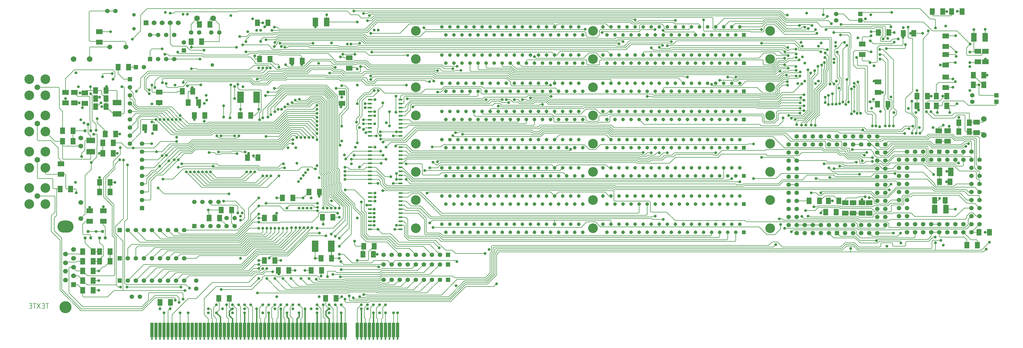
<source format=gbl>
G04 (created by PCBNEW-RS274X (2012-apr-16-27)-stable) date Втр 01 Янв 2013 22:44:24*
G01*
G70*
G90*
%MOIN*%
G04 Gerber Fmt 3.4, Leading zero omitted, Abs format*
%FSLAX34Y34*%
G04 APERTURE LIST*
%ADD10C,0.006000*%
%ADD11C,0.008000*%
%ADD12C,0.060000*%
%ADD13R,0.050000X0.020000*%
%ADD14R,0.036000X0.036000*%
%ADD15R,0.110000X0.070000*%
%ADD16R,0.070000X0.110000*%
%ADD17C,0.120000*%
%ADD18R,0.045000X0.045000*%
%ADD19C,0.045000*%
%ADD20R,0.055000X0.055000*%
%ADD21C,0.055000*%
%ADD22C,0.070000*%
%ADD23O,0.200000X0.150000*%
%ADD24C,0.150000*%
%ADD25R,0.060000X0.060000*%
%ADD26R,0.080000X0.140000*%
%ADD27R,0.080000X0.060000*%
%ADD28R,0.060000X0.080000*%
%ADD29R,0.040000X0.180000*%
%ADD30R,0.020000X0.030000*%
%ADD31C,0.035000*%
%ADD32C,0.012000*%
%ADD33C,0.015000*%
G04 APERTURE END LIST*
G54D10*
G54D11*
X24668Y-59083D02*
X24325Y-59083D01*
X24496Y-59683D02*
X24496Y-59083D01*
X24125Y-59369D02*
X23925Y-59369D01*
X23839Y-59683D02*
X24125Y-59683D01*
X24125Y-59083D01*
X23839Y-59083D01*
X23639Y-59083D02*
X23239Y-59683D01*
X23239Y-59083D02*
X23639Y-59683D01*
X23097Y-59083D02*
X22754Y-59083D01*
X22925Y-59683D02*
X22925Y-59083D01*
X22554Y-59369D02*
X22354Y-59369D01*
X22268Y-59683D02*
X22554Y-59683D01*
X22554Y-59083D01*
X22268Y-59083D01*
G54D12*
X28650Y-38550D03*
X28650Y-39550D03*
X28650Y-46550D03*
X28650Y-48550D03*
G54D13*
X68350Y-39700D03*
X68350Y-40200D03*
X68350Y-40700D03*
X68350Y-41200D03*
X68350Y-41700D03*
X68350Y-42200D03*
X68350Y-42700D03*
X68350Y-43200D03*
X68350Y-43700D03*
X68350Y-44200D03*
X64550Y-44200D03*
X64550Y-43700D03*
X64550Y-43200D03*
X64550Y-42700D03*
X64550Y-42200D03*
X64550Y-41700D03*
X64550Y-41200D03*
X64550Y-40700D03*
X64550Y-40200D03*
X64550Y-39700D03*
X68350Y-33800D03*
X68350Y-34300D03*
X68350Y-34800D03*
X68350Y-35300D03*
X68350Y-35800D03*
X68350Y-36300D03*
X68350Y-36800D03*
X68350Y-37300D03*
X68350Y-37800D03*
X68350Y-38300D03*
X64550Y-38300D03*
X64550Y-37800D03*
X64550Y-37300D03*
X64550Y-36800D03*
X64550Y-36300D03*
X64550Y-35800D03*
X64550Y-35300D03*
X64550Y-34800D03*
X64550Y-34300D03*
X64550Y-33800D03*
X68350Y-45400D03*
X68350Y-45900D03*
X68350Y-46400D03*
X68350Y-46900D03*
X68350Y-47400D03*
X68350Y-47900D03*
X68350Y-48400D03*
X68350Y-48900D03*
X68350Y-49400D03*
X68350Y-49900D03*
X64550Y-49900D03*
X64550Y-49400D03*
X64550Y-48900D03*
X64550Y-48400D03*
X64550Y-47900D03*
X64550Y-47400D03*
X64550Y-46900D03*
X64550Y-46400D03*
X64550Y-45900D03*
X64550Y-45400D03*
G54D14*
X31000Y-50950D03*
X31700Y-50950D03*
X31350Y-50150D03*
X29200Y-37650D03*
X29900Y-37650D03*
X29550Y-36850D03*
X29200Y-50950D03*
X29900Y-50950D03*
X29550Y-50150D03*
G54D15*
X29900Y-38850D03*
X29900Y-40250D03*
G54D16*
X139550Y-26050D03*
X140950Y-26050D03*
X135300Y-42750D03*
X136700Y-42750D03*
G54D15*
X33150Y-34150D03*
X33150Y-35550D03*
G54D16*
X57800Y-24150D03*
X59200Y-24150D03*
X134700Y-47400D03*
X136100Y-47400D03*
G54D17*
X92250Y-46250D03*
X70250Y-46250D03*
X114250Y-46250D03*
G54D18*
X111000Y-46750D03*
G54D19*
X110500Y-45750D03*
X110000Y-46750D03*
X109500Y-45750D03*
X109000Y-46750D03*
X108500Y-45750D03*
X108000Y-46750D03*
X107500Y-45750D03*
X107000Y-46750D03*
X106500Y-45750D03*
X106000Y-46750D03*
X105500Y-45750D03*
X105000Y-46750D03*
X104500Y-45750D03*
X104000Y-46750D03*
X103500Y-45750D03*
X103000Y-46750D03*
X102500Y-45750D03*
X102000Y-46750D03*
X101500Y-45750D03*
X101000Y-46750D03*
X100500Y-45750D03*
X100000Y-46750D03*
X99500Y-45750D03*
X99000Y-46750D03*
X98500Y-45750D03*
X98000Y-46750D03*
X97500Y-45750D03*
X97000Y-46750D03*
X96500Y-45750D03*
X96000Y-46750D03*
X95500Y-45750D03*
X95000Y-46750D03*
X94500Y-45750D03*
X94000Y-46750D03*
X93500Y-45750D03*
X91000Y-46750D03*
X90500Y-45750D03*
X90000Y-46750D03*
X89500Y-45750D03*
X89000Y-46750D03*
X88500Y-45750D03*
X88000Y-46750D03*
X87500Y-45750D03*
X87000Y-46750D03*
X86500Y-45750D03*
X86000Y-46750D03*
X85500Y-45750D03*
X85000Y-46750D03*
X84500Y-45750D03*
X84000Y-46750D03*
X83500Y-45750D03*
X83000Y-46750D03*
X82500Y-45750D03*
X82000Y-46750D03*
X81500Y-45750D03*
X81000Y-46750D03*
X80500Y-45750D03*
X80000Y-46750D03*
X79500Y-45750D03*
X79000Y-46750D03*
X78500Y-45750D03*
X78000Y-46750D03*
X77500Y-45750D03*
X77000Y-46750D03*
X76500Y-45750D03*
X76000Y-46750D03*
X75500Y-45750D03*
X75000Y-46750D03*
X74500Y-45750D03*
X74000Y-46750D03*
X73500Y-45750D03*
G54D17*
X92250Y-35750D03*
X70250Y-35750D03*
X114250Y-35750D03*
G54D18*
X111000Y-36250D03*
G54D19*
X110500Y-35250D03*
X110000Y-36250D03*
X109500Y-35250D03*
X109000Y-36250D03*
X108500Y-35250D03*
X108000Y-36250D03*
X107500Y-35250D03*
X107000Y-36250D03*
X106500Y-35250D03*
X106000Y-36250D03*
X105500Y-35250D03*
X105000Y-36250D03*
X104500Y-35250D03*
X104000Y-36250D03*
X103500Y-35250D03*
X103000Y-36250D03*
X102500Y-35250D03*
X102000Y-36250D03*
X101500Y-35250D03*
X101000Y-36250D03*
X100500Y-35250D03*
X100000Y-36250D03*
X99500Y-35250D03*
X99000Y-36250D03*
X98500Y-35250D03*
X98000Y-36250D03*
X97500Y-35250D03*
X97000Y-36250D03*
X96500Y-35250D03*
X96000Y-36250D03*
X95500Y-35250D03*
X95000Y-36250D03*
X94500Y-35250D03*
X94000Y-36250D03*
X93500Y-35250D03*
X91000Y-36250D03*
X90500Y-35250D03*
X90000Y-36250D03*
X89500Y-35250D03*
X89000Y-36250D03*
X88500Y-35250D03*
X88000Y-36250D03*
X87500Y-35250D03*
X87000Y-36250D03*
X86500Y-35250D03*
X86000Y-36250D03*
X85500Y-35250D03*
X85000Y-36250D03*
X84500Y-35250D03*
X84000Y-36250D03*
X83500Y-35250D03*
X83000Y-36250D03*
X82500Y-35250D03*
X82000Y-36250D03*
X81500Y-35250D03*
X81000Y-36250D03*
X80500Y-35250D03*
X80000Y-36250D03*
X79500Y-35250D03*
X79000Y-36250D03*
X78500Y-35250D03*
X78000Y-36250D03*
X77500Y-35250D03*
X77000Y-36250D03*
X76500Y-35250D03*
X76000Y-36250D03*
X75500Y-35250D03*
X75000Y-36250D03*
X74500Y-35250D03*
X74000Y-36250D03*
X73500Y-35250D03*
G54D17*
X92250Y-42750D03*
X70250Y-42750D03*
X114250Y-42750D03*
G54D18*
X111000Y-43250D03*
G54D19*
X110500Y-42250D03*
X110000Y-43250D03*
X109500Y-42250D03*
X109000Y-43250D03*
X108500Y-42250D03*
X108000Y-43250D03*
X107500Y-42250D03*
X107000Y-43250D03*
X106500Y-42250D03*
X106000Y-43250D03*
X105500Y-42250D03*
X105000Y-43250D03*
X104500Y-42250D03*
X104000Y-43250D03*
X103500Y-42250D03*
X103000Y-43250D03*
X102500Y-42250D03*
X102000Y-43250D03*
X101500Y-42250D03*
X101000Y-43250D03*
X100500Y-42250D03*
X100000Y-43250D03*
X99500Y-42250D03*
X99000Y-43250D03*
X98500Y-42250D03*
X98000Y-43250D03*
X97500Y-42250D03*
X97000Y-43250D03*
X96500Y-42250D03*
X96000Y-43250D03*
X95500Y-42250D03*
X95000Y-43250D03*
X94500Y-42250D03*
X94000Y-43250D03*
X93500Y-42250D03*
X91000Y-43250D03*
X90500Y-42250D03*
X90000Y-43250D03*
X89500Y-42250D03*
X89000Y-43250D03*
X88500Y-42250D03*
X88000Y-43250D03*
X87500Y-42250D03*
X87000Y-43250D03*
X86500Y-42250D03*
X86000Y-43250D03*
X85500Y-42250D03*
X85000Y-43250D03*
X84500Y-42250D03*
X84000Y-43250D03*
X83500Y-42250D03*
X83000Y-43250D03*
X82500Y-42250D03*
X82000Y-43250D03*
X81500Y-42250D03*
X81000Y-43250D03*
X80500Y-42250D03*
X80000Y-43250D03*
X79500Y-42250D03*
X79000Y-43250D03*
X78500Y-42250D03*
X78000Y-43250D03*
X77500Y-42250D03*
X77000Y-43250D03*
X76500Y-42250D03*
X76000Y-43250D03*
X75500Y-42250D03*
X75000Y-43250D03*
X74500Y-42250D03*
X74000Y-43250D03*
X73500Y-42250D03*
G54D17*
X92250Y-28750D03*
X70250Y-28750D03*
X114250Y-28750D03*
G54D18*
X111000Y-29250D03*
G54D19*
X110500Y-28250D03*
X110000Y-29250D03*
X109500Y-28250D03*
X109000Y-29250D03*
X108500Y-28250D03*
X108000Y-29250D03*
X107500Y-28250D03*
X107000Y-29250D03*
X106500Y-28250D03*
X106000Y-29250D03*
X105500Y-28250D03*
X105000Y-29250D03*
X104500Y-28250D03*
X104000Y-29250D03*
X103500Y-28250D03*
X103000Y-29250D03*
X102500Y-28250D03*
X102000Y-29250D03*
X101500Y-28250D03*
X101000Y-29250D03*
X100500Y-28250D03*
X100000Y-29250D03*
X99500Y-28250D03*
X99000Y-29250D03*
X98500Y-28250D03*
X98000Y-29250D03*
X97500Y-28250D03*
X97000Y-29250D03*
X96500Y-28250D03*
X96000Y-29250D03*
X95500Y-28250D03*
X95000Y-29250D03*
X94500Y-28250D03*
X94000Y-29250D03*
X93500Y-28250D03*
X91000Y-29250D03*
X90500Y-28250D03*
X90000Y-29250D03*
X89500Y-28250D03*
X89000Y-29250D03*
X88500Y-28250D03*
X88000Y-29250D03*
X87500Y-28250D03*
X87000Y-29250D03*
X86500Y-28250D03*
X86000Y-29250D03*
X85500Y-28250D03*
X85000Y-29250D03*
X84500Y-28250D03*
X84000Y-29250D03*
X83500Y-28250D03*
X83000Y-29250D03*
X82500Y-28250D03*
X82000Y-29250D03*
X81500Y-28250D03*
X81000Y-29250D03*
X80500Y-28250D03*
X80000Y-29250D03*
X79500Y-28250D03*
X79000Y-29250D03*
X78500Y-28250D03*
X78000Y-29250D03*
X77500Y-28250D03*
X77000Y-29250D03*
X76500Y-28250D03*
X76000Y-29250D03*
X75500Y-28250D03*
X75000Y-29250D03*
X74500Y-28250D03*
X74000Y-29250D03*
X73500Y-28250D03*
G54D17*
X92250Y-25250D03*
X70250Y-25250D03*
X114250Y-25250D03*
G54D18*
X111000Y-25750D03*
G54D19*
X110500Y-24750D03*
X110000Y-25750D03*
X109500Y-24750D03*
X109000Y-25750D03*
X108500Y-24750D03*
X108000Y-25750D03*
X107500Y-24750D03*
X107000Y-25750D03*
X106500Y-24750D03*
X106000Y-25750D03*
X105500Y-24750D03*
X105000Y-25750D03*
X104500Y-24750D03*
X104000Y-25750D03*
X103500Y-24750D03*
X103000Y-25750D03*
X102500Y-24750D03*
X102000Y-25750D03*
X101500Y-24750D03*
X101000Y-25750D03*
X100500Y-24750D03*
X100000Y-25750D03*
X99500Y-24750D03*
X99000Y-25750D03*
X98500Y-24750D03*
X98000Y-25750D03*
X97500Y-24750D03*
X97000Y-25750D03*
X96500Y-24750D03*
X96000Y-25750D03*
X95500Y-24750D03*
X95000Y-25750D03*
X94500Y-24750D03*
X94000Y-25750D03*
X93500Y-24750D03*
X91000Y-25750D03*
X90500Y-24750D03*
X90000Y-25750D03*
X89500Y-24750D03*
X89000Y-25750D03*
X88500Y-24750D03*
X88000Y-25750D03*
X87500Y-24750D03*
X87000Y-25750D03*
X86500Y-24750D03*
X86000Y-25750D03*
X85500Y-24750D03*
X85000Y-25750D03*
X84500Y-24750D03*
X84000Y-25750D03*
X83500Y-24750D03*
X83000Y-25750D03*
X82500Y-24750D03*
X82000Y-25750D03*
X81500Y-24750D03*
X81000Y-25750D03*
X80500Y-24750D03*
X80000Y-25750D03*
X79500Y-24750D03*
X79000Y-25750D03*
X78500Y-24750D03*
X78000Y-25750D03*
X77500Y-24750D03*
X77000Y-25750D03*
X76500Y-24750D03*
X76000Y-25750D03*
X75500Y-24750D03*
X75000Y-25750D03*
X74500Y-24750D03*
X74000Y-25750D03*
X73500Y-24750D03*
G54D17*
X92250Y-32250D03*
X70250Y-32250D03*
X114250Y-32250D03*
G54D18*
X111000Y-32750D03*
G54D19*
X110500Y-31750D03*
X110000Y-32750D03*
X109500Y-31750D03*
X109000Y-32750D03*
X108500Y-31750D03*
X108000Y-32750D03*
X107500Y-31750D03*
X107000Y-32750D03*
X106500Y-31750D03*
X106000Y-32750D03*
X105500Y-31750D03*
X105000Y-32750D03*
X104500Y-31750D03*
X104000Y-32750D03*
X103500Y-31750D03*
X103000Y-32750D03*
X102500Y-31750D03*
X102000Y-32750D03*
X101500Y-31750D03*
X101000Y-32750D03*
X100500Y-31750D03*
X100000Y-32750D03*
X99500Y-31750D03*
X99000Y-32750D03*
X98500Y-31750D03*
X98000Y-32750D03*
X97500Y-31750D03*
X97000Y-32750D03*
X96500Y-31750D03*
X96000Y-32750D03*
X95500Y-31750D03*
X95000Y-32750D03*
X94500Y-31750D03*
X94000Y-32750D03*
X93500Y-31750D03*
X91000Y-32750D03*
X90500Y-31750D03*
X90000Y-32750D03*
X89500Y-31750D03*
X89000Y-32750D03*
X88500Y-31750D03*
X88000Y-32750D03*
X87500Y-31750D03*
X87000Y-32750D03*
X86500Y-31750D03*
X86000Y-32750D03*
X85500Y-31750D03*
X85000Y-32750D03*
X84500Y-31750D03*
X84000Y-32750D03*
X83500Y-31750D03*
X83000Y-32750D03*
X82500Y-31750D03*
X82000Y-32750D03*
X81500Y-31750D03*
X81000Y-32750D03*
X80500Y-31750D03*
X80000Y-32750D03*
X79500Y-31750D03*
X79000Y-32750D03*
X78500Y-31750D03*
X78000Y-32750D03*
X77500Y-31750D03*
X77000Y-32750D03*
X76500Y-31750D03*
X76000Y-32750D03*
X75500Y-31750D03*
X75000Y-32750D03*
X74500Y-31750D03*
X74000Y-32750D03*
X73500Y-31750D03*
G54D17*
X92250Y-39250D03*
X70250Y-39250D03*
X114250Y-39250D03*
G54D18*
X111000Y-39750D03*
G54D19*
X110500Y-38750D03*
X110000Y-39750D03*
X109500Y-38750D03*
X109000Y-39750D03*
X108500Y-38750D03*
X108000Y-39750D03*
X107500Y-38750D03*
X107000Y-39750D03*
X106500Y-38750D03*
X106000Y-39750D03*
X105500Y-38750D03*
X105000Y-39750D03*
X104500Y-38750D03*
X104000Y-39750D03*
X103500Y-38750D03*
X103000Y-39750D03*
X102500Y-38750D03*
X102000Y-39750D03*
X101500Y-38750D03*
X101000Y-39750D03*
X100500Y-38750D03*
X100000Y-39750D03*
X99500Y-38750D03*
X99000Y-39750D03*
X98500Y-38750D03*
X98000Y-39750D03*
X97500Y-38750D03*
X97000Y-39750D03*
X96500Y-38750D03*
X96000Y-39750D03*
X95500Y-38750D03*
X95000Y-39750D03*
X94500Y-38750D03*
X94000Y-39750D03*
X93500Y-38750D03*
X91000Y-39750D03*
X90500Y-38750D03*
X90000Y-39750D03*
X89500Y-38750D03*
X89000Y-39750D03*
X88500Y-38750D03*
X88000Y-39750D03*
X87500Y-38750D03*
X87000Y-39750D03*
X86500Y-38750D03*
X86000Y-39750D03*
X85500Y-38750D03*
X85000Y-39750D03*
X84500Y-38750D03*
X84000Y-39750D03*
X83500Y-38750D03*
X83000Y-39750D03*
X82500Y-38750D03*
X82000Y-39750D03*
X81500Y-38750D03*
X81000Y-39750D03*
X80500Y-38750D03*
X80000Y-39750D03*
X79500Y-38750D03*
X79000Y-39750D03*
X78500Y-38750D03*
X78000Y-39750D03*
X77500Y-38750D03*
X77000Y-39750D03*
X76500Y-38750D03*
X76000Y-39750D03*
X75500Y-38750D03*
X75000Y-39750D03*
X74500Y-38750D03*
X74000Y-39750D03*
X73500Y-38750D03*
G54D17*
X92250Y-49750D03*
X70250Y-49750D03*
X114250Y-49750D03*
G54D18*
X111000Y-50250D03*
G54D19*
X110500Y-49250D03*
X110000Y-50250D03*
X109500Y-49250D03*
X109000Y-50250D03*
X108500Y-49250D03*
X108000Y-50250D03*
X107500Y-49250D03*
X107000Y-50250D03*
X106500Y-49250D03*
X106000Y-50250D03*
X105500Y-49250D03*
X105000Y-50250D03*
X104500Y-49250D03*
X104000Y-50250D03*
X103500Y-49250D03*
X103000Y-50250D03*
X102500Y-49250D03*
X102000Y-50250D03*
X101500Y-49250D03*
X101000Y-50250D03*
X100500Y-49250D03*
X100000Y-50250D03*
X99500Y-49250D03*
X99000Y-50250D03*
X98500Y-49250D03*
X98000Y-50250D03*
X97500Y-49250D03*
X97000Y-50250D03*
X96500Y-49250D03*
X96000Y-50250D03*
X95500Y-49250D03*
X95000Y-50250D03*
X94500Y-49250D03*
X94000Y-50250D03*
X93500Y-49250D03*
X91000Y-50250D03*
X90500Y-49250D03*
X90000Y-50250D03*
X89500Y-49250D03*
X89000Y-50250D03*
X88500Y-49250D03*
X88000Y-50250D03*
X87500Y-49250D03*
X87000Y-50250D03*
X86500Y-49250D03*
X86000Y-50250D03*
X85500Y-49250D03*
X85000Y-50250D03*
X84500Y-49250D03*
X84000Y-50250D03*
X83500Y-49250D03*
X83000Y-50250D03*
X82500Y-49250D03*
X82000Y-50250D03*
X81500Y-49250D03*
X81000Y-50250D03*
X80500Y-49250D03*
X80000Y-50250D03*
X79500Y-49250D03*
X79000Y-50250D03*
X78500Y-49250D03*
X78000Y-50250D03*
X77500Y-49250D03*
X77000Y-50250D03*
X76500Y-49250D03*
X76000Y-50250D03*
X75500Y-49250D03*
X75000Y-50250D03*
X74500Y-49250D03*
X74000Y-50250D03*
X73500Y-49250D03*
G54D20*
X41450Y-27700D03*
G54D21*
X41450Y-26700D03*
G54D20*
X122550Y-50350D03*
G54D21*
X122550Y-49350D03*
X123550Y-50350D03*
X123550Y-49350D03*
X124550Y-50350D03*
X124550Y-49350D03*
X125550Y-50350D03*
X125550Y-49350D03*
X126550Y-50350D03*
X126550Y-49350D03*
X127550Y-50350D03*
X128550Y-49350D03*
X127550Y-49350D03*
X128550Y-48350D03*
X127550Y-48350D03*
X128550Y-47350D03*
X127550Y-47350D03*
X128550Y-46350D03*
X127550Y-46350D03*
X128550Y-45350D03*
X127550Y-45350D03*
X128550Y-44350D03*
X127550Y-44350D03*
X128550Y-43350D03*
X127550Y-43350D03*
X128550Y-42350D03*
X127550Y-42350D03*
X128550Y-41350D03*
X127550Y-41350D03*
X128550Y-40350D03*
X127550Y-40350D03*
X128550Y-39350D03*
X127550Y-38350D03*
X127550Y-39350D03*
X126550Y-38350D03*
X126550Y-39350D03*
X125550Y-38350D03*
X125550Y-39350D03*
X124550Y-38350D03*
X124550Y-39350D03*
X123550Y-38350D03*
X123550Y-39350D03*
X122550Y-38350D03*
X122550Y-39350D03*
X121550Y-38350D03*
X121550Y-39350D03*
X120550Y-38350D03*
X120550Y-39350D03*
X119550Y-38350D03*
X119550Y-39350D03*
X118550Y-38350D03*
X118550Y-39350D03*
X117550Y-38350D03*
X116550Y-39350D03*
X117550Y-39350D03*
X116550Y-40350D03*
X117550Y-40350D03*
X116550Y-41350D03*
X117550Y-41350D03*
X116550Y-42350D03*
X117550Y-42350D03*
X116550Y-43350D03*
X117550Y-43350D03*
X116550Y-44350D03*
X117550Y-44350D03*
X116550Y-45350D03*
X117550Y-45350D03*
X116550Y-46350D03*
X117550Y-46350D03*
X116550Y-47350D03*
X117550Y-47350D03*
X116550Y-48350D03*
X117550Y-48350D03*
X116550Y-49350D03*
X117550Y-50350D03*
X117550Y-49350D03*
X118550Y-50350D03*
X118550Y-49350D03*
X119550Y-50350D03*
X119550Y-49350D03*
X120550Y-50350D03*
X120550Y-49350D03*
X121550Y-50350D03*
X121550Y-49350D03*
G54D20*
X135250Y-40250D03*
G54D21*
X135250Y-41250D03*
X134250Y-40250D03*
X134250Y-41250D03*
X133250Y-40250D03*
X133250Y-41250D03*
X132250Y-40250D03*
X132250Y-41250D03*
X131250Y-40250D03*
X130250Y-41250D03*
X131250Y-41250D03*
X130250Y-42250D03*
X131250Y-42250D03*
X130250Y-43250D03*
X131250Y-43250D03*
X130250Y-44250D03*
X131250Y-44250D03*
X130250Y-45250D03*
X131250Y-45250D03*
X130250Y-46250D03*
X131250Y-46250D03*
X130250Y-47250D03*
X131250Y-47250D03*
X130250Y-48250D03*
X131250Y-48250D03*
X130250Y-49250D03*
X131250Y-50250D03*
X131250Y-49250D03*
X132250Y-50250D03*
X132250Y-49250D03*
X133250Y-50250D03*
X133250Y-49250D03*
X134250Y-50250D03*
X134250Y-49250D03*
X135250Y-50250D03*
X135250Y-49250D03*
X136250Y-50250D03*
X136250Y-49250D03*
X137250Y-50250D03*
X137250Y-49250D03*
X138250Y-50250D03*
X138250Y-49250D03*
X139250Y-50250D03*
X140250Y-49250D03*
X139250Y-49250D03*
X140250Y-48250D03*
X139250Y-48250D03*
X140250Y-47250D03*
X139250Y-47250D03*
X140250Y-46250D03*
X139250Y-46250D03*
X140250Y-45250D03*
X139250Y-45250D03*
X140250Y-44250D03*
X139250Y-44250D03*
X140250Y-43250D03*
X139250Y-43250D03*
X140250Y-42250D03*
X139250Y-42250D03*
X140250Y-41250D03*
X139250Y-40250D03*
X139250Y-41250D03*
X138250Y-40250D03*
X138250Y-41250D03*
X137250Y-40250D03*
X137250Y-41250D03*
X136250Y-40250D03*
X136250Y-41250D03*
G54D22*
X140800Y-36200D03*
X140800Y-38200D03*
X29750Y-28750D03*
X27750Y-28750D03*
G54D23*
X26750Y-49550D03*
G54D24*
X26750Y-59550D03*
G54D25*
X27750Y-56750D03*
G54D12*
X27750Y-55650D03*
X27750Y-54600D03*
X27750Y-53500D03*
X27750Y-52400D03*
X26750Y-56200D03*
X26750Y-55100D03*
X26750Y-54050D03*
X26750Y-52950D03*
G54D20*
X142350Y-33250D03*
G54D21*
X139350Y-33250D03*
G54D20*
X125450Y-23150D03*
G54D21*
X122450Y-23150D03*
G54D20*
X125450Y-23950D03*
G54D21*
X122450Y-23950D03*
G54D20*
X142350Y-34050D03*
G54D21*
X139350Y-34050D03*
G54D12*
X32250Y-27250D03*
X34250Y-27250D03*
G54D20*
X37250Y-28750D03*
G54D21*
X38250Y-28750D03*
X39250Y-28750D03*
X40250Y-28750D03*
X40250Y-25750D03*
X39250Y-25750D03*
X38250Y-25750D03*
X37250Y-25750D03*
G54D20*
X34750Y-31250D03*
G54D21*
X34750Y-32250D03*
X34750Y-33250D03*
X34750Y-34250D03*
X34750Y-35250D03*
X34750Y-36250D03*
X34750Y-37250D03*
X34750Y-38250D03*
X34750Y-39250D03*
G54D20*
X33500Y-50000D03*
G54D21*
X34500Y-50000D03*
X35500Y-50000D03*
X36500Y-50000D03*
X37500Y-50000D03*
X38500Y-50000D03*
X39500Y-50000D03*
X40500Y-50000D03*
X41500Y-50000D03*
G54D20*
X74250Y-53050D03*
G54D21*
X73250Y-53050D03*
X72250Y-53050D03*
X71250Y-53050D03*
X70250Y-53050D03*
X69250Y-53050D03*
X68250Y-53050D03*
X67250Y-53050D03*
X66250Y-53050D03*
G54D20*
X74250Y-54250D03*
G54D21*
X73250Y-54250D03*
X72250Y-54250D03*
X71250Y-54250D03*
X70250Y-54250D03*
X69250Y-54250D03*
X68250Y-54250D03*
X67250Y-54250D03*
X66250Y-54250D03*
G54D20*
X74250Y-56150D03*
G54D21*
X73250Y-56150D03*
X72250Y-56150D03*
X71250Y-56150D03*
X70250Y-56150D03*
X69250Y-56150D03*
X68250Y-56150D03*
X67250Y-56150D03*
X66250Y-56150D03*
G54D26*
X59750Y-52000D03*
X57750Y-52000D03*
X48500Y-33500D03*
X50500Y-33500D03*
G54D20*
X35500Y-29750D03*
G54D21*
X36500Y-29750D03*
X42350Y-25450D03*
X43350Y-25450D03*
X43000Y-56250D03*
X43000Y-57250D03*
X45850Y-25450D03*
X44850Y-25450D03*
X35000Y-58250D03*
X36000Y-58250D03*
X47750Y-48500D03*
X47750Y-49500D03*
X46750Y-48500D03*
X46750Y-49500D03*
G54D20*
X42750Y-49500D03*
G54D21*
X43750Y-49500D03*
X44750Y-49500D03*
X45750Y-49500D03*
X45750Y-46500D03*
X44750Y-46500D03*
X43750Y-46500D03*
X42750Y-46500D03*
G54D27*
X125650Y-46600D03*
X125650Y-47900D03*
X29150Y-34250D03*
X29150Y-32950D03*
X123600Y-46600D03*
X123600Y-47900D03*
G54D28*
X30500Y-32650D03*
X31800Y-32650D03*
X30500Y-34650D03*
X31800Y-34650D03*
X31000Y-44050D03*
X32300Y-44050D03*
X30500Y-33650D03*
X31800Y-33650D03*
X138700Y-51850D03*
X140000Y-51850D03*
X31000Y-45250D03*
X32300Y-45250D03*
X31700Y-38050D03*
X33000Y-38050D03*
X134700Y-46300D03*
X136000Y-46300D03*
X135300Y-44000D03*
X136600Y-44000D03*
X137700Y-36650D03*
X139000Y-36650D03*
X137700Y-37750D03*
X139000Y-37750D03*
X50600Y-24250D03*
X51900Y-24250D03*
X133800Y-33350D03*
X132500Y-33350D03*
X127600Y-34350D03*
X128900Y-34350D03*
G54D27*
X127650Y-32900D03*
X127650Y-31600D03*
G54D28*
X127700Y-25450D03*
X129000Y-25450D03*
G54D27*
X136050Y-32300D03*
X136050Y-31000D03*
X125700Y-28200D03*
X125700Y-26900D03*
G54D28*
X141500Y-50250D03*
X140200Y-50250D03*
G54D27*
X26750Y-32900D03*
X26750Y-34200D03*
G54D28*
X31000Y-53850D03*
X32300Y-53850D03*
X31000Y-52650D03*
X32300Y-52650D03*
G54D27*
X136050Y-27200D03*
X136050Y-25900D03*
G54D28*
X134900Y-33350D03*
X136200Y-33350D03*
X139500Y-30750D03*
X140800Y-30750D03*
G54D27*
X136300Y-37650D03*
X136300Y-38950D03*
X136050Y-29500D03*
X136050Y-28200D03*
G54D28*
X134900Y-34550D03*
X136200Y-34550D03*
G54D27*
X139900Y-37900D03*
X139900Y-36600D03*
G54D28*
X133800Y-34550D03*
X132500Y-34550D03*
X130800Y-25550D03*
X132100Y-25550D03*
X139500Y-31950D03*
X140800Y-31950D03*
G54D27*
X141000Y-27800D03*
X141000Y-29100D03*
G54D28*
X42000Y-34150D03*
X43300Y-34150D03*
G54D27*
X140050Y-29100D03*
X140050Y-27800D03*
X126550Y-46600D03*
X126550Y-47900D03*
X31450Y-48900D03*
X31450Y-47600D03*
X29750Y-48900D03*
X29750Y-47600D03*
X27850Y-32900D03*
X27850Y-34200D03*
X135200Y-38950D03*
X135200Y-37650D03*
G54D28*
X134400Y-22850D03*
X135700Y-22850D03*
X32700Y-40450D03*
X31400Y-40450D03*
X122450Y-47750D03*
X121150Y-47750D03*
X119100Y-46350D03*
X120400Y-46350D03*
X26100Y-44900D03*
X27400Y-44900D03*
X31400Y-39150D03*
X32700Y-39150D03*
X28900Y-53850D03*
X30200Y-53850D03*
X138100Y-22850D03*
X136800Y-22850D03*
X30200Y-52650D03*
X28900Y-52650D03*
X27700Y-38950D03*
X26400Y-38950D03*
G54D27*
X124550Y-47900D03*
X124550Y-46600D03*
G54D28*
X26400Y-37650D03*
X27700Y-37650D03*
X30200Y-57450D03*
X28900Y-57450D03*
X30200Y-56250D03*
X28900Y-56250D03*
G54D27*
X26200Y-41750D03*
X26200Y-43050D03*
G54D28*
X30200Y-55050D03*
X28900Y-55050D03*
G54D22*
X45100Y-23700D03*
X43100Y-23700D03*
G54D19*
X35250Y-25000D03*
X35250Y-23250D03*
X45000Y-29500D03*
G54D20*
X36250Y-47250D03*
G54D21*
X36250Y-46250D03*
X36250Y-45250D03*
X36250Y-44250D03*
X36250Y-43250D03*
X36250Y-42250D03*
X36250Y-41250D03*
X36250Y-40250D03*
X36250Y-39250D03*
G54D20*
X33500Y-53500D03*
G54D21*
X34500Y-53500D03*
X35500Y-53500D03*
X36500Y-53500D03*
X37500Y-53500D03*
X38500Y-53500D03*
X39500Y-53500D03*
X40500Y-53500D03*
X41500Y-53500D03*
G54D20*
X33500Y-56250D03*
G54D21*
X34500Y-56250D03*
X35500Y-56250D03*
X36500Y-56250D03*
X37500Y-56250D03*
X38500Y-56250D03*
X39500Y-56250D03*
X40500Y-56250D03*
X41500Y-56250D03*
G54D22*
X23250Y-32250D03*
G54D17*
X24250Y-33250D03*
X22250Y-33250D03*
X22250Y-31250D03*
X24250Y-31250D03*
G54D22*
X23250Y-36750D03*
G54D17*
X24250Y-37750D03*
X22250Y-37750D03*
X22250Y-35750D03*
X24250Y-35750D03*
G54D22*
X23250Y-45750D03*
G54D17*
X24250Y-46750D03*
X22250Y-46750D03*
X22250Y-44750D03*
X24250Y-44750D03*
G54D22*
X23250Y-41250D03*
G54D17*
X24250Y-42250D03*
X22250Y-42250D03*
X22250Y-40250D03*
X24250Y-40250D03*
G54D28*
X65100Y-52000D03*
X63800Y-52000D03*
X48450Y-35750D03*
X49750Y-35750D03*
X49350Y-41000D03*
X50650Y-41000D03*
X53200Y-55000D03*
X54500Y-55000D03*
X58550Y-55000D03*
X57250Y-55000D03*
X59800Y-53500D03*
X58500Y-53500D03*
X59950Y-48400D03*
X58650Y-48400D03*
X58300Y-45250D03*
X57000Y-45250D03*
X53700Y-46000D03*
X55000Y-46000D03*
X51450Y-48500D03*
X52750Y-48500D03*
X51450Y-53750D03*
X52750Y-53750D03*
X47100Y-58450D03*
X45800Y-58450D03*
X50850Y-28750D03*
X52150Y-28750D03*
X56150Y-29000D03*
X54850Y-29000D03*
X59050Y-58450D03*
X60350Y-58450D03*
X121500Y-46350D03*
X122800Y-46350D03*
X39800Y-58950D03*
X38500Y-58950D03*
G54D27*
X30950Y-25350D03*
X30950Y-26650D03*
G54D28*
X36600Y-37250D03*
X37900Y-37250D03*
G54D27*
X38400Y-34150D03*
X38400Y-32850D03*
G54D28*
X42550Y-32750D03*
X41250Y-32750D03*
X44050Y-35750D03*
X42750Y-35750D03*
G54D27*
X62000Y-28600D03*
X62000Y-29900D03*
X61100Y-34250D03*
X61100Y-32950D03*
G54D28*
X63700Y-53000D03*
X65000Y-53000D03*
X45900Y-48500D03*
X44600Y-48500D03*
X47400Y-47500D03*
X46100Y-47500D03*
X33300Y-29750D03*
X34600Y-29750D03*
X43400Y-24450D03*
X44700Y-24450D03*
X43650Y-26600D03*
X42350Y-26600D03*
G54D25*
X36750Y-24250D03*
G54D12*
X37750Y-24250D03*
X38750Y-24250D03*
X39750Y-24250D03*
X40750Y-24250D03*
G54D21*
X31950Y-22800D03*
X32950Y-22800D03*
G54D29*
X37500Y-62400D03*
X38000Y-62400D03*
X38500Y-62400D03*
X39000Y-62400D03*
X39500Y-62400D03*
X40000Y-62400D03*
X40500Y-62400D03*
X41000Y-62400D03*
X41500Y-62400D03*
X42000Y-62400D03*
X42500Y-62400D03*
X43000Y-62400D03*
X43500Y-62400D03*
X44000Y-62400D03*
X44500Y-62400D03*
X45000Y-62400D03*
X45500Y-62400D03*
X46000Y-62400D03*
X46500Y-62400D03*
X47000Y-62400D03*
X47500Y-62400D03*
X48000Y-62400D03*
X48500Y-62400D03*
X49000Y-62400D03*
X49500Y-62400D03*
X50000Y-62400D03*
X50500Y-62400D03*
X51000Y-62400D03*
X51500Y-62400D03*
X52000Y-62400D03*
X52500Y-62400D03*
X53000Y-62400D03*
X53500Y-62400D03*
X54000Y-62400D03*
X54500Y-62400D03*
X55000Y-62400D03*
X55500Y-62400D03*
X56000Y-62400D03*
X56500Y-62400D03*
X57000Y-62400D03*
X57500Y-62400D03*
X58000Y-62400D03*
X58500Y-62400D03*
X59000Y-62400D03*
X59500Y-62400D03*
X60000Y-62400D03*
X60500Y-62400D03*
X61000Y-62400D03*
X61500Y-62400D03*
X63000Y-62400D03*
X63500Y-62400D03*
X64000Y-62400D03*
X64500Y-62400D03*
X65000Y-62400D03*
X65500Y-62400D03*
X66000Y-62400D03*
X66500Y-62400D03*
X67000Y-62400D03*
X67500Y-62400D03*
X68000Y-62400D03*
G54D30*
X37500Y-63450D03*
X38000Y-63450D03*
X38500Y-63450D03*
X39000Y-63450D03*
X39500Y-63450D03*
X40000Y-63450D03*
X40500Y-63450D03*
X41000Y-63450D03*
X41500Y-63450D03*
X42000Y-63450D03*
X42500Y-63450D03*
X43000Y-63450D03*
X43500Y-63450D03*
X44000Y-63450D03*
X44500Y-63450D03*
X45000Y-63450D03*
X45500Y-63450D03*
X46000Y-63450D03*
X46500Y-63450D03*
X47000Y-63450D03*
X47500Y-63450D03*
X48000Y-63450D03*
X48500Y-63450D03*
X49000Y-63450D03*
X49500Y-63450D03*
X50000Y-63450D03*
X50500Y-63450D03*
X51000Y-63450D03*
X51500Y-63450D03*
X52000Y-63450D03*
X52500Y-63450D03*
X53000Y-63450D03*
X53500Y-63450D03*
X54000Y-63450D03*
X54500Y-63450D03*
X55000Y-63450D03*
X55500Y-63450D03*
X56000Y-63450D03*
X56500Y-63450D03*
X57000Y-63450D03*
X57500Y-63450D03*
X58000Y-63450D03*
X58500Y-63450D03*
X59000Y-63450D03*
X59500Y-63450D03*
X60000Y-63450D03*
X60500Y-63450D03*
X61000Y-63450D03*
X61500Y-63450D03*
X63000Y-63450D03*
X63500Y-63450D03*
X64000Y-63450D03*
X64500Y-63450D03*
X65000Y-63450D03*
X65500Y-63450D03*
X66000Y-63450D03*
X66500Y-63450D03*
X67000Y-63450D03*
X67500Y-63450D03*
X68000Y-63450D03*
G54D31*
X56500Y-59750D03*
X53500Y-59750D03*
X57250Y-59750D03*
X49000Y-59750D03*
X63500Y-59750D03*
X59500Y-59750D03*
X58000Y-59750D03*
X55000Y-59750D03*
X52750Y-59750D03*
X50500Y-59750D03*
X64250Y-59750D03*
X47500Y-59750D03*
X30550Y-50150D03*
X28750Y-40850D03*
X118250Y-27150D03*
X60750Y-53500D03*
X79350Y-52400D03*
X50750Y-48500D03*
X118250Y-28500D03*
X65450Y-53000D03*
X67650Y-49900D03*
X59800Y-26750D03*
X120250Y-27150D03*
X134500Y-37250D03*
X49500Y-40450D03*
X40550Y-38450D03*
X117690Y-31800D03*
X28000Y-44050D03*
X126650Y-34050D03*
X41000Y-60250D03*
X42000Y-60250D03*
X58250Y-45800D03*
X66500Y-60250D03*
X130750Y-26050D03*
X132350Y-35400D03*
X56100Y-29450D03*
X126650Y-29190D03*
X129630Y-35400D03*
X42500Y-32300D03*
X53250Y-55450D03*
X128750Y-52000D03*
X58500Y-55700D03*
X132800Y-37250D03*
X122200Y-28750D03*
X48500Y-35000D03*
X60950Y-34700D03*
X122800Y-32350D03*
X68000Y-60250D03*
X44500Y-47500D03*
X122400Y-27150D03*
X57800Y-24750D03*
X50250Y-28350D03*
X39750Y-59750D03*
X37550Y-38000D03*
X61400Y-40650D03*
X55500Y-41700D03*
X60900Y-28500D03*
X119900Y-31800D03*
X62750Y-39700D03*
X44000Y-36500D03*
X38400Y-34350D03*
X50750Y-53750D03*
X67500Y-60250D03*
X44000Y-34250D03*
X125150Y-26120D03*
X129370Y-22950D03*
X46250Y-59750D03*
X49400Y-25350D03*
X60750Y-48400D03*
X44500Y-59750D03*
X67450Y-38300D03*
X36700Y-37800D03*
X67450Y-44200D03*
X135010Y-35400D03*
X53000Y-46000D03*
X41350Y-58550D03*
X80300Y-56650D03*
X33550Y-39750D03*
X61450Y-58550D03*
X26350Y-41900D03*
X114950Y-51800D03*
X63800Y-58000D03*
X42150Y-57200D03*
X34450Y-41900D03*
X61450Y-43700D03*
X55700Y-43950D03*
X129050Y-45000D03*
X40750Y-41250D03*
X55000Y-39250D03*
X55000Y-38750D03*
X40250Y-41250D03*
X61450Y-43200D03*
X56000Y-43600D03*
X129250Y-44300D03*
X39600Y-41400D03*
X55500Y-38500D03*
X56300Y-43200D03*
X61450Y-42700D03*
X56500Y-38500D03*
X66150Y-45100D03*
X39290Y-40700D03*
X56850Y-42500D03*
X65950Y-41700D03*
X63250Y-42150D03*
X62250Y-41200D03*
X66550Y-41200D03*
X129550Y-50350D03*
X38750Y-40750D03*
X66550Y-39700D03*
X130950Y-38000D03*
X57000Y-38500D03*
X132000Y-37100D03*
X57800Y-42400D03*
X65900Y-38700D03*
X37460Y-39250D03*
X130450Y-50350D03*
X61550Y-41150D03*
X65900Y-40200D03*
X38850Y-43650D03*
X33600Y-57050D03*
X33500Y-38050D03*
X46100Y-57350D03*
X41100Y-57050D03*
X34400Y-57050D03*
X134750Y-50850D03*
X33500Y-41250D03*
X40400Y-58700D03*
X62000Y-58150D03*
X124250Y-52250D03*
X141100Y-52350D03*
X116900Y-50200D03*
X126100Y-23750D03*
X41350Y-23200D03*
X127850Y-37150D03*
X41400Y-31650D03*
X71950Y-31550D03*
X126950Y-41450D03*
X72400Y-41550D03*
X125350Y-43050D03*
X69100Y-32000D03*
X72300Y-39650D03*
X39250Y-31800D03*
X112200Y-39300D03*
X112200Y-43600D03*
X120550Y-47850D03*
X127900Y-28200D03*
X129050Y-37050D03*
X126800Y-27850D03*
X126950Y-37050D03*
X120550Y-45350D03*
X121100Y-33500D03*
X121100Y-34150D03*
X120950Y-41750D03*
X121500Y-33250D03*
X121550Y-42250D03*
X121500Y-34400D03*
X122000Y-34350D03*
X122000Y-33050D03*
X138550Y-39600D03*
X124350Y-32450D03*
X124350Y-35550D03*
X124700Y-32200D03*
X124700Y-35250D03*
X119300Y-30500D03*
X116050Y-49750D03*
X116900Y-36100D03*
X118200Y-48300D03*
X119800Y-30200D03*
X117350Y-36250D03*
X116550Y-35750D03*
X118950Y-30100D03*
X115400Y-48600D03*
X121000Y-29200D03*
X118700Y-36950D03*
X119350Y-45350D03*
X119350Y-36950D03*
X119700Y-47100D03*
X121050Y-28550D03*
X119950Y-43600D03*
X119850Y-37000D03*
X121100Y-28000D03*
X135300Y-46050D03*
X122000Y-46350D03*
X134700Y-47650D03*
X135300Y-42400D03*
X127450Y-51300D03*
X67750Y-39550D03*
X89500Y-39950D03*
X71350Y-42600D03*
X63000Y-34300D03*
X48400Y-25950D03*
X48750Y-27000D03*
X100950Y-25200D03*
X100900Y-27050D03*
X102000Y-26600D03*
X53560Y-27200D03*
X49150Y-26600D03*
X104000Y-31000D03*
X50550Y-31250D03*
X59550Y-30500D03*
X93400Y-25450D03*
X69250Y-28300D03*
X71250Y-24850D03*
X99950Y-25100D03*
X91300Y-25050D03*
X49150Y-27850D03*
X52400Y-25200D03*
X102500Y-23950D03*
X52700Y-24800D03*
X97500Y-23900D03*
X96000Y-26600D03*
X52750Y-26700D03*
X95500Y-26850D03*
X52700Y-27200D03*
X87000Y-32000D03*
X64650Y-31290D03*
X72000Y-42250D03*
X119900Y-25100D03*
X110500Y-44000D03*
X119000Y-24950D03*
X109500Y-43600D03*
X117500Y-28550D03*
X117850Y-28850D03*
X81800Y-34150D03*
X81000Y-33800D03*
X116050Y-29450D03*
X79000Y-33800D03*
X117450Y-29700D03*
X116500Y-29900D03*
X115500Y-30250D03*
X117500Y-30150D03*
X110000Y-31000D03*
X118000Y-30350D03*
X109000Y-31000D03*
X108000Y-31400D03*
X116300Y-30750D03*
X107000Y-31900D03*
X117500Y-30850D03*
X118550Y-24800D03*
X101000Y-48650D03*
X117950Y-30850D03*
X116400Y-31550D03*
X100000Y-48250D03*
X99000Y-33400D03*
X118200Y-31830D03*
X115850Y-36050D03*
X118450Y-33200D03*
X84500Y-33600D03*
X118050Y-33550D03*
X83500Y-33800D03*
X118450Y-33850D03*
X82500Y-33800D03*
X81500Y-33800D03*
X118000Y-34200D03*
X80500Y-34600D03*
X118450Y-34550D03*
X118000Y-34850D03*
X119450Y-24600D03*
X117900Y-24600D03*
X107500Y-40400D03*
X118450Y-35150D03*
X117950Y-35450D03*
X116450Y-27330D03*
X101500Y-27100D03*
X101500Y-40400D03*
X100500Y-40400D03*
X117450Y-27530D03*
X100500Y-27300D03*
X99500Y-27350D03*
X99500Y-40400D03*
X116080Y-27850D03*
X117500Y-28120D03*
X98500Y-40350D03*
X85000Y-28450D03*
X116500Y-28320D03*
X116050Y-28650D03*
X86000Y-34400D03*
X69900Y-34700D03*
X46400Y-34550D03*
X46400Y-46400D03*
X46400Y-35950D03*
X48500Y-48750D03*
X50750Y-46000D03*
X50750Y-48000D03*
X50750Y-49750D03*
X51250Y-54750D03*
X50750Y-54250D03*
X61500Y-45000D03*
X57250Y-47250D03*
X57350Y-49700D03*
X56350Y-49700D03*
X56250Y-47250D03*
X55750Y-47250D03*
X55850Y-49700D03*
X52750Y-49750D03*
X50600Y-57800D03*
X52750Y-56000D03*
X54750Y-56000D03*
X56000Y-56000D03*
X57900Y-56100D03*
X59300Y-55750D03*
X60900Y-55800D03*
X60950Y-53900D03*
X52250Y-49750D03*
X51750Y-43250D03*
X42750Y-42750D03*
X44250Y-42750D03*
X49750Y-42750D03*
X46050Y-38300D03*
X47750Y-38300D03*
X51750Y-49750D03*
X51250Y-43250D03*
X43250Y-42750D03*
X66500Y-59250D03*
X60250Y-59250D03*
X59500Y-59250D03*
X58750Y-59250D03*
X53500Y-59250D03*
X52750Y-59250D03*
X65750Y-59250D03*
X52000Y-59250D03*
X51250Y-59250D03*
X49000Y-59250D03*
X48250Y-59250D03*
X47500Y-59250D03*
X46750Y-59250D03*
X65000Y-59250D03*
X64250Y-59250D03*
X61000Y-59250D03*
X63500Y-59250D03*
X54250Y-59250D03*
X45500Y-59250D03*
X49750Y-59250D03*
X52500Y-55150D03*
X58000Y-59250D03*
X50750Y-56000D03*
X55750Y-59250D03*
X55000Y-59250D03*
X54840Y-49700D03*
X55350Y-49700D03*
X53250Y-49750D03*
X53400Y-26800D03*
X57500Y-26800D03*
X55300Y-33850D03*
X60250Y-47250D03*
X47750Y-33650D03*
X47750Y-32150D03*
X54900Y-34150D03*
X59750Y-47250D03*
X54350Y-34350D03*
X59250Y-47250D03*
X58750Y-47250D03*
X54000Y-34700D03*
X52750Y-35300D03*
X58000Y-49750D03*
X52250Y-35650D03*
X59750Y-50500D03*
X51900Y-35950D03*
X60250Y-50750D03*
X51250Y-36050D03*
X60750Y-51000D03*
X131400Y-24800D03*
X65100Y-25150D03*
X130150Y-26250D03*
X65100Y-32650D03*
X121200Y-25100D03*
X131900Y-37950D03*
X62900Y-36600D03*
X39150Y-22950D03*
X131050Y-26950D03*
X128700Y-27450D03*
X128300Y-26250D03*
X39750Y-23050D03*
X63750Y-23100D03*
X121350Y-23450D03*
X122150Y-25450D03*
X124000Y-34100D03*
X67000Y-37050D03*
X67000Y-35300D03*
X69050Y-41750D03*
X124450Y-40000D03*
X123000Y-25750D03*
X64500Y-23350D03*
X123800Y-31300D03*
X123650Y-34400D03*
X121850Y-24350D03*
X64250Y-24000D03*
X113200Y-26800D03*
X113200Y-40950D03*
X120550Y-27850D03*
X113200Y-25100D03*
X124950Y-41550D03*
X50850Y-36300D03*
X48150Y-31900D03*
X42400Y-27300D03*
X48000Y-27300D03*
X45750Y-40300D03*
X41900Y-32100D03*
X43550Y-31950D03*
X49050Y-40300D03*
X115550Y-49300D03*
X66600Y-36650D03*
X65150Y-36800D03*
X72400Y-49650D03*
X38750Y-27500D03*
X43950Y-27650D03*
X53600Y-35000D03*
X50500Y-25200D03*
X51000Y-25200D03*
X53150Y-35000D03*
X51600Y-33300D03*
X60750Y-52000D03*
X41900Y-23200D03*
X127950Y-35250D03*
X43450Y-28750D03*
X53750Y-49750D03*
X45100Y-42050D03*
X40750Y-42200D03*
X53950Y-42250D03*
X43750Y-42750D03*
X50250Y-42750D03*
X49250Y-42750D03*
X44750Y-42750D03*
X44600Y-40350D03*
X48050Y-40500D03*
X52250Y-43250D03*
X42250Y-42750D03*
X48300Y-38300D03*
X45550Y-38300D03*
X41750Y-42750D03*
X53250Y-43250D03*
X64650Y-25550D03*
X64800Y-27900D03*
X64650Y-30850D03*
X87050Y-33400D03*
X69200Y-33700D03*
X71650Y-45400D03*
X72000Y-49100D03*
X65850Y-38250D03*
X66150Y-34200D03*
X51900Y-32850D03*
X75850Y-30150D03*
X39100Y-28150D03*
X125950Y-40700D03*
X76050Y-38100D03*
X61050Y-38940D03*
X51650Y-38350D03*
X42400Y-29950D03*
X58000Y-38750D03*
X52200Y-29850D03*
X60750Y-47250D03*
X55800Y-33750D03*
X129250Y-24750D03*
X129250Y-33450D03*
X121350Y-27600D03*
X123050Y-24450D03*
X54000Y-27300D03*
X74850Y-38250D03*
X54100Y-29450D03*
X74850Y-29950D03*
X126950Y-41000D03*
X51250Y-24250D03*
X52700Y-32400D03*
X75200Y-37900D03*
X40700Y-27900D03*
X75400Y-29650D03*
X126250Y-40350D03*
X125700Y-41400D03*
X72950Y-41500D03*
X72500Y-31500D03*
X38800Y-31700D03*
X122200Y-31850D03*
X51250Y-29850D03*
X51000Y-26550D03*
X35550Y-32750D03*
X51750Y-29850D03*
X37150Y-33050D03*
X116400Y-23300D03*
X62550Y-22800D03*
X37150Y-32600D03*
X60250Y-29800D03*
X33950Y-41300D03*
X41600Y-57500D03*
X63300Y-58250D03*
X135450Y-51250D03*
X32550Y-30550D03*
X31350Y-30950D03*
X31450Y-47100D03*
X41200Y-41750D03*
X134800Y-24900D03*
X35150Y-39800D03*
X120850Y-23250D03*
X133900Y-25250D03*
X35050Y-26300D03*
X40550Y-39000D03*
X132850Y-37950D03*
X53820Y-41750D03*
X28450Y-34200D03*
X29750Y-47150D03*
X67850Y-42950D03*
X65850Y-37800D03*
X67850Y-37800D03*
X78850Y-52900D03*
X67850Y-43700D03*
X67800Y-35350D03*
X67850Y-49400D03*
X67800Y-33350D03*
X120050Y-25550D03*
X106000Y-23900D03*
X61750Y-26900D03*
X65350Y-38300D03*
X65550Y-44200D03*
X65550Y-49900D03*
X73150Y-52200D03*
X63750Y-36800D03*
X39000Y-36250D03*
X58000Y-37000D03*
X63750Y-36300D03*
X39500Y-36250D03*
X58000Y-36500D03*
X58000Y-36000D03*
X40000Y-36250D03*
X65150Y-35800D03*
X40500Y-36250D03*
X65150Y-35300D03*
X58000Y-35500D03*
X63950Y-34800D03*
X58000Y-35000D03*
X41000Y-36250D03*
X63950Y-34300D03*
X58000Y-34500D03*
X41000Y-35750D03*
X65650Y-54550D03*
X50750Y-54750D03*
X65100Y-49400D03*
X51750Y-54750D03*
X65100Y-48900D03*
X52050Y-53450D03*
X59100Y-50700D03*
X50750Y-49000D03*
X60550Y-47900D03*
X65100Y-48400D03*
X65100Y-47900D03*
X58050Y-47600D03*
X50750Y-47000D03*
X51250Y-49750D03*
X65100Y-47400D03*
X58050Y-46650D03*
X51650Y-46650D03*
X58050Y-47150D03*
X54250Y-47250D03*
X54250Y-49750D03*
X64150Y-46900D03*
X56750Y-47250D03*
X56850Y-49700D03*
X65200Y-46400D03*
X57250Y-46000D03*
X65200Y-45900D03*
X58300Y-50350D03*
X59800Y-46350D03*
X63500Y-46500D03*
X60750Y-53000D03*
X75350Y-53900D03*
X61000Y-54900D03*
X59960Y-55500D03*
X57000Y-56000D03*
X56550Y-42850D03*
X129750Y-42950D03*
X69050Y-43700D03*
X38450Y-42050D03*
X61450Y-42200D03*
X56000Y-38500D03*
X67150Y-43350D03*
X53750Y-56000D03*
X51750Y-56000D03*
X131500Y-37400D03*
X125750Y-37550D03*
X66200Y-40700D03*
X62600Y-40700D03*
X66200Y-39050D03*
X38050Y-40250D03*
X57500Y-38500D03*
X126550Y-45950D03*
X38000Y-36250D03*
X58000Y-38000D03*
X64050Y-37900D03*
X38500Y-36250D03*
X63750Y-37500D03*
X58000Y-37500D03*
X127900Y-28750D03*
X128550Y-37050D03*
X125000Y-28550D03*
X127400Y-37050D03*
X129550Y-37050D03*
X137650Y-41650D03*
X127850Y-27550D03*
X125050Y-35500D03*
X138900Y-39250D03*
X124700Y-31750D03*
X125150Y-31600D03*
X125500Y-35500D03*
X121700Y-31850D03*
X51650Y-26350D03*
X72950Y-30200D03*
X37850Y-32300D03*
X63400Y-29700D03*
X116410Y-32000D03*
X72950Y-32850D03*
X140200Y-31950D03*
X65600Y-25150D03*
X130800Y-24850D03*
X63000Y-39150D03*
X65600Y-32650D03*
X61050Y-37100D03*
X61050Y-32050D03*
X62200Y-26900D03*
X63300Y-26800D03*
X131850Y-34000D03*
X129650Y-26650D03*
X126700Y-26500D03*
X132400Y-37950D03*
X40850Y-58950D03*
X62500Y-58400D03*
X134800Y-51550D03*
X141500Y-51500D03*
X141200Y-30750D03*
X47050Y-45500D03*
X126750Y-23250D03*
X128850Y-26200D03*
X47300Y-31950D03*
X118800Y-23050D03*
X38250Y-44750D03*
X47200Y-36050D03*
X47300Y-23350D03*
X122600Y-27900D03*
X122900Y-34300D03*
X122200Y-42350D03*
X123800Y-27050D03*
X122900Y-42050D03*
X123300Y-34100D03*
X134550Y-43100D03*
X123500Y-26700D03*
X121650Y-43450D03*
X122450Y-34350D03*
X118650Y-47550D03*
X120200Y-29650D03*
X117550Y-36900D03*
X118950Y-48250D03*
X120650Y-29500D03*
X118150Y-36950D03*
X139050Y-29700D03*
X128200Y-32900D03*
X137350Y-27900D03*
X139550Y-25100D03*
X127900Y-25450D03*
X139050Y-32650D03*
X139050Y-27910D03*
X136950Y-32260D03*
X126850Y-34850D03*
X126800Y-25350D03*
X60850Y-39450D03*
X60350Y-32400D03*
X61200Y-28150D03*
X62700Y-28150D03*
X139100Y-26900D03*
X136200Y-22870D03*
X38500Y-59750D03*
X54900Y-29450D03*
X51500Y-24750D03*
X58200Y-29300D03*
X63250Y-37250D03*
X127150Y-29600D03*
X59500Y-60250D03*
X52000Y-60250D03*
X62250Y-41750D03*
X63000Y-48500D03*
X44210Y-33250D03*
X61000Y-60250D03*
X63000Y-53750D03*
X58250Y-58250D03*
X54250Y-60250D03*
X37500Y-36550D03*
X44280Y-33850D03*
X40370Y-32000D03*
X48800Y-32200D03*
X61050Y-33500D03*
X50750Y-35000D03*
X42750Y-36250D03*
X118080Y-26700D03*
X65750Y-60250D03*
X37500Y-32000D03*
X37500Y-34330D03*
X65000Y-60250D03*
X48500Y-48250D03*
X63000Y-32000D03*
X47500Y-60250D03*
X58000Y-60250D03*
X61050Y-58250D03*
X53500Y-53750D03*
X136950Y-31240D03*
X140950Y-25050D03*
X59200Y-23250D03*
X33200Y-40450D03*
X28550Y-32950D03*
X75250Y-56900D03*
X65200Y-39700D03*
X65200Y-33800D03*
X50000Y-23750D03*
X53000Y-58250D03*
X28100Y-45350D03*
X33750Y-32200D03*
X56500Y-55000D03*
X56250Y-46000D03*
X29850Y-32200D03*
X137450Y-34300D03*
X55750Y-60250D03*
X132700Y-35100D03*
X128860Y-34900D03*
X136550Y-35400D03*
X118550Y-29250D03*
X53250Y-29750D03*
X50750Y-29850D03*
X51250Y-60250D03*
X48500Y-53500D03*
X136050Y-24650D03*
X132500Y-32650D03*
X137700Y-36000D03*
X126800Y-25860D03*
X32900Y-44050D03*
X137350Y-28420D03*
X54400Y-39750D03*
X55350Y-39750D03*
X50100Y-40750D03*
X136200Y-42700D03*
X53000Y-47900D03*
X133200Y-25550D03*
X129650Y-25450D03*
X131700Y-25550D03*
X137300Y-25850D03*
X135750Y-51850D03*
X122750Y-46300D03*
X125650Y-46200D03*
X136150Y-44000D03*
X30900Y-56250D03*
X30900Y-57450D03*
X30900Y-55050D03*
X58000Y-42000D03*
X31250Y-34650D03*
X44500Y-60250D03*
X57750Y-53500D03*
X58750Y-49250D03*
X49000Y-60250D03*
X122400Y-26700D03*
X63000Y-24150D03*
X131420Y-34900D03*
X58250Y-43500D03*
X122500Y-31500D03*
X140950Y-50250D03*
X122550Y-47900D03*
X55250Y-55000D03*
X65200Y-45400D03*
X127150Y-31500D03*
X45500Y-60250D03*
X122200Y-29200D03*
X63000Y-30000D03*
X118550Y-31500D03*
X120250Y-31500D03*
X127100Y-33750D03*
X120600Y-26750D03*
X32350Y-25350D03*
X28050Y-30450D03*
X28650Y-36300D03*
X30950Y-40450D03*
X32650Y-31250D03*
X31850Y-32150D03*
X29050Y-36700D03*
X28350Y-32200D03*
X30250Y-38100D03*
X29950Y-41600D03*
X26750Y-33650D03*
X31000Y-33500D03*
X30550Y-37600D03*
X29900Y-33050D03*
X31000Y-43450D03*
X30700Y-36150D03*
X31150Y-34200D03*
X28850Y-34800D03*
X135700Y-33350D03*
X135400Y-29500D03*
X139050Y-29190D03*
X137250Y-29200D03*
X134250Y-33350D03*
X133650Y-35300D03*
X134240Y-35300D03*
X136500Y-37100D03*
X137500Y-22840D03*
X141000Y-28750D03*
X135750Y-36950D03*
X137250Y-31550D03*
X43400Y-34700D03*
X43050Y-33600D03*
X62650Y-51350D03*
X48700Y-47850D03*
X48150Y-47850D03*
X39000Y-60250D03*
X130500Y-51600D03*
X126050Y-45850D03*
X126550Y-48050D03*
X124550Y-46750D03*
X137250Y-47400D03*
G54D32*
X38000Y-63450D02*
X38000Y-62400D01*
G54D33*
X59500Y-61000D02*
X59100Y-60600D01*
G54D11*
X59500Y-59750D02*
X59100Y-59350D01*
G54D33*
X59500Y-59750D02*
X59400Y-59750D01*
X59500Y-62400D02*
X59500Y-61000D01*
G54D11*
X59100Y-58450D02*
X59100Y-59350D01*
G54D33*
X47500Y-62400D02*
X47500Y-61000D01*
X47100Y-60600D02*
X47100Y-60050D01*
X47500Y-61000D02*
X47100Y-60600D01*
X63500Y-62400D02*
X63500Y-59750D01*
G54D11*
X47300Y-59750D02*
X47500Y-59750D01*
G54D32*
X59500Y-62400D02*
X59500Y-63450D01*
G54D33*
X50500Y-62400D02*
X50500Y-59750D01*
G54D11*
X59050Y-58450D02*
X59100Y-58450D01*
G54D33*
X47400Y-59750D02*
X47100Y-60050D01*
X56500Y-62400D02*
X56500Y-59750D01*
G54D11*
X47100Y-59550D02*
X47300Y-59750D01*
X47100Y-58450D02*
X47100Y-59550D01*
G54D32*
X53500Y-62400D02*
X53500Y-63450D01*
X47500Y-62400D02*
X47500Y-63450D01*
X50500Y-62400D02*
X50500Y-63450D01*
X56500Y-62400D02*
X56500Y-63450D01*
G54D33*
X47500Y-59750D02*
X47400Y-59750D01*
X59400Y-59750D02*
X59100Y-60050D01*
X59100Y-60600D02*
X59100Y-60050D01*
X53500Y-62400D02*
X53500Y-59750D01*
G54D32*
X63500Y-62400D02*
X63500Y-63450D01*
G54D11*
X30550Y-50150D02*
X31350Y-50150D01*
X29150Y-40050D02*
X29150Y-38950D01*
X29900Y-38850D02*
X29900Y-38300D01*
X29550Y-37950D02*
X29550Y-36850D01*
X29900Y-38300D02*
X29550Y-37950D01*
X29550Y-50150D02*
X30550Y-50150D01*
X28750Y-40850D02*
X28750Y-40450D01*
X29150Y-38950D02*
X29250Y-38850D01*
X29250Y-38850D02*
X29900Y-38850D01*
X28750Y-40450D02*
X29150Y-40050D01*
X39500Y-60000D02*
X39750Y-59750D01*
X130750Y-25550D02*
X130800Y-25550D01*
X67650Y-49900D02*
X68350Y-49900D01*
X67450Y-44200D02*
X68350Y-44200D01*
X67450Y-38300D02*
X68350Y-38300D01*
X49500Y-41000D02*
X49500Y-40450D01*
X37250Y-25750D02*
X38250Y-25750D01*
X42000Y-32850D02*
X42000Y-33000D01*
X126650Y-34050D02*
X127500Y-34050D01*
X127600Y-34150D02*
X127600Y-34350D01*
X48500Y-35000D02*
X48500Y-35750D01*
X55900Y-28250D02*
X56100Y-28450D01*
X56100Y-28450D02*
X56100Y-29000D01*
X53250Y-28250D02*
X55900Y-28250D01*
X50350Y-28750D02*
X50250Y-28650D01*
X50250Y-28650D02*
X50250Y-28350D01*
X33300Y-30550D02*
X34000Y-31250D01*
X34750Y-31250D02*
X34000Y-31250D01*
X130750Y-26050D02*
X130750Y-25550D01*
X44000Y-36500D02*
X44000Y-35750D01*
X125650Y-22950D02*
X129370Y-22950D01*
X125450Y-23150D02*
X125650Y-22950D01*
X53250Y-55450D02*
X53250Y-55000D01*
X58500Y-55700D02*
X58500Y-55000D01*
X57800Y-24750D02*
X57800Y-24150D01*
X126650Y-29100D02*
X126650Y-29190D01*
X126550Y-29000D02*
X126650Y-29100D01*
X125800Y-29000D02*
X126550Y-29000D01*
X125700Y-28900D02*
X125800Y-29000D01*
X125700Y-28200D02*
X125700Y-28900D01*
X45000Y-61000D02*
X45000Y-62400D01*
X44600Y-47900D02*
X44500Y-47800D01*
X44500Y-47500D02*
X46100Y-47500D01*
X42000Y-60250D02*
X42000Y-62400D01*
X58250Y-45800D02*
X58250Y-45250D01*
X127500Y-34050D02*
X127600Y-34150D01*
X142250Y-34500D02*
X142350Y-34400D01*
X130750Y-26950D02*
X130750Y-26050D01*
X130650Y-27050D02*
X130750Y-26950D01*
X127850Y-27050D02*
X130650Y-27050D01*
X127550Y-27350D02*
X127850Y-27050D01*
X60900Y-28500D02*
X61250Y-28500D01*
X61250Y-28500D02*
X61350Y-28600D01*
X42100Y-32750D02*
X42000Y-32850D01*
X42000Y-33000D02*
X42000Y-32900D01*
X42100Y-32800D02*
X42450Y-32800D01*
X42000Y-34150D02*
X42000Y-33000D01*
X44750Y-59750D02*
X44500Y-59750D01*
X42450Y-32800D02*
X42500Y-32750D01*
X62000Y-28600D02*
X61350Y-28600D01*
X58550Y-55000D02*
X58500Y-55000D01*
X39800Y-58950D02*
X39750Y-58950D01*
X44050Y-35750D02*
X44000Y-35750D01*
X48450Y-35750D02*
X48500Y-35750D01*
X53700Y-46000D02*
X53000Y-46000D01*
X58300Y-45250D02*
X58250Y-45250D01*
X38400Y-34150D02*
X38400Y-34350D01*
X42500Y-32300D02*
X42500Y-32750D01*
X42500Y-32750D02*
X42550Y-32750D01*
X42550Y-32750D02*
X42100Y-32750D01*
X65000Y-53000D02*
X65450Y-53000D01*
X45000Y-61000D02*
X44900Y-60900D01*
X42000Y-32900D02*
X42100Y-32800D01*
X60950Y-34250D02*
X60950Y-34700D01*
X50850Y-28750D02*
X50850Y-28250D01*
X53150Y-28150D02*
X53250Y-28250D01*
X61100Y-34250D02*
X60950Y-34250D01*
X44900Y-60900D02*
X44900Y-59900D01*
X48500Y-33500D02*
X48500Y-35000D01*
X56100Y-29000D02*
X56100Y-29450D01*
X66500Y-60250D02*
X66500Y-62400D01*
X36600Y-37250D02*
X36600Y-37500D01*
X59800Y-53500D02*
X59800Y-52000D01*
X59800Y-52000D02*
X59750Y-52000D01*
X59800Y-53500D02*
X60750Y-53500D01*
X33300Y-29750D02*
X33300Y-30550D01*
X53200Y-55000D02*
X53250Y-55000D01*
X44600Y-48500D02*
X44600Y-47900D01*
X51450Y-48500D02*
X50750Y-48500D01*
X56150Y-29000D02*
X56100Y-29000D01*
X36700Y-37600D02*
X36700Y-37800D01*
X36600Y-37500D02*
X36700Y-37600D01*
X50850Y-28750D02*
X50350Y-28750D01*
X49350Y-41000D02*
X49500Y-41000D01*
X67500Y-60250D02*
X67500Y-62400D01*
X127450Y-29190D02*
X127550Y-29090D01*
X127550Y-29090D02*
X127550Y-27350D01*
X44500Y-47500D02*
X44500Y-47800D01*
X126650Y-29190D02*
X127450Y-29190D01*
X44750Y-59750D02*
X44900Y-59900D01*
X39750Y-59750D02*
X39750Y-58950D01*
X135650Y-34450D02*
X135650Y-34150D01*
X135650Y-34150D02*
X135850Y-33950D01*
X135850Y-33950D02*
X138300Y-33950D01*
X59750Y-53500D02*
X59750Y-52000D01*
X60750Y-53500D02*
X59750Y-53500D01*
X41000Y-62400D02*
X41000Y-60250D01*
X135550Y-34550D02*
X135650Y-34450D01*
X134900Y-34550D02*
X135550Y-34550D01*
X68000Y-62400D02*
X68000Y-60250D01*
X138850Y-34500D02*
X142250Y-34500D01*
X138300Y-33950D02*
X138850Y-34500D01*
X135010Y-35400D02*
X135010Y-34550D01*
X60750Y-48400D02*
X59950Y-48400D01*
X50950Y-28150D02*
X53150Y-28150D01*
X50850Y-28250D02*
X50950Y-28150D01*
X142350Y-34400D02*
X142350Y-34050D01*
G54D32*
X66500Y-63450D02*
X66500Y-62400D01*
X67500Y-63450D02*
X67500Y-62400D01*
X68000Y-63450D02*
X68000Y-62400D01*
G54D11*
X45000Y-63450D02*
X45000Y-62400D01*
X39500Y-63450D02*
X39500Y-62400D01*
X42000Y-63450D02*
X42000Y-62400D01*
X41000Y-63450D02*
X41000Y-62400D01*
X135010Y-34550D02*
X134900Y-34550D01*
X39500Y-62400D02*
X39500Y-60000D01*
X50750Y-53750D02*
X51450Y-53750D01*
X32850Y-55550D02*
X32850Y-51000D01*
X32700Y-41450D02*
X33550Y-40600D01*
X27200Y-57800D02*
X27200Y-54700D01*
X61450Y-58850D02*
X61450Y-58550D01*
X80300Y-56650D02*
X79950Y-57000D01*
X37050Y-57850D02*
X37050Y-58700D01*
X61550Y-58950D02*
X64400Y-58950D01*
X27750Y-54600D02*
X27750Y-54650D01*
X64400Y-58950D02*
X64500Y-58850D01*
X61550Y-58950D02*
X61450Y-58850D01*
X64500Y-58850D02*
X74600Y-58850D01*
X27200Y-54700D02*
X27300Y-54600D01*
X37050Y-58700D02*
X36250Y-59500D01*
X28900Y-55050D02*
X29500Y-55650D01*
X28150Y-55050D02*
X28900Y-55050D01*
X41250Y-57750D02*
X37150Y-57750D01*
X27300Y-54600D02*
X27750Y-54600D01*
X31500Y-45900D02*
X31500Y-43500D01*
X32750Y-55650D02*
X32850Y-55550D01*
X33550Y-40600D02*
X33550Y-39750D01*
X28900Y-59500D02*
X27200Y-57800D01*
X29500Y-55650D02*
X32750Y-55650D01*
X32700Y-42300D02*
X32700Y-41450D01*
X37150Y-57750D02*
X37050Y-57850D01*
X79950Y-57000D02*
X76450Y-57000D01*
X32550Y-46950D02*
X31500Y-45900D01*
X41350Y-58550D02*
X41350Y-57850D01*
X32850Y-51000D02*
X32550Y-50700D01*
X36250Y-59500D02*
X28900Y-59500D01*
X76450Y-57000D02*
X74600Y-58850D01*
X27750Y-54650D02*
X28150Y-55050D01*
X32550Y-50700D02*
X32550Y-46950D01*
X41350Y-57850D02*
X41250Y-57750D01*
X31500Y-43500D02*
X32700Y-42300D01*
X114650Y-52100D02*
X79950Y-52100D01*
X75400Y-56100D02*
X73450Y-58050D01*
X114950Y-51800D02*
X114650Y-52100D01*
X79700Y-55400D02*
X79700Y-52850D01*
X34100Y-56550D02*
X34300Y-56750D01*
X41700Y-56750D02*
X34300Y-56750D01*
X79850Y-52700D02*
X79850Y-52200D01*
X79850Y-52200D02*
X79950Y-52100D01*
X24950Y-38900D02*
X25850Y-39800D01*
X79000Y-56100D02*
X75400Y-56100D01*
X26200Y-41750D02*
X26350Y-41900D01*
X25850Y-39800D02*
X25850Y-41000D01*
X79000Y-56100D02*
X79700Y-55400D01*
X23350Y-38900D02*
X24950Y-38900D01*
X34100Y-56550D02*
X34100Y-48950D01*
X34450Y-48600D02*
X34450Y-41900D01*
X79700Y-52850D02*
X79850Y-52700D01*
X42150Y-57200D02*
X41700Y-56750D01*
X23250Y-38800D02*
X23350Y-38900D01*
X26200Y-41350D02*
X25850Y-41000D01*
X73450Y-58050D02*
X64150Y-58050D01*
X26200Y-41750D02*
X26200Y-41350D01*
X64150Y-58050D02*
X64100Y-58000D01*
X64100Y-58000D02*
X63800Y-58000D01*
X34100Y-48950D02*
X34450Y-48600D01*
X23250Y-36750D02*
X23250Y-38800D01*
X37350Y-46150D02*
X37350Y-43900D01*
X41500Y-40500D02*
X42400Y-40500D01*
X40750Y-41250D02*
X41500Y-40500D01*
X65900Y-44350D02*
X65900Y-43950D01*
X42400Y-40500D02*
X42900Y-40000D01*
X65900Y-43950D02*
X65650Y-43700D01*
X54450Y-39250D02*
X55000Y-39250D01*
X54450Y-39250D02*
X53700Y-40000D01*
X64550Y-43700D02*
X61450Y-43700D01*
X37350Y-43900D02*
X38100Y-43150D01*
X53700Y-40000D02*
X42900Y-40000D01*
X66450Y-44900D02*
X65900Y-44350D01*
X128800Y-45000D02*
X129050Y-45000D01*
X69250Y-44850D02*
X69200Y-44900D01*
X128800Y-45000D02*
X128750Y-44950D01*
X64550Y-43700D02*
X65650Y-43700D01*
X36250Y-46250D02*
X37250Y-46250D01*
X38850Y-43150D02*
X40750Y-41250D01*
X69200Y-44900D02*
X66450Y-44900D01*
X94750Y-44850D02*
X69250Y-44850D01*
X94850Y-44950D02*
X94750Y-44850D01*
X128750Y-44950D02*
X94850Y-44950D01*
X38100Y-43150D02*
X38850Y-43150D01*
X37250Y-46250D02*
X37350Y-46150D01*
X37000Y-45250D02*
X37100Y-45150D01*
X128800Y-44750D02*
X95000Y-44750D01*
X41200Y-40300D02*
X42350Y-40300D01*
X55000Y-38750D02*
X54700Y-38750D01*
X66150Y-44250D02*
X66150Y-43750D01*
X36250Y-45250D02*
X37000Y-45250D01*
X65600Y-43200D02*
X64550Y-43200D01*
X37100Y-43800D02*
X37950Y-42950D01*
X54700Y-38750D02*
X53650Y-39800D01*
X40250Y-41250D02*
X38550Y-42950D01*
X69100Y-44650D02*
X69050Y-44700D01*
X38550Y-42950D02*
X37950Y-42950D01*
X95000Y-44750D02*
X94900Y-44650D01*
X66600Y-44700D02*
X66150Y-44250D01*
X69050Y-44700D02*
X66600Y-44700D01*
X42850Y-39800D02*
X53650Y-39800D01*
X37100Y-45150D02*
X37100Y-43800D01*
X41200Y-40300D02*
X40250Y-41250D01*
X129250Y-44300D02*
X128800Y-44750D01*
X66150Y-43750D02*
X65600Y-43200D01*
X94900Y-44650D02*
X69100Y-44650D01*
X42350Y-40300D02*
X42850Y-39800D01*
X64550Y-43200D02*
X61450Y-43200D01*
X36850Y-43600D02*
X37700Y-42750D01*
X129900Y-43900D02*
X129050Y-43900D01*
X95000Y-44450D02*
X68850Y-44450D01*
X129050Y-43900D02*
X129000Y-43950D01*
X53550Y-39600D02*
X42800Y-39600D01*
X37700Y-42750D02*
X38250Y-42750D01*
X36750Y-44250D02*
X36850Y-44150D01*
X66350Y-43650D02*
X65400Y-42700D01*
X130250Y-44250D02*
X129900Y-43900D01*
X42300Y-40100D02*
X42800Y-39600D01*
X64550Y-42700D02*
X61450Y-42700D01*
X39600Y-41400D02*
X40900Y-40100D01*
X66700Y-44500D02*
X66350Y-44150D01*
X115850Y-43950D02*
X115350Y-44450D01*
X95100Y-44550D02*
X95000Y-44450D01*
X38250Y-42750D02*
X39600Y-41400D01*
X129000Y-43950D02*
X115850Y-43950D01*
X65400Y-42700D02*
X64550Y-42700D01*
X36850Y-44150D02*
X36850Y-43600D01*
X66350Y-44150D02*
X66350Y-43650D01*
X55250Y-38250D02*
X54900Y-38250D01*
X68850Y-44450D02*
X68800Y-44500D01*
X115350Y-44450D02*
X111000Y-44450D01*
X55500Y-38500D02*
X55250Y-38250D01*
X110900Y-44550D02*
X95100Y-44550D01*
X54900Y-38250D02*
X53550Y-39600D01*
X68800Y-44500D02*
X66700Y-44500D01*
X111000Y-44450D02*
X110900Y-44550D01*
X36250Y-44250D02*
X36750Y-44250D01*
X40900Y-40100D02*
X42300Y-40100D01*
X94850Y-46300D02*
X94850Y-45200D01*
X99250Y-46400D02*
X99400Y-46550D01*
X99250Y-46400D02*
X94950Y-46400D01*
X93950Y-45050D02*
X69300Y-45050D01*
X125100Y-49500D02*
X125100Y-49250D01*
X128550Y-49350D02*
X128550Y-49650D01*
X94850Y-45200D02*
X94750Y-45100D01*
X94750Y-45100D02*
X94000Y-45100D01*
X99500Y-47750D02*
X99400Y-47650D01*
X101400Y-47750D02*
X99500Y-47750D01*
X99400Y-47650D02*
X99400Y-46550D01*
X53350Y-39200D02*
X42650Y-39200D01*
X125350Y-49750D02*
X125100Y-49500D01*
X128450Y-49750D02*
X125350Y-49750D01*
X94000Y-45100D02*
X93950Y-45050D01*
X65950Y-41700D02*
X64550Y-41700D01*
X101400Y-47750D02*
X102450Y-48800D01*
X94950Y-46400D02*
X94850Y-46300D01*
X111150Y-48800D02*
X102450Y-48800D01*
X56500Y-38500D02*
X55750Y-37750D01*
X39290Y-40700D02*
X39300Y-40700D01*
X42150Y-39700D02*
X42650Y-39200D01*
X55750Y-37750D02*
X54800Y-37750D01*
X69250Y-45100D02*
X69300Y-45050D01*
X39300Y-40700D02*
X40300Y-39700D01*
X37750Y-42250D02*
X39300Y-40700D01*
X64550Y-41700D02*
X63800Y-41700D01*
X40300Y-39700D02*
X42150Y-39700D01*
X66150Y-45100D02*
X69250Y-45100D01*
X36250Y-42250D02*
X37750Y-42250D01*
X124800Y-48950D02*
X125100Y-49250D01*
X53350Y-39200D02*
X54800Y-37750D01*
X128550Y-49650D02*
X128450Y-49750D01*
X111300Y-48950D02*
X111150Y-48800D01*
X124800Y-48950D02*
X111300Y-48950D01*
X63800Y-41700D02*
X63350Y-42150D01*
X63350Y-42150D02*
X63250Y-42150D01*
X85950Y-37350D02*
X85550Y-37750D01*
X94300Y-37350D02*
X85950Y-37350D01*
X94700Y-37750D02*
X94300Y-37350D01*
X84850Y-37750D02*
X85550Y-37750D01*
X67150Y-39100D02*
X69000Y-39100D01*
X36250Y-41250D02*
X38250Y-41250D01*
X69000Y-39100D02*
X70500Y-37600D01*
X38750Y-40750D02*
X40000Y-39500D01*
X94700Y-37750D02*
X122700Y-37750D01*
X64550Y-41200D02*
X66550Y-41200D01*
X64550Y-41200D02*
X62250Y-41200D01*
X122900Y-37950D02*
X122700Y-37750D01*
X130950Y-38000D02*
X130000Y-38000D01*
X66550Y-39700D02*
X67150Y-39100D01*
X84700Y-37600D02*
X84850Y-37750D01*
X129950Y-37950D02*
X122900Y-37950D01*
X40000Y-39500D02*
X42050Y-39500D01*
X53250Y-39000D02*
X54750Y-37500D01*
X57000Y-38500D02*
X56000Y-37500D01*
X56000Y-37500D02*
X54750Y-37500D01*
X38250Y-41250D02*
X38750Y-40750D01*
X130000Y-38000D02*
X129950Y-37950D01*
X42050Y-39500D02*
X42550Y-39000D01*
X127550Y-50350D02*
X129550Y-50350D01*
X42550Y-39000D02*
X53250Y-39000D01*
X70500Y-37600D02*
X84700Y-37600D01*
X50550Y-42400D02*
X41350Y-42400D01*
X65900Y-38700D02*
X68650Y-38700D01*
X126550Y-50350D02*
X126950Y-50750D01*
X64550Y-40200D02*
X65900Y-40200D01*
X68650Y-38700D02*
X70150Y-37200D01*
X94550Y-36950D02*
X94900Y-37300D01*
X41350Y-42400D02*
X40100Y-43650D01*
X61550Y-41150D02*
X62500Y-40200D01*
X125450Y-37250D02*
X125950Y-37250D01*
X85700Y-36950D02*
X94550Y-36950D01*
X130950Y-37100D02*
X132000Y-37100D01*
X36250Y-39250D02*
X37460Y-39250D01*
X57800Y-42400D02*
X57600Y-42400D01*
X64550Y-40200D02*
X62500Y-40200D01*
X85450Y-37200D02*
X85700Y-36950D01*
X56100Y-42150D02*
X57400Y-42150D01*
X40100Y-43650D02*
X38850Y-43650D01*
X94900Y-37300D02*
X125400Y-37300D01*
X55650Y-42600D02*
X56100Y-42150D01*
X130500Y-37550D02*
X130950Y-37100D01*
X130450Y-50350D02*
X130050Y-50750D01*
X70150Y-37200D02*
X85450Y-37200D01*
X57400Y-42150D02*
X57600Y-42400D01*
X125950Y-37250D02*
X126250Y-37550D01*
X50750Y-42600D02*
X50550Y-42400D01*
X126250Y-37550D02*
X130500Y-37550D01*
X55650Y-42600D02*
X50750Y-42600D01*
X126950Y-50750D02*
X130050Y-50750D01*
X125450Y-37250D02*
X125400Y-37300D01*
X31750Y-45800D02*
X31750Y-43550D01*
X129350Y-51550D02*
X128100Y-51550D01*
X33000Y-38050D02*
X33500Y-38050D01*
X33050Y-50850D02*
X32750Y-50550D01*
X115800Y-52100D02*
X115150Y-51450D01*
X32900Y-41850D02*
X33500Y-41250D01*
X32750Y-50550D02*
X32750Y-46800D01*
X28350Y-55650D02*
X27750Y-55650D01*
X79500Y-52800D02*
X79650Y-52650D01*
X33600Y-57050D02*
X33300Y-57050D01*
X32900Y-42400D02*
X32900Y-41850D01*
X75050Y-55900D02*
X74850Y-55700D01*
X58350Y-56150D02*
X61250Y-56150D01*
X52900Y-55650D02*
X53050Y-55800D01*
X51200Y-56050D02*
X49900Y-57350D01*
X78900Y-55900D02*
X79500Y-55300D01*
X33050Y-56800D02*
X33300Y-57050D01*
X53450Y-55800D02*
X53600Y-55650D01*
X58250Y-55900D02*
X58000Y-55650D01*
X79650Y-52000D02*
X79750Y-51900D01*
X58350Y-56150D02*
X58250Y-56050D01*
X53050Y-55800D02*
X53450Y-55800D01*
X134500Y-50850D02*
X133950Y-51400D01*
X28950Y-56250D02*
X28350Y-55650D01*
X41100Y-57050D02*
X34400Y-57050D01*
X79650Y-52650D02*
X79650Y-52000D01*
X114500Y-51450D02*
X114050Y-51900D01*
X127900Y-52100D02*
X125300Y-52100D01*
X58250Y-56050D02*
X58250Y-55900D01*
X51200Y-55900D02*
X51200Y-56050D01*
X61250Y-56150D02*
X61350Y-56050D01*
X131100Y-51900D02*
X131000Y-52000D01*
X133950Y-51400D02*
X131200Y-51400D01*
X49900Y-57350D02*
X46100Y-57350D01*
X131200Y-51400D02*
X131100Y-51500D01*
X53600Y-55650D02*
X58000Y-55650D01*
X79500Y-55300D02*
X79500Y-52800D01*
X32750Y-46800D02*
X31750Y-45800D01*
X61350Y-56050D02*
X65750Y-56050D01*
X78900Y-55900D02*
X75050Y-55900D01*
X28900Y-56250D02*
X29450Y-56800D01*
X131000Y-52000D02*
X129550Y-52000D01*
X134750Y-50850D02*
X134500Y-50850D01*
X123550Y-51550D02*
X124750Y-51550D01*
X51450Y-55650D02*
X52900Y-55650D01*
X131100Y-51500D02*
X131100Y-51900D01*
X51450Y-55650D02*
X51200Y-55900D01*
X129450Y-51900D02*
X129450Y-51650D01*
X29450Y-56800D02*
X33050Y-56800D01*
X123000Y-52100D02*
X115800Y-52100D01*
X128000Y-51650D02*
X128000Y-52000D01*
X128000Y-52000D02*
X127900Y-52100D01*
X129550Y-52000D02*
X129450Y-51900D01*
X28900Y-56250D02*
X28950Y-56250D01*
X123550Y-51550D02*
X123000Y-52100D01*
X31750Y-43550D02*
X32900Y-42400D01*
X125300Y-52100D02*
X124750Y-51550D01*
X115150Y-51450D02*
X114500Y-51450D01*
X128100Y-51550D02*
X128000Y-51650D01*
X33050Y-50850D02*
X33050Y-56800D01*
X129450Y-51650D02*
X129350Y-51550D01*
X74850Y-55700D02*
X66100Y-55700D01*
X66100Y-55700D02*
X65750Y-56050D01*
X114050Y-51900D02*
X79750Y-51900D01*
X40400Y-58500D02*
X40400Y-58700D01*
X76450Y-56700D02*
X74500Y-58650D01*
X28650Y-60000D02*
X26100Y-57450D01*
X80450Y-52800D02*
X80550Y-52700D01*
X79150Y-56700D02*
X80300Y-55550D01*
X79150Y-56700D02*
X76450Y-56700D01*
X80300Y-53050D02*
X80450Y-52900D01*
X80450Y-52900D02*
X80450Y-52800D01*
X40300Y-58400D02*
X40400Y-58500D01*
X37900Y-58400D02*
X36300Y-60000D01*
X25350Y-45750D02*
X23250Y-45750D01*
X25450Y-45850D02*
X25350Y-45750D01*
X25450Y-47700D02*
X25450Y-45850D01*
X141100Y-52350D02*
X140750Y-52700D01*
X80300Y-55550D02*
X80300Y-53050D01*
X40300Y-58400D02*
X37900Y-58400D01*
X124250Y-52700D02*
X124250Y-52250D01*
X124250Y-52700D02*
X80550Y-52700D01*
X26100Y-57450D02*
X26100Y-51250D01*
X62000Y-58650D02*
X62000Y-58150D01*
X62100Y-58750D02*
X62000Y-58650D01*
X64200Y-58750D02*
X64300Y-58650D01*
X62100Y-58750D02*
X64200Y-58750D01*
X74500Y-58650D02*
X64300Y-58650D01*
X36300Y-60000D02*
X28650Y-60000D01*
X25450Y-47750D02*
X25000Y-48200D01*
X25000Y-48200D02*
X25000Y-50150D01*
X25000Y-50150D02*
X26100Y-51250D01*
X25450Y-47700D02*
X25450Y-47750D01*
X140750Y-52700D02*
X124250Y-52700D01*
X124800Y-49950D02*
X124950Y-50100D01*
X132250Y-50850D02*
X132150Y-50950D01*
X117150Y-49950D02*
X116900Y-50200D01*
X132150Y-50950D02*
X125450Y-50950D01*
X124950Y-50450D02*
X124950Y-50100D01*
X124950Y-50450D02*
X125450Y-50950D01*
X132250Y-50250D02*
X132250Y-50850D01*
X117150Y-49950D02*
X124800Y-49950D01*
X41500Y-31350D02*
X41400Y-31450D01*
X113900Y-40750D02*
X113700Y-40550D01*
X72750Y-41900D02*
X72400Y-41550D01*
X73000Y-41900D02*
X72750Y-41900D01*
X65050Y-31800D02*
X64300Y-31800D01*
X125350Y-41600D02*
X125350Y-41250D01*
X71950Y-31550D02*
X71550Y-31550D01*
X122850Y-40650D02*
X122550Y-40350D01*
X71400Y-31400D02*
X65450Y-31400D01*
X65450Y-31400D02*
X65050Y-31800D01*
X123400Y-40650D02*
X122850Y-40650D01*
X123900Y-41150D02*
X123400Y-40650D01*
X73350Y-41550D02*
X73000Y-41900D01*
X117800Y-40750D02*
X113900Y-40750D01*
X97600Y-41550D02*
X73350Y-41550D01*
X125250Y-41150D02*
X123900Y-41150D01*
X126950Y-41450D02*
X126150Y-41450D01*
X113700Y-40550D02*
X108200Y-40550D01*
X51750Y-31750D02*
X50100Y-31750D01*
X61050Y-31250D02*
X63750Y-31250D01*
X61050Y-31250D02*
X60850Y-31050D01*
X118200Y-40350D02*
X117800Y-40750D01*
X71550Y-31550D02*
X71400Y-31400D01*
X125450Y-41700D02*
X125350Y-41600D01*
X107800Y-40950D02*
X102500Y-40950D01*
X108200Y-40550D02*
X107800Y-40950D01*
X54100Y-31150D02*
X52350Y-31150D01*
X54300Y-30950D02*
X54100Y-31150D01*
X59050Y-30950D02*
X54300Y-30950D01*
X60850Y-31050D02*
X59150Y-31050D01*
X101750Y-41700D02*
X97750Y-41700D01*
X97750Y-41700D02*
X97600Y-41550D01*
X102500Y-40950D02*
X101750Y-41700D01*
X50100Y-31750D02*
X49700Y-31350D01*
X122550Y-40350D02*
X118200Y-40350D01*
X64300Y-31800D02*
X63750Y-31250D01*
X126150Y-41450D02*
X125900Y-41700D01*
X125350Y-41250D02*
X125250Y-41150D01*
X125900Y-41700D02*
X125450Y-41700D01*
X59150Y-31050D02*
X59050Y-30950D01*
X41400Y-31450D02*
X41400Y-31650D01*
X49700Y-31350D02*
X41500Y-31350D01*
X52350Y-31150D02*
X51750Y-31750D01*
X122600Y-43050D02*
X122500Y-42950D01*
X63550Y-31450D02*
X60900Y-31450D01*
X111500Y-39300D02*
X111450Y-39350D01*
X111450Y-39350D02*
X93200Y-39350D01*
X93200Y-39350D02*
X92550Y-40000D01*
X92550Y-40000D02*
X91800Y-40000D01*
X91800Y-40000D02*
X91200Y-39400D01*
X91200Y-39400D02*
X73650Y-39400D01*
X125350Y-43050D02*
X122600Y-43050D01*
X73650Y-39400D02*
X73400Y-39650D01*
X64100Y-32000D02*
X69100Y-32000D01*
X40650Y-32300D02*
X39450Y-32300D01*
X40750Y-32200D02*
X40650Y-32300D01*
X41350Y-32200D02*
X40750Y-32200D01*
X41700Y-31850D02*
X41350Y-32200D01*
X112200Y-39300D02*
X111500Y-39300D01*
X73400Y-39650D02*
X72300Y-39650D01*
X54250Y-31250D02*
X54150Y-31350D01*
X60700Y-31250D02*
X54250Y-31250D01*
X64100Y-32000D02*
X63550Y-31450D01*
X51850Y-31950D02*
X50050Y-31950D01*
X115650Y-42950D02*
X115000Y-43600D01*
X122500Y-42950D02*
X115650Y-42950D01*
X39450Y-32300D02*
X39250Y-32100D01*
X54150Y-31350D02*
X52450Y-31350D01*
X50050Y-31950D02*
X49650Y-31550D01*
X52450Y-31350D02*
X51850Y-31950D01*
X115000Y-43600D02*
X112200Y-43600D01*
X60900Y-31450D02*
X60700Y-31250D01*
X39250Y-32100D02*
X39250Y-31800D01*
X41900Y-31550D02*
X41700Y-31750D01*
X41700Y-31750D02*
X41700Y-31850D01*
X49650Y-31550D02*
X41900Y-31550D01*
X118550Y-49350D02*
X119550Y-49350D01*
X120650Y-47600D02*
X121150Y-47600D01*
X120550Y-47700D02*
X120650Y-47600D01*
X117550Y-49350D02*
X118550Y-49350D01*
X120550Y-47850D02*
X120550Y-47700D01*
X119550Y-49350D02*
X120550Y-49350D01*
X121150Y-47600D02*
X121150Y-47750D01*
X116550Y-44350D02*
X117550Y-44350D01*
X128900Y-40350D02*
X129650Y-39600D01*
X129650Y-39600D02*
X133750Y-39600D01*
X128250Y-28200D02*
X128900Y-28850D01*
X138150Y-40650D02*
X138250Y-40550D01*
X129050Y-35250D02*
X129400Y-34900D01*
X133850Y-39700D02*
X133850Y-40500D01*
X129000Y-33800D02*
X128900Y-33700D01*
X129050Y-37050D02*
X129050Y-35250D01*
X128900Y-33700D02*
X128900Y-28850D01*
X128550Y-40350D02*
X128900Y-40350D01*
X129400Y-34900D02*
X129400Y-33850D01*
X128250Y-28200D02*
X127900Y-28200D01*
X133750Y-39600D02*
X133850Y-39700D01*
X138250Y-40550D02*
X138250Y-40250D01*
X133850Y-40500D02*
X134000Y-40650D01*
X129350Y-33800D02*
X129000Y-33800D01*
X134000Y-40650D02*
X138150Y-40650D01*
X129400Y-33850D02*
X129350Y-33800D01*
X134000Y-41850D02*
X137250Y-41850D01*
X133450Y-40850D02*
X129700Y-40850D01*
X126050Y-35300D02*
X126050Y-30000D01*
X126350Y-35600D02*
X126050Y-35300D01*
X126300Y-27700D02*
X126450Y-27850D01*
X125000Y-29900D02*
X124600Y-29500D01*
X126950Y-35700D02*
X126850Y-35600D01*
X128350Y-41750D02*
X128800Y-41750D01*
X127550Y-41350D02*
X127950Y-41350D01*
X133650Y-41500D02*
X133650Y-41050D01*
X124600Y-29500D02*
X124600Y-27900D01*
X133650Y-41050D02*
X133450Y-40850D01*
X137450Y-42050D02*
X138150Y-42050D01*
X126950Y-37050D02*
X126950Y-35700D01*
X134000Y-41850D02*
X133650Y-41500D01*
X126850Y-35600D02*
X126350Y-35600D01*
X138150Y-42050D02*
X138250Y-41950D01*
X126450Y-27850D02*
X126800Y-27850D01*
X137250Y-41850D02*
X137450Y-42050D01*
X138250Y-41950D02*
X138250Y-41250D01*
X124600Y-27900D02*
X124800Y-27700D01*
X126050Y-30000D02*
X125950Y-29900D01*
X127950Y-41350D02*
X128350Y-41750D01*
X124800Y-27700D02*
X126300Y-27700D01*
X125950Y-29900D02*
X125000Y-29900D01*
X128800Y-41750D02*
X129700Y-40850D01*
X138900Y-45250D02*
X139250Y-45250D01*
X126800Y-45200D02*
X127350Y-45750D01*
X134750Y-44950D02*
X138600Y-44950D01*
X120550Y-45350D02*
X120700Y-45200D01*
X128850Y-45750D02*
X129950Y-44650D01*
X127350Y-45750D02*
X128850Y-45750D01*
X138600Y-44950D02*
X138900Y-45250D01*
X129950Y-44650D02*
X134450Y-44650D01*
X134450Y-44650D02*
X134750Y-44950D01*
X120700Y-45200D02*
X126800Y-45200D01*
X140250Y-43750D02*
X140150Y-43650D01*
X140150Y-43650D02*
X139950Y-43650D01*
X129200Y-41650D02*
X133500Y-41650D01*
X123250Y-41750D02*
X123450Y-41950D01*
X121100Y-33500D02*
X121100Y-34150D01*
X139950Y-43650D02*
X139850Y-43550D01*
X123250Y-41750D02*
X120950Y-41750D01*
X139850Y-43550D02*
X139850Y-42800D01*
X139850Y-42800D02*
X139700Y-42650D01*
X137150Y-42050D02*
X137750Y-42650D01*
X137150Y-42050D02*
X133900Y-42050D01*
X128250Y-41950D02*
X128050Y-41750D01*
X128050Y-41750D02*
X127300Y-41750D01*
X127100Y-41950D02*
X127300Y-41750D01*
X123450Y-41950D02*
X127100Y-41950D01*
X140250Y-44250D02*
X140250Y-43750D01*
X133500Y-41650D02*
X133900Y-42050D01*
X128900Y-41950D02*
X128250Y-41950D01*
X128900Y-41950D02*
X129200Y-41650D01*
X139700Y-42650D02*
X137750Y-42650D01*
X129000Y-42650D02*
X129900Y-42650D01*
X129000Y-42650D02*
X128900Y-42750D01*
X134900Y-44550D02*
X134650Y-44300D01*
X130050Y-42800D02*
X133250Y-42800D01*
X139250Y-44250D02*
X137400Y-44250D01*
X134650Y-44200D02*
X133250Y-42800D01*
X129900Y-42650D02*
X130050Y-42800D01*
X121500Y-33250D02*
X121500Y-34400D01*
X137100Y-44550D02*
X134900Y-44550D01*
X128900Y-42750D02*
X122050Y-42750D01*
X122050Y-42750D02*
X121550Y-42250D01*
X137100Y-44550D02*
X137400Y-44250D01*
X134650Y-44300D02*
X134650Y-44200D01*
X139650Y-38850D02*
X139550Y-38750D01*
X138350Y-38750D02*
X138250Y-38850D01*
X139650Y-42300D02*
X139650Y-38850D01*
X121550Y-38350D02*
X121950Y-38750D01*
X140150Y-42650D02*
X140000Y-42650D01*
X140250Y-43250D02*
X140250Y-42750D01*
X136800Y-38500D02*
X134100Y-38500D01*
X122000Y-33050D02*
X122000Y-34350D01*
X140250Y-42750D02*
X140150Y-42650D01*
X137150Y-38850D02*
X136800Y-38500D01*
X121950Y-38750D02*
X126300Y-38750D01*
X138250Y-38850D02*
X137150Y-38850D01*
X128150Y-38950D02*
X126500Y-38950D01*
X126300Y-38750D02*
X126500Y-38950D01*
X139650Y-42300D02*
X140000Y-42650D01*
X133850Y-38750D02*
X128350Y-38750D01*
X134100Y-38500D02*
X133850Y-38750D01*
X128350Y-38750D02*
X128150Y-38950D01*
X139550Y-38750D02*
X138350Y-38750D01*
X138200Y-39800D02*
X138400Y-39600D01*
X134400Y-39800D02*
X138200Y-39800D01*
X126850Y-39350D02*
X127450Y-39950D01*
X128850Y-39950D02*
X129400Y-39400D01*
X124350Y-35550D02*
X124350Y-32450D01*
X138400Y-39600D02*
X138550Y-39600D01*
X134000Y-39400D02*
X134400Y-39800D01*
X126550Y-39350D02*
X126850Y-39350D01*
X129400Y-39400D02*
X134000Y-39400D01*
X127450Y-39950D02*
X128850Y-39950D01*
X139750Y-38550D02*
X139850Y-38650D01*
X128000Y-38750D02*
X128200Y-38550D01*
X136850Y-38300D02*
X137200Y-38650D01*
X133750Y-38550D02*
X134000Y-38300D01*
X138200Y-38650D02*
X138300Y-38550D01*
X139850Y-38650D02*
X139850Y-41850D01*
X126650Y-38750D02*
X128000Y-38750D01*
X137200Y-38650D02*
X138200Y-38650D01*
X126550Y-38350D02*
X126550Y-38650D01*
X126550Y-38650D02*
X126650Y-38750D01*
X128200Y-38550D02*
X133750Y-38550D01*
X140250Y-42250D02*
X139850Y-41850D01*
X138300Y-38550D02*
X139750Y-38550D01*
X134000Y-38300D02*
X136850Y-38300D01*
X124700Y-35250D02*
X124700Y-32200D01*
X125050Y-49750D02*
X116050Y-49750D01*
X118350Y-35950D02*
X119150Y-35150D01*
X119300Y-30600D02*
X119300Y-30500D01*
X130400Y-49850D02*
X130300Y-49950D01*
X139250Y-49250D02*
X138650Y-49850D01*
X117050Y-35950D02*
X118350Y-35950D01*
X125250Y-49950D02*
X125050Y-49750D01*
X116900Y-36100D02*
X117050Y-35950D01*
X130300Y-49950D02*
X125250Y-49950D01*
X138650Y-49850D02*
X130400Y-49850D01*
X119150Y-30750D02*
X119300Y-30600D01*
X119150Y-35150D02*
X119150Y-30750D01*
X119350Y-31100D02*
X119800Y-30650D01*
X125200Y-48550D02*
X125400Y-48750D01*
X118450Y-48550D02*
X118200Y-48300D01*
X117450Y-36150D02*
X118450Y-36150D01*
X129100Y-48750D02*
X129200Y-48650D01*
X117350Y-36250D02*
X117450Y-36150D01*
X139850Y-48250D02*
X139450Y-47850D01*
X140250Y-48250D02*
X139850Y-48250D01*
X138650Y-48250D02*
X138650Y-48450D01*
X125400Y-48750D02*
X129100Y-48750D01*
X129200Y-48650D02*
X138450Y-48650D01*
X119350Y-35250D02*
X119350Y-31100D01*
X125200Y-48550D02*
X118450Y-48550D01*
X118450Y-36150D02*
X119350Y-35250D01*
X119800Y-30650D02*
X119800Y-30200D01*
X138450Y-48650D02*
X138650Y-48450D01*
X139050Y-47850D02*
X138650Y-48250D01*
X139450Y-47850D02*
X139050Y-47850D01*
X129000Y-49550D02*
X129000Y-49200D01*
X125250Y-48950D02*
X125050Y-48750D01*
X138850Y-49300D02*
X138500Y-49650D01*
X115900Y-48750D02*
X115750Y-48600D01*
X139250Y-48250D02*
X138850Y-48650D01*
X115750Y-48600D02*
X115400Y-48600D01*
X125050Y-48750D02*
X115900Y-48750D01*
X118950Y-35100D02*
X118950Y-30100D01*
X128750Y-48950D02*
X125250Y-48950D01*
X118300Y-35750D02*
X118950Y-35100D01*
X138850Y-48650D02*
X138850Y-49300D01*
X129100Y-49650D02*
X129000Y-49550D01*
X116550Y-35750D02*
X118300Y-35750D01*
X128750Y-48950D02*
X129000Y-49200D01*
X138500Y-49650D02*
X129100Y-49650D01*
X126700Y-45400D02*
X120950Y-45400D01*
X118700Y-36750D02*
X119950Y-35500D01*
X128900Y-45950D02*
X127250Y-45950D01*
X140150Y-45700D02*
X138900Y-45700D01*
X138900Y-45700D02*
X138350Y-45150D01*
X119950Y-35500D02*
X119950Y-32700D01*
X120900Y-30100D02*
X121000Y-30000D01*
X138350Y-45150D02*
X134650Y-45150D01*
X127250Y-45950D02*
X126700Y-45400D01*
X118700Y-36950D02*
X118700Y-36750D01*
X134350Y-44850D02*
X130000Y-44850D01*
X130000Y-44850D02*
X128900Y-45950D01*
X120700Y-45650D02*
X120250Y-45650D01*
X119950Y-45350D02*
X119350Y-45350D01*
X134650Y-45150D02*
X134350Y-44850D01*
X121000Y-30000D02*
X121000Y-29200D01*
X120250Y-45650D02*
X119950Y-45350D01*
X140250Y-46250D02*
X140250Y-45800D01*
X140250Y-45800D02*
X140150Y-45700D01*
X120950Y-45400D02*
X120700Y-45650D01*
X119950Y-32700D02*
X120900Y-31750D01*
X120900Y-31750D02*
X120900Y-30100D01*
X121100Y-30200D02*
X121300Y-30000D01*
X121300Y-28800D02*
X121300Y-30000D01*
X121100Y-31850D02*
X121100Y-30200D01*
X120050Y-47100D02*
X120150Y-47000D01*
X122950Y-47000D02*
X123050Y-47100D01*
X120150Y-47000D02*
X122950Y-47000D01*
X119350Y-36400D02*
X120150Y-35600D01*
X119350Y-36950D02*
X119350Y-36400D01*
X130600Y-46650D02*
X129200Y-46650D01*
X138700Y-46250D02*
X137850Y-45400D01*
X130650Y-46600D02*
X130600Y-46650D01*
X127150Y-46950D02*
X127000Y-47100D01*
X129200Y-46650D02*
X128900Y-46950D01*
X128900Y-46950D02*
X127150Y-46950D01*
X130750Y-45650D02*
X130650Y-45750D01*
X139250Y-46250D02*
X138700Y-46250D01*
X131600Y-45650D02*
X130750Y-45650D01*
X137850Y-45400D02*
X131850Y-45400D01*
X130650Y-45750D02*
X130650Y-46600D01*
X127000Y-47100D02*
X123050Y-47100D01*
X131850Y-45400D02*
X131600Y-45650D01*
X120050Y-47100D02*
X119700Y-47100D01*
X120150Y-32800D02*
X121100Y-31850D01*
X120150Y-35600D02*
X120150Y-32800D01*
X121300Y-28800D02*
X121050Y-28550D01*
X133750Y-43650D02*
X129000Y-43650D01*
X120350Y-35700D02*
X120350Y-32900D01*
X137200Y-44750D02*
X137300Y-44650D01*
X140250Y-45250D02*
X139650Y-44650D01*
X139650Y-44650D02*
X137300Y-44650D01*
X119950Y-43600D02*
X120250Y-43600D01*
X119850Y-36200D02*
X120350Y-35700D01*
X134850Y-44750D02*
X133750Y-43650D01*
X129000Y-43650D02*
X128900Y-43750D01*
X128900Y-43750D02*
X120400Y-43750D01*
X120250Y-43600D02*
X120400Y-43750D01*
X119850Y-37000D02*
X119850Y-36200D01*
X137200Y-44750D02*
X134850Y-44750D01*
X120350Y-32900D02*
X121300Y-31950D01*
X121300Y-31950D02*
X121300Y-30300D01*
X121300Y-30300D02*
X121500Y-30100D01*
X121500Y-30100D02*
X121500Y-28400D01*
X121500Y-28400D02*
X121100Y-28000D01*
X134700Y-46300D02*
X134700Y-47400D01*
X121500Y-46350D02*
X122000Y-46350D01*
X138700Y-51200D02*
X138350Y-50850D01*
X135200Y-46300D02*
X135300Y-46200D01*
X133850Y-51150D02*
X134250Y-50750D01*
X135300Y-42750D02*
X135300Y-42400D01*
X135300Y-46200D02*
X135300Y-46050D01*
X127450Y-51300D02*
X127600Y-51150D01*
X134250Y-50750D02*
X134250Y-50250D01*
X135350Y-50850D02*
X135250Y-50750D01*
X135300Y-42750D02*
X135300Y-44000D01*
X122950Y-50750D02*
X124850Y-50750D01*
X134700Y-47400D02*
X134700Y-47650D01*
X122550Y-50350D02*
X122950Y-50750D01*
X138700Y-51850D02*
X138700Y-51200D01*
X125400Y-51300D02*
X127450Y-51300D01*
X134700Y-46300D02*
X135200Y-46300D01*
X127600Y-51150D02*
X133850Y-51150D01*
X138350Y-50850D02*
X135350Y-50850D01*
X124850Y-50750D02*
X125400Y-51300D01*
X134250Y-49250D02*
X135250Y-49250D01*
X134250Y-50250D02*
X135250Y-50250D01*
X135250Y-50750D02*
X135250Y-50250D01*
X89500Y-40000D02*
X89500Y-39950D01*
X89500Y-40000D02*
X89350Y-40150D01*
X89350Y-40150D02*
X69850Y-40150D01*
X67900Y-39400D02*
X69100Y-39400D01*
X67750Y-39550D02*
X67900Y-39400D01*
X69100Y-39400D02*
X69850Y-40150D01*
X88500Y-42250D02*
X88150Y-42600D01*
X88150Y-42600D02*
X71350Y-42600D01*
X63000Y-33850D02*
X63000Y-34300D01*
X65750Y-32350D02*
X64950Y-32350D01*
X70950Y-33000D02*
X66400Y-33000D01*
X64950Y-32350D02*
X64350Y-32950D01*
X71450Y-32500D02*
X70950Y-33000D01*
X88000Y-32750D02*
X87600Y-32350D01*
X87600Y-32350D02*
X78650Y-32350D01*
X64350Y-32950D02*
X63900Y-32950D01*
X66400Y-33000D02*
X65750Y-32350D01*
X73800Y-32200D02*
X73500Y-32500D01*
X78500Y-32200D02*
X73800Y-32200D01*
X78650Y-32350D02*
X78500Y-32200D01*
X73500Y-32500D02*
X71450Y-32500D01*
X63900Y-32950D02*
X63000Y-33850D01*
X52600Y-25450D02*
X52500Y-25550D01*
X105400Y-24400D02*
X105500Y-24500D01*
X97900Y-24400D02*
X98100Y-24200D01*
X64250Y-25450D02*
X65500Y-24200D01*
X96900Y-24200D02*
X97100Y-24400D01*
X102450Y-24400D02*
X105400Y-24400D01*
X48400Y-25950D02*
X49250Y-25950D01*
X64250Y-25450D02*
X52600Y-25450D01*
X102250Y-24200D02*
X102450Y-24400D01*
X105500Y-24500D02*
X105500Y-24750D01*
X98100Y-24200D02*
X102250Y-24200D01*
X49650Y-25550D02*
X49250Y-25950D01*
X65500Y-24200D02*
X96900Y-24200D01*
X52500Y-25550D02*
X49650Y-25550D01*
X97100Y-24400D02*
X97900Y-24400D01*
X105000Y-25550D02*
X105000Y-25750D01*
X96350Y-27600D02*
X97000Y-26950D01*
X97000Y-26950D02*
X100800Y-26950D01*
X52500Y-27550D02*
X53550Y-27550D01*
X100900Y-27050D02*
X100800Y-26950D01*
X104850Y-25400D02*
X105000Y-25550D01*
X53600Y-27600D02*
X96350Y-27600D01*
X51950Y-27000D02*
X52500Y-27550D01*
X53550Y-27550D02*
X53600Y-27600D01*
X48750Y-27000D02*
X51950Y-27000D01*
X101150Y-25400D02*
X104850Y-25400D01*
X100950Y-25200D02*
X101150Y-25400D01*
X57150Y-27100D02*
X60650Y-27100D01*
X95100Y-27150D02*
X96150Y-27150D01*
X53560Y-27200D02*
X53760Y-27000D01*
X95050Y-27100D02*
X95100Y-27150D01*
X60750Y-27200D02*
X60650Y-27100D01*
X53760Y-27000D02*
X57050Y-27000D01*
X57050Y-27000D02*
X57150Y-27100D01*
X60750Y-27200D02*
X63000Y-27200D01*
X96150Y-27150D02*
X96800Y-26500D01*
X63100Y-27100D02*
X95050Y-27100D01*
X101850Y-26600D02*
X102000Y-26600D01*
X96800Y-26500D02*
X101750Y-26500D01*
X101750Y-26500D02*
X101850Y-26600D01*
X63000Y-27200D02*
X63100Y-27100D01*
X52700Y-25650D02*
X52600Y-25750D01*
X49150Y-26350D02*
X49150Y-26600D01*
X104150Y-25100D02*
X101300Y-25100D01*
X71400Y-25350D02*
X70750Y-26000D01*
X91400Y-25500D02*
X91250Y-25350D01*
X101100Y-24700D02*
X100800Y-24400D01*
X98050Y-24550D02*
X98050Y-25050D01*
X91400Y-25850D02*
X91400Y-25500D01*
X49150Y-26350D02*
X49750Y-25750D01*
X91250Y-25350D02*
X71400Y-25350D01*
X101300Y-25100D02*
X101100Y-24900D01*
X91600Y-26050D02*
X91400Y-25850D01*
X98200Y-24400D02*
X98050Y-24550D01*
X98050Y-25050D02*
X98000Y-25100D01*
X70750Y-26000D02*
X64250Y-26000D01*
X63900Y-25650D02*
X52700Y-25650D01*
X92750Y-26050D02*
X91600Y-26050D01*
X93050Y-25750D02*
X92750Y-26050D01*
X104500Y-24750D02*
X104150Y-25100D01*
X93050Y-25250D02*
X93050Y-25750D01*
X93200Y-25100D02*
X93050Y-25250D01*
X100800Y-24400D02*
X98200Y-24400D01*
X101100Y-24900D02*
X101100Y-24700D01*
X63900Y-25650D02*
X64250Y-26000D01*
X52600Y-25750D02*
X49750Y-25750D01*
X98000Y-25100D02*
X93200Y-25100D01*
X72600Y-30300D02*
X72800Y-30500D01*
X61350Y-30600D02*
X63550Y-30600D01*
X53850Y-30750D02*
X52150Y-30750D01*
X54050Y-30550D02*
X53850Y-30750D01*
X57300Y-30050D02*
X56800Y-30550D01*
X56800Y-30550D02*
X54050Y-30550D01*
X61050Y-30300D02*
X60000Y-30300D01*
X51750Y-31150D02*
X50650Y-31150D01*
X52150Y-30750D02*
X51750Y-31150D01*
X59750Y-30050D02*
X57300Y-30050D01*
X103650Y-31000D02*
X103550Y-30900D01*
X103550Y-30900D02*
X82150Y-30900D01*
X81750Y-30500D02*
X72800Y-30500D01*
X63850Y-30300D02*
X72600Y-30300D01*
X61050Y-30300D02*
X61350Y-30600D01*
X63550Y-30600D02*
X63850Y-30300D01*
X60000Y-30300D02*
X59750Y-30050D01*
X82150Y-30900D02*
X81750Y-30500D01*
X50650Y-31150D02*
X50550Y-31250D01*
X104000Y-31000D02*
X103650Y-31000D01*
X72750Y-30750D02*
X72500Y-30500D01*
X82050Y-31100D02*
X81700Y-30750D01*
X81700Y-30750D02*
X72750Y-30750D01*
X61300Y-30850D02*
X60950Y-30500D01*
X82050Y-31100D02*
X102850Y-31100D01*
X103500Y-31750D02*
X102850Y-31100D01*
X72500Y-30500D02*
X64050Y-30500D01*
X60950Y-30500D02*
X59550Y-30500D01*
X61300Y-30850D02*
X63700Y-30850D01*
X63700Y-30850D02*
X64050Y-30500D01*
X64000Y-27850D02*
X53550Y-27850D01*
X71500Y-25100D02*
X71250Y-24850D01*
X50650Y-27750D02*
X53450Y-27750D01*
X69250Y-28300D02*
X64450Y-28300D01*
X98250Y-25100D02*
X98000Y-25350D01*
X90950Y-25050D02*
X90900Y-25100D01*
X98000Y-25350D02*
X93500Y-25350D01*
X50550Y-27850D02*
X49150Y-27850D01*
X53450Y-27750D02*
X53550Y-27850D01*
X64450Y-28300D02*
X64000Y-27850D01*
X99950Y-25100D02*
X98250Y-25100D01*
X90900Y-25100D02*
X71500Y-25100D01*
X93500Y-25350D02*
X93400Y-25450D01*
X91300Y-25050D02*
X90950Y-25050D01*
X50550Y-27850D02*
X50650Y-27750D01*
X64150Y-25250D02*
X65400Y-24000D01*
X53200Y-25200D02*
X52400Y-25200D01*
X97000Y-24000D02*
X97200Y-24200D01*
X64150Y-25250D02*
X53250Y-25250D01*
X65400Y-24000D02*
X97000Y-24000D01*
X97200Y-24200D02*
X97750Y-24200D01*
X97750Y-24200D02*
X98000Y-23950D01*
X53250Y-25250D02*
X53200Y-25200D01*
X98000Y-23950D02*
X102500Y-23950D01*
X65250Y-23800D02*
X97400Y-23800D01*
X65250Y-23800D02*
X64000Y-25050D01*
X97400Y-23800D02*
X97500Y-23900D01*
X53300Y-25050D02*
X64000Y-25050D01*
X53050Y-24800D02*
X52700Y-24800D01*
X53300Y-25050D02*
X53050Y-24800D01*
X63600Y-26250D02*
X53200Y-26250D01*
X95850Y-26500D02*
X96000Y-26600D01*
X95850Y-26500D02*
X95400Y-26500D01*
X63600Y-26250D02*
X64000Y-26650D01*
X95400Y-26500D02*
X95250Y-26650D01*
X95250Y-26650D02*
X64000Y-26650D01*
X52750Y-26700D02*
X53200Y-26250D01*
X53050Y-26700D02*
X53300Y-26450D01*
X52700Y-27200D02*
X53050Y-26850D01*
X63500Y-26450D02*
X63900Y-26850D01*
X95500Y-26850D02*
X63900Y-26850D01*
X63500Y-26450D02*
X53300Y-26450D01*
X53050Y-26850D02*
X53050Y-26700D01*
X93250Y-35600D02*
X92600Y-34950D01*
X86900Y-32000D02*
X87000Y-32000D01*
X93900Y-35600D02*
X93250Y-35600D01*
X82200Y-32100D02*
X86800Y-32100D01*
X94250Y-35250D02*
X94500Y-35250D01*
X92600Y-34950D02*
X91400Y-34950D01*
X82200Y-32100D02*
X82050Y-31950D01*
X87500Y-35500D02*
X87500Y-35250D01*
X91400Y-34950D02*
X90750Y-35600D01*
X82050Y-31650D02*
X81550Y-31150D01*
X64990Y-30950D02*
X72350Y-30950D01*
X90750Y-35600D02*
X87600Y-35600D01*
X86800Y-32100D02*
X86900Y-32000D01*
X72550Y-31150D02*
X81550Y-31150D01*
X82050Y-31950D02*
X82050Y-31650D01*
X94250Y-35250D02*
X93900Y-35600D01*
X72350Y-30950D02*
X72550Y-31150D01*
X64650Y-31290D02*
X64990Y-30950D01*
X87600Y-35600D02*
X87500Y-35500D01*
X94250Y-42250D02*
X94500Y-42250D01*
X72950Y-42250D02*
X72000Y-42250D01*
X87500Y-42250D02*
X87850Y-41900D01*
X87850Y-41900D02*
X93900Y-41900D01*
X87150Y-41900D02*
X73300Y-41900D01*
X72950Y-42250D02*
X73300Y-41900D01*
X93900Y-41900D02*
X94250Y-42250D01*
X87500Y-42250D02*
X87150Y-41900D01*
X68350Y-43200D02*
X69000Y-43200D01*
X69800Y-44000D02*
X110500Y-44000D01*
X116050Y-25350D02*
X119650Y-25350D01*
X119650Y-25350D02*
X119900Y-25100D01*
X69000Y-43200D02*
X69800Y-44000D01*
X113200Y-24750D02*
X110500Y-24750D01*
X114950Y-24250D02*
X116050Y-25350D01*
X113200Y-24750D02*
X113700Y-24250D01*
X113700Y-24250D02*
X114950Y-24250D01*
X113300Y-24350D02*
X113600Y-24050D01*
X109350Y-43600D02*
X109500Y-43600D01*
X118800Y-25000D02*
X118950Y-25000D01*
X113600Y-24050D02*
X115050Y-24050D01*
X109900Y-24350D02*
X113300Y-24350D01*
X118950Y-25000D02*
X119000Y-24950D01*
X109500Y-24750D02*
X109900Y-24350D01*
X69900Y-43800D02*
X109150Y-43800D01*
X118650Y-25150D02*
X118800Y-25000D01*
X68350Y-42700D02*
X68800Y-42700D01*
X116150Y-25150D02*
X118650Y-25150D01*
X69900Y-43800D02*
X68800Y-42700D01*
X115050Y-24050D02*
X116150Y-25150D01*
X109150Y-43800D02*
X109350Y-43600D01*
X68350Y-36300D02*
X69450Y-36300D01*
X83000Y-36500D02*
X83000Y-36250D01*
X116250Y-28950D02*
X115350Y-28950D01*
X82900Y-36600D02*
X83000Y-36500D01*
X114600Y-29700D02*
X83450Y-29700D01*
X114600Y-29700D02*
X115350Y-28950D01*
X117050Y-28700D02*
X116500Y-28700D01*
X116500Y-28700D02*
X116250Y-28950D01*
X69750Y-36600D02*
X82900Y-36600D01*
X117500Y-28550D02*
X117200Y-28550D01*
X83000Y-29250D02*
X83450Y-29700D01*
X117200Y-28550D02*
X117050Y-28700D01*
X69450Y-36300D02*
X69750Y-36600D01*
X116550Y-28950D02*
X116350Y-29150D01*
X69600Y-35100D02*
X69600Y-34500D01*
X116350Y-29150D02*
X115400Y-29150D01*
X114650Y-29900D02*
X82650Y-29900D01*
X79700Y-34000D02*
X80750Y-34000D01*
X69800Y-34300D02*
X69600Y-34500D01*
X69800Y-34300D02*
X79400Y-34300D01*
X82000Y-29250D02*
X82650Y-29900D01*
X117850Y-28850D02*
X117750Y-28950D01*
X115400Y-29150D02*
X114650Y-29900D01*
X80750Y-34000D02*
X80900Y-34150D01*
X68350Y-35800D02*
X68900Y-35800D01*
X79400Y-34300D02*
X79700Y-34000D01*
X117750Y-28950D02*
X116550Y-28950D01*
X68900Y-35800D02*
X69600Y-35100D01*
X80900Y-34150D02*
X81800Y-34150D01*
X115350Y-29450D02*
X114700Y-30100D01*
X82100Y-29700D02*
X82500Y-30100D01*
X69300Y-34950D02*
X69300Y-34500D01*
X69700Y-34100D02*
X69300Y-34500D01*
X69700Y-34100D02*
X79200Y-34100D01*
X116050Y-29450D02*
X115350Y-29450D01*
X79500Y-33800D02*
X81000Y-33800D01*
X68350Y-35300D02*
X68950Y-35300D01*
X114700Y-30100D02*
X82500Y-30100D01*
X82100Y-29700D02*
X81100Y-29700D01*
X81000Y-29600D02*
X81000Y-29250D01*
X79200Y-34100D02*
X79500Y-33800D01*
X81100Y-29700D02*
X81000Y-29600D01*
X68950Y-35300D02*
X69300Y-34950D01*
X79000Y-29800D02*
X79000Y-29250D01*
X117350Y-29600D02*
X116350Y-29600D01*
X117450Y-29700D02*
X117350Y-29600D01*
X69650Y-33900D02*
X78700Y-33900D01*
X78800Y-33800D02*
X79000Y-33800D01*
X78700Y-33900D02*
X78800Y-33800D01*
X82050Y-29900D02*
X79100Y-29900D01*
X79100Y-29900D02*
X79000Y-29800D01*
X69650Y-33900D02*
X69000Y-34550D01*
X82450Y-30300D02*
X82050Y-29900D01*
X116200Y-29750D02*
X115300Y-29750D01*
X68350Y-34800D02*
X68900Y-34800D01*
X116350Y-29600D02*
X116200Y-29750D01*
X69000Y-34700D02*
X69000Y-34550D01*
X114750Y-30300D02*
X82450Y-30300D01*
X68900Y-34800D02*
X69000Y-34700D01*
X115300Y-29750D02*
X114750Y-30300D01*
X116500Y-29900D02*
X116450Y-29950D01*
X68850Y-33400D02*
X77850Y-33400D01*
X78000Y-30000D02*
X78000Y-29250D01*
X82350Y-30500D02*
X81950Y-30100D01*
X68350Y-34300D02*
X68700Y-34300D01*
X78100Y-30100D02*
X78000Y-30000D01*
X81950Y-30100D02*
X78100Y-30100D01*
X68700Y-34300D02*
X68800Y-34200D01*
X77850Y-33400D02*
X78000Y-33250D01*
X114800Y-30500D02*
X82350Y-30500D01*
X68800Y-34200D02*
X68800Y-33450D01*
X116450Y-29950D02*
X115350Y-29950D01*
X78000Y-33250D02*
X78000Y-32750D01*
X115350Y-29950D02*
X114800Y-30500D01*
X68800Y-33450D02*
X68850Y-33400D01*
X82250Y-30700D02*
X81850Y-30300D01*
X68350Y-33400D02*
X68550Y-33200D01*
X115500Y-30250D02*
X115350Y-30250D01*
X77000Y-30200D02*
X77000Y-29250D01*
X81850Y-30300D02*
X77100Y-30300D01*
X76850Y-33200D02*
X77000Y-33050D01*
X68550Y-33200D02*
X76850Y-33200D01*
X68350Y-33800D02*
X68350Y-33400D01*
X77000Y-33050D02*
X77000Y-32750D01*
X77100Y-30300D02*
X77000Y-30200D01*
X115350Y-30250D02*
X114900Y-30700D01*
X114900Y-30700D02*
X82250Y-30700D01*
X116700Y-30150D02*
X116600Y-30250D01*
X69400Y-51000D02*
X73000Y-51000D01*
X115600Y-30600D02*
X115500Y-30600D01*
X110000Y-51300D02*
X110000Y-50250D01*
X73400Y-51400D02*
X109900Y-51400D01*
X68350Y-48900D02*
X68750Y-48900D01*
X69050Y-49200D02*
X69050Y-50650D01*
X69050Y-50650D02*
X69400Y-51000D01*
X115600Y-30600D02*
X115950Y-30250D01*
X116600Y-30250D02*
X115950Y-30250D01*
X115200Y-30900D02*
X110100Y-30900D01*
X68750Y-48900D02*
X69050Y-49200D01*
X115500Y-30600D02*
X115200Y-30900D01*
X117500Y-30150D02*
X116700Y-30150D01*
X73000Y-51000D02*
X73400Y-51400D01*
X109900Y-51400D02*
X110000Y-51300D01*
X110000Y-31000D02*
X110100Y-30900D01*
X109800Y-31300D02*
X109500Y-31000D01*
X69250Y-50600D02*
X69400Y-50750D01*
X115350Y-31100D02*
X110350Y-31100D01*
X108900Y-51200D02*
X109000Y-51100D01*
X68350Y-48400D02*
X69000Y-48400D01*
X109000Y-51100D02*
X109000Y-50250D01*
X117900Y-30450D02*
X116000Y-30450D01*
X110150Y-31300D02*
X109800Y-31300D01*
X69000Y-48400D02*
X69250Y-48650D01*
X110350Y-31100D02*
X110150Y-31300D01*
X109500Y-31000D02*
X109000Y-31000D01*
X118000Y-30350D02*
X117900Y-30450D01*
X73150Y-50750D02*
X73600Y-51200D01*
X69400Y-50750D02*
X73150Y-50750D01*
X69250Y-48650D02*
X69250Y-50600D01*
X73600Y-51200D02*
X108900Y-51200D01*
X116000Y-30450D02*
X115350Y-31100D01*
X73550Y-50900D02*
X107900Y-50900D01*
X110400Y-31300D02*
X110200Y-31500D01*
X115950Y-30750D02*
X115400Y-31300D01*
X70550Y-47900D02*
X71350Y-48700D01*
X109650Y-31400D02*
X108000Y-31400D01*
X108000Y-50800D02*
X108000Y-50250D01*
X116300Y-30750D02*
X115950Y-30750D01*
X109750Y-31500D02*
X109650Y-31400D01*
X73550Y-50900D02*
X73200Y-50550D01*
X71350Y-48700D02*
X71350Y-50450D01*
X107900Y-50900D02*
X108000Y-50800D01*
X71450Y-50550D02*
X71350Y-50450D01*
X110200Y-31500D02*
X109750Y-31500D01*
X115400Y-31300D02*
X110400Y-31300D01*
X73200Y-50550D02*
X71450Y-50550D01*
X68350Y-47900D02*
X70550Y-47900D01*
X70600Y-47550D02*
X69000Y-47550D01*
X116650Y-30850D02*
X116450Y-31050D01*
X110650Y-32100D02*
X107200Y-32100D01*
X107200Y-32100D02*
X107000Y-31900D01*
X71550Y-48500D02*
X71550Y-50250D01*
X71550Y-50250D02*
X71650Y-50350D01*
X116450Y-31050D02*
X115900Y-31050D01*
X115900Y-31050D02*
X115450Y-31500D01*
X73300Y-50350D02*
X73650Y-50700D01*
X107000Y-50600D02*
X107000Y-50250D01*
X117500Y-30850D02*
X116650Y-30850D01*
X110650Y-32100D02*
X111250Y-31500D01*
X69000Y-47550D02*
X68850Y-47400D01*
X71650Y-50350D02*
X73300Y-50350D01*
X70600Y-47550D02*
X71550Y-48500D01*
X73650Y-50700D02*
X106900Y-50700D01*
X115450Y-31500D02*
X111250Y-31500D01*
X68350Y-47400D02*
X68850Y-47400D01*
X106900Y-50700D02*
X107000Y-50600D01*
X118550Y-24800D02*
X118250Y-24800D01*
X118100Y-24950D02*
X118250Y-24800D01*
X69950Y-43600D02*
X108400Y-43600D01*
X109200Y-24050D02*
X113350Y-24050D01*
X108400Y-43600D02*
X108500Y-43500D01*
X108500Y-24750D02*
X109200Y-24050D01*
X115200Y-23850D02*
X116300Y-24950D01*
X113550Y-23850D02*
X115200Y-23850D01*
X116300Y-24950D02*
X118100Y-24950D01*
X113350Y-24050D02*
X113550Y-23850D01*
X68550Y-42200D02*
X68350Y-42200D01*
X108500Y-43500D02*
X108500Y-42250D01*
X69950Y-43600D02*
X68550Y-42200D01*
X72050Y-48550D02*
X99600Y-48550D01*
X112650Y-32300D02*
X101100Y-32300D01*
X70750Y-47250D02*
X72050Y-48550D01*
X117650Y-31150D02*
X116600Y-31150D01*
X116600Y-31150D02*
X116500Y-31250D01*
X116500Y-31250D02*
X115950Y-31250D01*
X68850Y-46900D02*
X69200Y-47250D01*
X115000Y-32900D02*
X114900Y-33000D01*
X99700Y-48650D02*
X101000Y-48650D01*
X99700Y-48650D02*
X99600Y-48550D01*
X115950Y-31250D02*
X115000Y-32200D01*
X101100Y-32300D02*
X101000Y-32400D01*
X113350Y-33000D02*
X112650Y-32300D01*
X117950Y-30850D02*
X117650Y-31150D01*
X68350Y-46900D02*
X68850Y-46900D01*
X114900Y-33000D02*
X113350Y-33000D01*
X101000Y-32400D02*
X101000Y-32750D01*
X115000Y-32200D02*
X115000Y-32900D01*
X69200Y-47250D02*
X70750Y-47250D01*
X99700Y-48250D02*
X100000Y-48250D01*
X100000Y-33100D02*
X113150Y-33100D01*
X113150Y-33100D02*
X113250Y-33200D01*
X99600Y-48350D02*
X99700Y-48250D01*
X115200Y-32950D02*
X114950Y-33200D01*
X70850Y-47000D02*
X72200Y-48350D01*
X116400Y-31550D02*
X115950Y-31550D01*
X68350Y-46400D02*
X69050Y-46400D01*
X114950Y-33200D02*
X113250Y-33200D01*
X72200Y-48350D02*
X99600Y-48350D01*
X115200Y-32300D02*
X115200Y-32950D01*
X115950Y-31550D02*
X115200Y-32300D01*
X100000Y-33100D02*
X100000Y-32750D01*
X69050Y-46400D02*
X69650Y-47000D01*
X69650Y-47000D02*
X70850Y-47000D01*
X99750Y-33500D02*
X99650Y-33400D01*
X99750Y-33500D02*
X112950Y-33500D01*
X68350Y-45900D02*
X69300Y-45900D01*
X73400Y-48150D02*
X98900Y-48150D01*
X98900Y-48150D02*
X99000Y-48050D01*
X112950Y-33500D02*
X113050Y-33600D01*
X69750Y-45450D02*
X70700Y-45450D01*
X69300Y-45900D02*
X69750Y-45450D01*
X99000Y-48050D02*
X99000Y-46750D01*
X99650Y-33400D02*
X99000Y-33400D01*
X70700Y-45450D02*
X73400Y-48150D01*
X117130Y-32900D02*
X115800Y-32900D01*
X115100Y-33600D02*
X113050Y-33600D01*
X115800Y-32900D02*
X115100Y-33600D01*
X118200Y-31830D02*
X117130Y-32900D01*
X113150Y-37050D02*
X115250Y-37050D01*
X98000Y-47800D02*
X98000Y-46750D01*
X98600Y-36850D02*
X112950Y-36850D01*
X73500Y-47900D02*
X97900Y-47900D01*
X69500Y-45250D02*
X70850Y-45250D01*
X98000Y-36250D02*
X98600Y-36850D01*
X69350Y-45400D02*
X69500Y-45250D01*
X115250Y-37050D02*
X115850Y-36450D01*
X112950Y-36850D02*
X113150Y-37050D01*
X97900Y-47900D02*
X98000Y-47800D01*
X68350Y-45400D02*
X69350Y-45400D01*
X70850Y-45250D02*
X73500Y-47900D01*
X115850Y-36450D02*
X115850Y-36050D01*
X115200Y-33800D02*
X112950Y-33800D01*
X84500Y-33600D02*
X84600Y-33500D01*
X86900Y-33750D02*
X112900Y-33750D01*
X118450Y-33200D02*
X115800Y-33200D01*
X112950Y-33800D02*
X112900Y-33750D01*
X115800Y-33200D02*
X115200Y-33800D01*
X86650Y-33500D02*
X86900Y-33750D01*
X84600Y-33500D02*
X86650Y-33500D01*
X115750Y-33550D02*
X115250Y-34050D01*
X84650Y-33900D02*
X84850Y-33700D01*
X118050Y-33550D02*
X115750Y-33550D01*
X84100Y-33900D02*
X84000Y-33800D01*
X84850Y-33700D02*
X86550Y-33700D01*
X115250Y-34050D02*
X112950Y-34050D01*
X112850Y-33950D02*
X86800Y-33950D01*
X112850Y-33950D02*
X112950Y-34050D01*
X83500Y-33800D02*
X84000Y-33800D01*
X84100Y-33900D02*
X84650Y-33900D01*
X86550Y-33700D02*
X86800Y-33950D01*
X84950Y-33900D02*
X86500Y-33900D01*
X84750Y-34100D02*
X84950Y-33900D01*
X82950Y-33800D02*
X82500Y-33800D01*
X115700Y-33850D02*
X115300Y-34250D01*
X118450Y-33850D02*
X115700Y-33850D01*
X112800Y-34150D02*
X86750Y-34150D01*
X112900Y-34250D02*
X112800Y-34150D01*
X115300Y-34250D02*
X112900Y-34250D01*
X86500Y-33900D02*
X86750Y-34150D01*
X83250Y-34100D02*
X82950Y-33800D01*
X83250Y-34100D02*
X84750Y-34100D01*
X118000Y-34200D02*
X115600Y-34200D01*
X86700Y-34350D02*
X112750Y-34350D01*
X112750Y-34350D02*
X112850Y-34450D01*
X86450Y-34100D02*
X86700Y-34350D01*
X85050Y-34100D02*
X86450Y-34100D01*
X84850Y-34300D02*
X85050Y-34100D01*
X115350Y-34450D02*
X112850Y-34450D01*
X83150Y-34300D02*
X84850Y-34300D01*
X82000Y-33800D02*
X81500Y-33800D01*
X82300Y-34100D02*
X82950Y-34100D01*
X115600Y-34200D02*
X115350Y-34450D01*
X82300Y-34100D02*
X82000Y-33800D01*
X82950Y-34100D02*
X83150Y-34300D01*
X112800Y-34650D02*
X112700Y-34550D01*
X115550Y-34550D02*
X115450Y-34650D01*
X112700Y-34550D02*
X91050Y-34550D01*
X115450Y-34650D02*
X112800Y-34650D01*
X80800Y-34600D02*
X80500Y-34600D01*
X80800Y-34600D02*
X80900Y-34700D01*
X80900Y-34700D02*
X90900Y-34700D01*
X90900Y-34700D02*
X91050Y-34550D01*
X118450Y-34550D02*
X115550Y-34550D01*
X91100Y-34900D02*
X91250Y-34750D01*
X91250Y-34750D02*
X112550Y-34750D01*
X112650Y-34850D02*
X118000Y-34850D01*
X79500Y-35000D02*
X79500Y-35250D01*
X91100Y-34900D02*
X79600Y-34900D01*
X79600Y-34900D02*
X79500Y-35000D01*
X112550Y-34750D02*
X112650Y-34850D01*
X102050Y-40700D02*
X102350Y-40400D01*
X117900Y-24600D02*
X118050Y-24450D01*
X119300Y-24600D02*
X119450Y-24600D01*
X107500Y-24750D02*
X108550Y-23700D01*
X119150Y-24450D02*
X119300Y-24600D01*
X100750Y-41100D02*
X101150Y-40700D01*
X118050Y-24450D02*
X119150Y-24450D01*
X116250Y-24600D02*
X115300Y-23650D01*
X69200Y-41150D02*
X68650Y-41700D01*
X108550Y-23700D02*
X113250Y-23700D01*
X99150Y-41300D02*
X99350Y-41100D01*
X68350Y-41700D02*
X68650Y-41700D01*
X116250Y-24600D02*
X117900Y-24600D01*
X99350Y-41100D02*
X100750Y-41100D01*
X69200Y-41150D02*
X97900Y-41150D01*
X98050Y-41300D02*
X99150Y-41300D01*
X97900Y-41150D02*
X98050Y-41300D01*
X115300Y-23650D02*
X113300Y-23650D01*
X102350Y-40400D02*
X107500Y-40400D01*
X101150Y-40700D02*
X102050Y-40700D01*
X113250Y-23700D02*
X113300Y-23650D01*
X91550Y-36500D02*
X91400Y-36350D01*
X87150Y-35600D02*
X78600Y-35600D01*
X118450Y-35150D02*
X115250Y-35150D01*
X87400Y-35850D02*
X87150Y-35600D01*
X92900Y-36500D02*
X91550Y-36500D01*
X93100Y-35800D02*
X93000Y-35900D01*
X91400Y-36350D02*
X91400Y-35950D01*
X78600Y-35600D02*
X78500Y-35500D01*
X78500Y-35500D02*
X78500Y-35250D01*
X94000Y-35800D02*
X93100Y-35800D01*
X113500Y-36400D02*
X113500Y-35750D01*
X91300Y-35850D02*
X87400Y-35850D01*
X114700Y-36500D02*
X115050Y-36150D01*
X93000Y-36400D02*
X92900Y-36500D01*
X115050Y-35350D02*
X115050Y-36150D01*
X113350Y-35600D02*
X113500Y-35750D01*
X93000Y-35900D02*
X93000Y-36400D01*
X91300Y-35850D02*
X91400Y-35950D01*
X113600Y-36500D02*
X113500Y-36400D01*
X114700Y-36500D02*
X113600Y-36500D01*
X94200Y-35600D02*
X113350Y-35600D01*
X115250Y-35150D02*
X115050Y-35350D01*
X94200Y-35600D02*
X94000Y-35800D01*
X94450Y-35800D02*
X94350Y-35900D01*
X77600Y-35850D02*
X77500Y-35750D01*
X117950Y-35450D02*
X115350Y-35450D01*
X94350Y-36500D02*
X94250Y-36600D01*
X113300Y-35900D02*
X113200Y-35800D01*
X113550Y-36700D02*
X113300Y-36450D01*
X114800Y-36700D02*
X113550Y-36700D01*
X93000Y-36700D02*
X91400Y-36700D01*
X87400Y-36500D02*
X87400Y-36100D01*
X115250Y-35550D02*
X115250Y-36250D01*
X115250Y-36250D02*
X114800Y-36700D01*
X91400Y-36700D02*
X91300Y-36600D01*
X87400Y-36100D02*
X87150Y-35850D01*
X115350Y-35450D02*
X115250Y-35550D01*
X77500Y-35750D02*
X77500Y-35250D01*
X113200Y-35800D02*
X94450Y-35800D01*
X93100Y-36600D02*
X93000Y-36700D01*
X113300Y-36450D02*
X113300Y-35900D01*
X94350Y-35900D02*
X94350Y-36500D01*
X94250Y-36600D02*
X93100Y-36600D01*
X87500Y-36600D02*
X87400Y-36500D01*
X87150Y-35850D02*
X77600Y-35850D01*
X91300Y-36600D02*
X87500Y-36600D01*
X101500Y-40400D02*
X101000Y-40400D01*
X97950Y-40950D02*
X69150Y-40950D01*
X100500Y-40900D02*
X99250Y-40900D01*
X101500Y-27100D02*
X116050Y-27100D01*
X116200Y-27330D02*
X116200Y-27250D01*
X99250Y-40900D02*
X99050Y-41100D01*
X69150Y-40950D02*
X68900Y-41200D01*
X99050Y-41100D02*
X98100Y-41100D01*
X68350Y-41200D02*
X68900Y-41200D01*
X116200Y-27250D02*
X116050Y-27100D01*
X116450Y-27330D02*
X116200Y-27330D01*
X98100Y-41100D02*
X97950Y-40950D01*
X101000Y-40400D02*
X100500Y-40900D01*
X116750Y-27530D02*
X116630Y-27650D01*
X101800Y-27450D02*
X100650Y-27450D01*
X116150Y-27550D02*
X115950Y-27350D01*
X98050Y-40750D02*
X98150Y-40850D01*
X116350Y-27650D02*
X116250Y-27550D01*
X101900Y-27350D02*
X101800Y-27450D01*
X116250Y-27550D02*
X116150Y-27550D01*
X100500Y-27300D02*
X100650Y-27450D01*
X115950Y-27350D02*
X101900Y-27350D01*
X69100Y-40700D02*
X69150Y-40750D01*
X99050Y-40700D02*
X99900Y-40700D01*
X98900Y-40850D02*
X99050Y-40700D01*
X68350Y-40700D02*
X69100Y-40700D01*
X99900Y-40700D02*
X100200Y-40400D01*
X100200Y-40400D02*
X100500Y-40400D01*
X98150Y-40850D02*
X98900Y-40850D01*
X116630Y-27650D02*
X116350Y-27650D01*
X69150Y-40750D02*
X98050Y-40750D01*
X117450Y-27530D02*
X116750Y-27530D01*
X98750Y-40650D02*
X99000Y-40400D01*
X98350Y-40650D02*
X98750Y-40650D01*
X102000Y-27600D02*
X101950Y-27650D01*
X69050Y-40200D02*
X69400Y-40550D01*
X99800Y-27650D02*
X99500Y-27350D01*
X98250Y-40550D02*
X69400Y-40550D01*
X115830Y-27600D02*
X102000Y-27600D01*
X98350Y-40650D02*
X98250Y-40550D01*
X116080Y-27850D02*
X115830Y-27600D01*
X99000Y-40400D02*
X99500Y-40400D01*
X101950Y-27650D02*
X99800Y-27650D01*
X68350Y-40200D02*
X69050Y-40200D01*
X115750Y-28150D02*
X115400Y-27800D01*
X98500Y-27950D02*
X98500Y-28250D01*
X116400Y-28000D02*
X117500Y-28000D01*
X69050Y-39700D02*
X69700Y-40350D01*
X113150Y-27850D02*
X98600Y-27850D01*
X113200Y-27800D02*
X113150Y-27850D01*
X116250Y-28150D02*
X115750Y-28150D01*
X116250Y-28150D02*
X116400Y-28000D01*
X98600Y-27850D02*
X98500Y-27950D01*
X115400Y-27800D02*
X113200Y-27800D01*
X69700Y-40350D02*
X98500Y-40350D01*
X117500Y-28120D02*
X117500Y-28000D01*
X68350Y-39700D02*
X69050Y-39700D01*
X91750Y-28000D02*
X91100Y-28650D01*
X69350Y-37000D02*
X84900Y-37000D01*
X69050Y-37300D02*
X69350Y-37000D01*
X85200Y-28650D02*
X85000Y-28450D01*
X91100Y-28650D02*
X85200Y-28650D01*
X114800Y-28020D02*
X114780Y-28000D01*
X85000Y-36900D02*
X85000Y-36250D01*
X112850Y-28650D02*
X93300Y-28650D01*
X115100Y-28320D02*
X114800Y-28020D01*
X68350Y-37300D02*
X69050Y-37300D01*
X84900Y-37000D02*
X85000Y-36900D01*
X114780Y-28000D02*
X113500Y-28000D01*
X91750Y-28000D02*
X92650Y-28000D01*
X93300Y-28650D02*
X92650Y-28000D01*
X115580Y-28320D02*
X115100Y-28320D01*
X116500Y-28320D02*
X115580Y-28320D01*
X113500Y-28000D02*
X112850Y-28650D01*
X115000Y-28750D02*
X115000Y-29050D01*
X93200Y-28850D02*
X93100Y-28950D01*
X93100Y-29400D02*
X93000Y-29500D01*
X68350Y-36800D02*
X83900Y-36800D01*
X113400Y-29400D02*
X113400Y-28900D01*
X83900Y-36800D02*
X84000Y-36700D01*
X113400Y-28900D02*
X113350Y-28850D01*
X84000Y-28950D02*
X84000Y-29250D01*
X114550Y-29500D02*
X113500Y-29500D01*
X93100Y-28950D02*
X93100Y-29400D01*
X113500Y-29500D02*
X113400Y-29400D01*
X91500Y-29400D02*
X91500Y-28850D01*
X114550Y-29500D02*
X115000Y-29050D01*
X84000Y-36700D02*
X84000Y-36250D01*
X93000Y-29500D02*
X91600Y-29500D01*
X113350Y-28850D02*
X93200Y-28850D01*
X91500Y-28850D02*
X84100Y-28850D01*
X84100Y-28850D02*
X84000Y-28950D01*
X91600Y-29500D02*
X91500Y-29400D01*
X116050Y-28650D02*
X115100Y-28650D01*
X115100Y-28650D02*
X115000Y-28750D01*
X80050Y-34250D02*
X80700Y-34250D01*
X69900Y-34700D02*
X70100Y-34500D01*
X85600Y-34500D02*
X85700Y-34400D01*
X79800Y-34500D02*
X80050Y-34250D01*
X80700Y-34250D02*
X80950Y-34500D01*
X85700Y-34400D02*
X86000Y-34400D01*
X80950Y-34500D02*
X85600Y-34500D01*
X70100Y-34500D02*
X79800Y-34500D01*
X49000Y-47550D02*
X49000Y-48500D01*
X48500Y-48750D02*
X48750Y-48750D01*
X48750Y-48750D02*
X49000Y-48500D01*
X46400Y-35950D02*
X46400Y-34550D01*
X49000Y-47550D02*
X47850Y-46400D01*
X47850Y-46400D02*
X46400Y-46400D01*
X48150Y-50000D02*
X41500Y-50000D01*
X50750Y-46000D02*
X49500Y-47250D01*
X49500Y-47250D02*
X49500Y-48650D01*
X48150Y-50000D02*
X49500Y-48650D01*
X40200Y-50700D02*
X39500Y-50000D01*
X48050Y-50700D02*
X40200Y-50700D01*
X50750Y-48000D02*
X48050Y-50700D01*
X37500Y-50000D02*
X38600Y-51100D01*
X38600Y-51100D02*
X48250Y-51100D01*
X48250Y-51100D02*
X49600Y-49750D01*
X50750Y-49750D02*
X49600Y-49750D01*
X49750Y-55450D02*
X41300Y-55450D01*
X41300Y-55450D02*
X40500Y-56250D01*
X49750Y-55450D02*
X50100Y-55100D01*
X50900Y-55100D02*
X50100Y-55100D01*
X51250Y-54750D02*
X50900Y-55100D01*
X38500Y-56250D02*
X39700Y-55050D01*
X39700Y-55050D02*
X49450Y-55050D01*
X49450Y-55050D02*
X50250Y-54250D01*
X50750Y-54250D02*
X50250Y-54250D01*
X68050Y-51750D02*
X67100Y-50800D01*
X63850Y-47550D02*
X63850Y-46200D01*
X64100Y-47800D02*
X63850Y-47550D01*
X64100Y-47800D02*
X64100Y-50450D01*
X64450Y-50800D02*
X67100Y-50800D01*
X72000Y-51750D02*
X68050Y-51750D01*
X73250Y-53050D02*
X72000Y-51750D01*
X64100Y-50450D02*
X64450Y-50800D01*
X61500Y-45000D02*
X62650Y-45000D01*
X63850Y-46200D02*
X62650Y-45000D01*
X36500Y-56250D02*
X38100Y-54650D01*
X38100Y-54650D02*
X48800Y-54650D01*
X50650Y-52800D02*
X54250Y-52800D01*
X50650Y-52800D02*
X48800Y-54650D01*
X57350Y-49700D02*
X54250Y-52800D01*
X48600Y-54250D02*
X36500Y-54250D01*
X34500Y-56250D02*
X36500Y-54250D01*
X50450Y-52400D02*
X48600Y-54250D01*
X50450Y-52400D02*
X53650Y-52400D01*
X53650Y-52400D02*
X56350Y-49700D01*
X53500Y-52200D02*
X55850Y-49850D01*
X43000Y-53500D02*
X43350Y-53150D01*
X53500Y-52200D02*
X50150Y-52200D01*
X49200Y-53150D02*
X43350Y-53150D01*
X55850Y-49700D02*
X55850Y-49850D01*
X41500Y-53500D02*
X43000Y-53500D01*
X49200Y-53150D02*
X50150Y-52200D01*
X35500Y-52250D02*
X35500Y-53500D01*
X35500Y-52250D02*
X35800Y-51950D01*
X35800Y-51950D02*
X48600Y-51950D01*
X52750Y-50250D02*
X52000Y-51000D01*
X49550Y-51000D02*
X48600Y-51950D01*
X52000Y-51000D02*
X49550Y-51000D01*
X52750Y-49750D02*
X52750Y-50250D01*
X71600Y-57800D02*
X65500Y-57800D01*
X73250Y-56150D02*
X71600Y-57800D01*
X62050Y-57650D02*
X61900Y-57800D01*
X65350Y-57650D02*
X62050Y-57650D01*
X65500Y-57800D02*
X65350Y-57650D01*
X61900Y-57800D02*
X50600Y-57800D01*
X61900Y-57250D02*
X61800Y-57350D01*
X71250Y-56150D02*
X70000Y-57400D01*
X65500Y-57250D02*
X61900Y-57250D01*
X61800Y-57350D02*
X54100Y-57350D01*
X65650Y-57400D02*
X65500Y-57250D01*
X70000Y-57400D02*
X65650Y-57400D01*
X52750Y-56000D02*
X54100Y-57350D01*
X68400Y-57000D02*
X65800Y-57000D01*
X54750Y-56000D02*
X55700Y-56950D01*
X61650Y-56950D02*
X55700Y-56950D01*
X65800Y-57000D02*
X65650Y-56850D01*
X61750Y-56850D02*
X61650Y-56950D01*
X65650Y-56850D02*
X61750Y-56850D01*
X69250Y-56150D02*
X68400Y-57000D01*
X65900Y-56800D02*
X67600Y-56800D01*
X61650Y-56650D02*
X65750Y-56650D01*
X65750Y-56650D02*
X65900Y-56800D01*
X56750Y-56750D02*
X61550Y-56750D01*
X61550Y-56750D02*
X61650Y-56650D01*
X68250Y-56150D02*
X67600Y-56800D01*
X56000Y-56000D02*
X56750Y-56750D01*
X61450Y-56250D02*
X65800Y-56250D01*
X61350Y-56350D02*
X61450Y-56250D01*
X58150Y-56350D02*
X57900Y-56100D01*
X65900Y-56150D02*
X66250Y-56150D01*
X58150Y-56350D02*
X61350Y-56350D01*
X65800Y-56250D02*
X65900Y-56150D01*
X59300Y-55750D02*
X59300Y-55100D01*
X66050Y-55000D02*
X65800Y-55250D01*
X60250Y-55100D02*
X60400Y-55250D01*
X59300Y-55100D02*
X60250Y-55100D01*
X71250Y-54250D02*
X70500Y-55000D01*
X60400Y-55250D02*
X65800Y-55250D01*
X70500Y-55000D02*
X66050Y-55000D01*
X73250Y-54250D02*
X72000Y-55500D01*
X60900Y-55800D02*
X65750Y-55800D01*
X66050Y-55500D02*
X65750Y-55800D01*
X66050Y-55500D02*
X72000Y-55500D01*
X61300Y-54250D02*
X66250Y-54250D01*
X60950Y-53900D02*
X61300Y-54250D01*
X48500Y-51750D02*
X35000Y-51750D01*
X49450Y-50800D02*
X48500Y-51750D01*
X34500Y-53500D02*
X34500Y-52250D01*
X52250Y-50250D02*
X51700Y-50800D01*
X51750Y-43250D02*
X50700Y-44300D01*
X51700Y-50800D02*
X49450Y-50800D01*
X34500Y-52250D02*
X35000Y-51750D01*
X52250Y-49750D02*
X52250Y-50250D01*
X42750Y-42750D02*
X44300Y-44300D01*
X50700Y-44300D02*
X44300Y-44300D01*
X49750Y-42750D02*
X48800Y-43700D01*
X45200Y-43700D02*
X44250Y-42750D01*
X45200Y-43700D02*
X48800Y-43700D01*
X46050Y-38300D02*
X47750Y-38300D01*
X44600Y-44100D02*
X50400Y-44100D01*
X51750Y-49750D02*
X51750Y-50250D01*
X44600Y-44100D02*
X43250Y-42750D01*
X51750Y-50250D02*
X51400Y-50600D01*
X51250Y-43250D02*
X50400Y-44100D01*
X36000Y-51500D02*
X48450Y-51500D01*
X34500Y-50000D02*
X36000Y-51500D01*
X48450Y-51500D02*
X49350Y-50600D01*
X51400Y-50600D02*
X49350Y-50600D01*
X66500Y-59250D02*
X66150Y-59600D01*
X66150Y-60850D02*
X66150Y-59600D01*
X66000Y-61000D02*
X66150Y-60850D01*
G54D32*
X66000Y-62400D02*
X66000Y-63450D01*
G54D11*
X66000Y-62400D02*
X66000Y-61000D01*
X60500Y-59500D02*
X60500Y-62400D01*
G54D32*
X60500Y-62400D02*
X60500Y-63450D01*
G54D11*
X60500Y-59500D02*
X60250Y-59250D01*
X60000Y-62400D02*
X60000Y-59750D01*
X60000Y-59750D02*
X59500Y-59250D01*
G54D32*
X60000Y-62400D02*
X60000Y-63450D01*
X59000Y-62400D02*
X59000Y-63450D01*
G54D11*
X59000Y-61000D02*
X58750Y-60750D01*
X59000Y-61000D02*
X59000Y-62400D01*
X58750Y-60750D02*
X58750Y-59250D01*
X53000Y-61000D02*
X53150Y-60850D01*
X53500Y-59250D02*
X53150Y-59600D01*
G54D32*
X53000Y-63450D02*
X53000Y-62400D01*
G54D11*
X53000Y-61000D02*
X53000Y-62400D01*
X53150Y-60850D02*
X53150Y-59600D01*
G54D32*
X52500Y-62400D02*
X52500Y-63450D01*
G54D11*
X52750Y-59250D02*
X52350Y-59650D01*
X52350Y-60850D02*
X52350Y-59650D01*
X52350Y-60850D02*
X52500Y-61000D01*
X52500Y-61000D02*
X52500Y-62400D01*
X65350Y-59650D02*
X65750Y-59250D01*
G54D32*
X65500Y-62400D02*
X65500Y-63450D01*
G54D11*
X65350Y-60850D02*
X65350Y-59650D01*
X65500Y-61000D02*
X65350Y-60850D01*
X65500Y-62400D02*
X65500Y-61000D01*
X51650Y-60850D02*
X51650Y-59600D01*
G54D32*
X51500Y-63450D02*
X51500Y-62400D01*
G54D11*
X51500Y-62400D02*
X51500Y-61000D01*
X52000Y-59250D02*
X51650Y-59600D01*
X51500Y-61000D02*
X51650Y-60850D01*
X51250Y-59250D02*
X50850Y-59650D01*
X51000Y-61000D02*
X50850Y-60850D01*
X50850Y-60850D02*
X50850Y-59650D01*
G54D32*
X51000Y-62400D02*
X51000Y-63450D01*
G54D11*
X51000Y-61000D02*
X51000Y-62400D01*
X49500Y-59750D02*
X49000Y-59250D01*
G54D32*
X49500Y-62400D02*
X49500Y-63450D01*
G54D11*
X49500Y-62400D02*
X49500Y-59750D01*
X48500Y-59500D02*
X48250Y-59250D01*
X48500Y-62400D02*
X48500Y-59500D01*
G54D32*
X48500Y-62400D02*
X48500Y-63450D01*
G54D11*
X48000Y-59750D02*
X47500Y-59250D01*
X48000Y-62400D02*
X48000Y-59750D01*
G54D32*
X48000Y-62400D02*
X48000Y-63450D01*
G54D11*
X47000Y-61000D02*
X46750Y-60750D01*
X46750Y-60750D02*
X46750Y-59250D01*
X47000Y-62400D02*
X47000Y-61000D01*
G54D32*
X47000Y-62400D02*
X47000Y-63450D01*
G54D11*
X64500Y-62400D02*
X64500Y-61000D01*
X64500Y-61000D02*
X64650Y-60850D01*
G54D32*
X64500Y-62400D02*
X64500Y-63450D01*
G54D11*
X64650Y-60850D02*
X64650Y-59600D01*
X65000Y-59250D02*
X64650Y-59600D01*
X63850Y-60850D02*
X63850Y-59650D01*
X64000Y-62400D02*
X64000Y-61000D01*
X64250Y-59250D02*
X63850Y-59650D01*
G54D32*
X64000Y-62400D02*
X64000Y-63450D01*
G54D11*
X64000Y-61000D02*
X63850Y-60850D01*
X61000Y-59250D02*
X61500Y-59750D01*
X61500Y-59750D02*
X61500Y-62400D01*
G54D32*
X61500Y-62400D02*
X61500Y-63450D01*
G54D11*
X63000Y-59750D02*
X63000Y-62400D01*
X63500Y-59250D02*
X63000Y-59750D01*
G54D32*
X63000Y-62400D02*
X63000Y-63450D01*
G54D11*
X54000Y-61000D02*
X54000Y-62400D01*
X54250Y-59250D02*
X53850Y-59650D01*
G54D32*
X54000Y-62400D02*
X54000Y-63450D01*
G54D11*
X53850Y-60850D02*
X53850Y-59650D01*
X54000Y-61000D02*
X53850Y-60850D01*
X45500Y-62400D02*
X45500Y-61000D01*
X45500Y-61000D02*
X45150Y-60650D01*
X45150Y-60650D02*
X45150Y-59600D01*
X45150Y-59600D02*
X45500Y-59250D01*
X45500Y-62400D02*
X45500Y-63450D01*
G54D32*
X50000Y-63450D02*
X50000Y-62400D01*
G54D11*
X50000Y-59500D02*
X49750Y-59250D01*
X50000Y-62400D02*
X50000Y-59500D01*
X51250Y-55500D02*
X51600Y-55150D01*
X49500Y-56500D02*
X45000Y-56500D01*
X40000Y-62400D02*
X40000Y-60500D01*
X40000Y-60500D02*
X42000Y-58500D01*
X51250Y-55500D02*
X50500Y-55500D01*
X51600Y-55150D02*
X52500Y-55150D01*
X50500Y-55500D02*
X49500Y-56500D01*
G54D32*
X40000Y-62400D02*
X40000Y-63450D01*
G54D11*
X42000Y-58500D02*
X43000Y-58500D01*
X43000Y-58500D02*
X45000Y-56500D01*
X58500Y-59750D02*
X58500Y-62400D01*
G54D32*
X58500Y-63450D02*
X58500Y-62400D01*
G54D11*
X58000Y-59250D02*
X58500Y-59750D01*
X50750Y-56000D02*
X49750Y-57000D01*
X49750Y-57000D02*
X45500Y-57000D01*
X44500Y-62400D02*
X44500Y-61000D01*
X44500Y-61000D02*
X44000Y-60500D01*
X44000Y-58500D02*
X45500Y-57000D01*
X44500Y-63450D02*
X44500Y-62400D01*
X44000Y-60500D02*
X44000Y-58500D01*
X56150Y-60850D02*
X56150Y-59650D01*
X56000Y-61000D02*
X56000Y-62400D01*
G54D32*
X56000Y-62400D02*
X56000Y-63450D01*
G54D11*
X56150Y-60850D02*
X56000Y-61000D01*
X55750Y-59250D02*
X56150Y-59650D01*
X55000Y-61000D02*
X54650Y-60650D01*
G54D32*
X55000Y-63450D02*
X55000Y-62400D01*
G54D11*
X54650Y-60650D02*
X54650Y-59600D01*
X54650Y-59600D02*
X55000Y-59250D01*
X55000Y-61000D02*
X55000Y-62400D01*
X54750Y-50240D02*
X54750Y-50250D01*
X54840Y-49700D02*
X54840Y-50150D01*
X54840Y-50150D02*
X54750Y-50240D01*
X53200Y-51800D02*
X49950Y-51800D01*
X40250Y-52750D02*
X49000Y-52750D01*
X39500Y-53500D02*
X40250Y-52750D01*
X49000Y-52750D02*
X49950Y-51800D01*
X54750Y-50250D02*
X53200Y-51800D01*
X40500Y-53500D02*
X41050Y-52950D01*
X50050Y-52000D02*
X49100Y-52950D01*
X49100Y-52950D02*
X41050Y-52950D01*
X50050Y-52000D02*
X53350Y-52000D01*
X55350Y-49700D02*
X55350Y-50000D01*
X53350Y-52000D02*
X55350Y-50000D01*
X36500Y-53500D02*
X37850Y-52150D01*
X49650Y-51200D02*
X48700Y-52150D01*
X49650Y-51200D02*
X52300Y-51200D01*
X48700Y-52150D02*
X37850Y-52150D01*
X53250Y-49750D02*
X53250Y-50250D01*
X53250Y-50250D02*
X52300Y-51200D01*
X57500Y-26800D02*
X53400Y-26800D01*
X56750Y-34100D02*
X57250Y-33600D01*
X59350Y-44600D02*
X59350Y-46700D01*
X60250Y-47250D02*
X59900Y-46900D01*
X58950Y-42850D02*
X59200Y-43100D01*
X59700Y-46900D02*
X59900Y-46900D01*
X59200Y-44450D02*
X59350Y-44600D01*
X55550Y-34100D02*
X56750Y-34100D01*
X57250Y-33600D02*
X58450Y-33600D01*
X55300Y-33850D02*
X55550Y-34100D01*
X59500Y-46700D02*
X59700Y-46900D01*
X59500Y-46700D02*
X59350Y-46700D01*
X58450Y-33600D02*
X58950Y-34100D01*
X58950Y-34100D02*
X58950Y-42850D01*
X59200Y-43100D02*
X59200Y-44450D01*
X47750Y-33650D02*
X47750Y-32150D01*
X58750Y-42900D02*
X58750Y-34200D01*
X54900Y-34150D02*
X55050Y-34300D01*
X59250Y-46900D02*
X59150Y-46800D01*
X58350Y-33800D02*
X58750Y-34200D01*
X59150Y-44650D02*
X59000Y-44500D01*
X57350Y-33800D02*
X58350Y-33800D01*
X56850Y-34300D02*
X57350Y-33800D01*
X59000Y-43150D02*
X58750Y-42900D01*
X59400Y-46900D02*
X59250Y-46900D01*
X59150Y-46800D02*
X59150Y-44650D01*
X55050Y-34300D02*
X56850Y-34300D01*
X59000Y-44500D02*
X59000Y-43150D01*
X59750Y-47250D02*
X59400Y-46900D01*
X59250Y-47250D02*
X58950Y-46950D01*
X57400Y-34000D02*
X56900Y-34500D01*
X58550Y-34300D02*
X58250Y-34000D01*
X58550Y-42950D02*
X58800Y-43200D01*
X58950Y-46950D02*
X58950Y-44750D01*
X58950Y-44750D02*
X58800Y-44600D01*
X58800Y-43200D02*
X58800Y-44600D01*
X58550Y-34300D02*
X58550Y-42950D01*
X58250Y-34000D02*
X57400Y-34000D01*
X54500Y-34500D02*
X54350Y-34350D01*
X56900Y-34500D02*
X54500Y-34500D01*
X57550Y-34200D02*
X58200Y-34200D01*
X58350Y-43000D02*
X58350Y-34350D01*
X58750Y-44800D02*
X58600Y-44650D01*
X58200Y-34200D02*
X58350Y-34350D01*
X58600Y-43250D02*
X58600Y-44650D01*
X57050Y-34700D02*
X54000Y-34700D01*
X58750Y-44800D02*
X58750Y-47250D01*
X58350Y-43000D02*
X58600Y-43250D01*
X57550Y-34200D02*
X57050Y-34700D01*
X60000Y-49750D02*
X58000Y-49750D01*
X59350Y-33700D02*
X59350Y-42750D01*
X59600Y-44350D02*
X59750Y-44500D01*
X52750Y-34700D02*
X54250Y-33200D01*
X59600Y-43000D02*
X59600Y-44350D01*
X52750Y-35300D02*
X52750Y-34700D01*
X61250Y-48500D02*
X61250Y-47100D01*
X59750Y-44500D02*
X59750Y-45700D01*
X59950Y-45800D02*
X59850Y-45800D01*
X58850Y-33200D02*
X59350Y-33700D01*
X61250Y-48500D02*
X60000Y-49750D01*
X59950Y-45800D02*
X61250Y-47100D01*
X58850Y-33200D02*
X54250Y-33200D01*
X59350Y-42750D02*
X59600Y-43000D01*
X59850Y-45800D02*
X59750Y-45700D01*
X59950Y-45550D02*
X61500Y-47100D01*
X61500Y-48750D02*
X61500Y-47100D01*
X59800Y-44300D02*
X59800Y-42950D01*
X59750Y-50500D02*
X61500Y-48750D01*
X52250Y-34850D02*
X52250Y-35650D01*
X59550Y-42700D02*
X59550Y-33650D01*
X59950Y-45550D02*
X59950Y-44450D01*
X59950Y-44450D02*
X59800Y-44300D01*
X54100Y-33000D02*
X52250Y-34850D01*
X59550Y-33650D02*
X58900Y-33000D01*
X54100Y-33000D02*
X58900Y-33000D01*
X59800Y-42950D02*
X59550Y-42700D01*
X53900Y-32800D02*
X51900Y-34800D01*
X59750Y-33600D02*
X59750Y-42600D01*
X58950Y-32800D02*
X53900Y-32800D01*
X61750Y-49250D02*
X61750Y-47050D01*
X60000Y-42850D02*
X60000Y-44250D01*
X60150Y-44400D02*
X60150Y-45450D01*
X60250Y-50750D02*
X61750Y-49250D01*
X60150Y-45450D02*
X61750Y-47050D01*
X60000Y-44250D02*
X60150Y-44400D01*
X58950Y-32800D02*
X59750Y-33600D01*
X59750Y-42600D02*
X60000Y-42850D01*
X51900Y-34800D02*
X51900Y-35950D01*
X59000Y-32600D02*
X53750Y-32600D01*
X60200Y-42750D02*
X60200Y-44200D01*
X60200Y-44200D02*
X60350Y-44350D01*
X59000Y-32600D02*
X59950Y-33550D01*
X60350Y-45350D02*
X62000Y-47000D01*
X60750Y-51000D02*
X62000Y-49750D01*
X59950Y-42500D02*
X60200Y-42750D01*
X62000Y-47000D02*
X62000Y-49750D01*
X53750Y-32600D02*
X51250Y-35100D01*
X59950Y-33550D02*
X59950Y-42500D01*
X51250Y-35100D02*
X51250Y-36050D01*
X60350Y-44350D02*
X60350Y-45350D01*
X121350Y-24950D02*
X127150Y-24950D01*
X131300Y-35450D02*
X131050Y-35200D01*
X131950Y-32750D02*
X131950Y-26250D01*
X131500Y-26150D02*
X131400Y-26050D01*
X131400Y-26050D02*
X131400Y-24800D01*
X127950Y-26150D02*
X128250Y-25850D01*
X128050Y-26550D02*
X129200Y-26550D01*
X129500Y-26250D02*
X130150Y-26250D01*
X131050Y-33650D02*
X131950Y-32750D01*
X128250Y-24950D02*
X128250Y-25850D01*
X131950Y-26250D02*
X131850Y-26150D01*
X63300Y-33850D02*
X63300Y-35750D01*
X127950Y-26450D02*
X128050Y-26550D01*
X129200Y-26550D02*
X129500Y-26250D01*
X62900Y-36150D02*
X62900Y-36600D01*
X63300Y-35750D02*
X62900Y-36150D01*
X127950Y-26150D02*
X127950Y-26450D01*
X127150Y-24950D02*
X127250Y-24850D01*
X65100Y-32650D02*
X64600Y-33150D01*
X64600Y-33150D02*
X64000Y-33150D01*
X64000Y-33150D02*
X63300Y-33850D01*
X131650Y-35450D02*
X131300Y-35450D01*
X131900Y-37950D02*
X131900Y-37650D01*
X131050Y-35200D02*
X131050Y-33650D01*
X131850Y-26150D02*
X131500Y-26150D01*
X132300Y-36100D02*
X131650Y-35450D01*
X128150Y-24850D02*
X128250Y-24950D01*
X121200Y-25100D02*
X121350Y-24950D01*
X131900Y-37650D02*
X132300Y-37250D01*
X127250Y-24850D02*
X128150Y-24850D01*
X132300Y-37250D02*
X132300Y-36100D01*
X130950Y-27450D02*
X131050Y-27350D01*
X131050Y-27350D02*
X131050Y-26950D01*
X128700Y-27450D02*
X130950Y-27450D01*
X128550Y-24750D02*
X128450Y-24650D01*
X63500Y-23650D02*
X63100Y-23250D01*
X116150Y-24200D02*
X115350Y-23400D01*
X120600Y-24750D02*
X120050Y-24200D01*
X126950Y-24650D02*
X126850Y-24750D01*
X128300Y-26250D02*
X128550Y-26000D01*
X48200Y-22800D02*
X48100Y-22900D01*
X64800Y-23650D02*
X65050Y-23400D01*
X63100Y-23250D02*
X62200Y-23250D01*
X64800Y-23650D02*
X63500Y-23650D01*
X62200Y-23250D02*
X61750Y-22800D01*
X126850Y-24750D02*
X120600Y-24750D01*
X40200Y-23050D02*
X39750Y-23050D01*
X116150Y-24200D02*
X120050Y-24200D01*
X128450Y-24650D02*
X126950Y-24650D01*
X61750Y-22800D02*
X48200Y-22800D01*
X115350Y-23400D02*
X65050Y-23400D01*
X48100Y-22900D02*
X40350Y-22900D01*
X128550Y-24750D02*
X128550Y-26000D01*
X40350Y-22900D02*
X40200Y-23050D01*
X124300Y-25700D02*
X124300Y-27400D01*
X122150Y-25450D02*
X124050Y-25450D01*
X124550Y-39350D02*
X125550Y-39350D01*
X64300Y-23100D02*
X64400Y-23000D01*
X124000Y-32100D02*
X124150Y-31950D01*
X124000Y-34100D02*
X124000Y-32100D01*
X64400Y-23000D02*
X115500Y-23000D01*
X124300Y-27400D02*
X124150Y-27550D01*
X124150Y-31950D02*
X124150Y-27550D01*
X115500Y-23000D02*
X116300Y-23800D01*
X116300Y-23800D02*
X121000Y-23800D01*
X63750Y-23100D02*
X64300Y-23100D01*
X124050Y-25450D02*
X124300Y-25700D01*
X121000Y-23800D02*
X121350Y-23450D01*
X70950Y-41750D02*
X69050Y-41750D01*
X67000Y-37050D02*
X67000Y-35300D01*
X73450Y-42850D02*
X73150Y-43150D01*
X71150Y-43150D02*
X71050Y-43050D01*
X73150Y-43150D02*
X71150Y-43150D01*
X89000Y-43250D02*
X88600Y-42850D01*
X88600Y-42850D02*
X73450Y-42850D01*
X71050Y-43050D02*
X71050Y-41850D01*
X71050Y-41850D02*
X70950Y-41750D01*
X123800Y-33750D02*
X123650Y-33900D01*
X64650Y-23200D02*
X64500Y-23350D01*
X124450Y-40000D02*
X126750Y-40000D01*
X126750Y-40000D02*
X127100Y-40350D01*
X123000Y-25750D02*
X123850Y-25750D01*
X121500Y-24000D02*
X121850Y-24350D01*
X115450Y-23200D02*
X116250Y-24000D01*
X127500Y-40950D02*
X128900Y-40950D01*
X123950Y-31150D02*
X123950Y-27450D01*
X127100Y-40350D02*
X127100Y-40550D01*
X123800Y-31300D02*
X123800Y-33750D01*
X128900Y-40950D02*
X129600Y-40250D01*
X115450Y-23200D02*
X64650Y-23200D01*
X127100Y-40550D02*
X127500Y-40950D01*
X124100Y-26000D02*
X124100Y-27300D01*
X123650Y-33900D02*
X123650Y-34400D01*
X124100Y-27300D02*
X123950Y-27450D01*
X116250Y-24000D02*
X121500Y-24000D01*
X123850Y-25750D02*
X124100Y-26000D01*
X129600Y-40250D02*
X131250Y-40250D01*
X123800Y-31300D02*
X123950Y-31150D01*
X65150Y-23600D02*
X64750Y-24000D01*
X124600Y-41650D02*
X124700Y-41550D01*
X117250Y-26800D02*
X117750Y-27300D01*
X113200Y-25100D02*
X107250Y-25100D01*
X113200Y-26800D02*
X117250Y-26800D01*
X120300Y-27700D02*
X120450Y-27850D01*
X120450Y-27850D02*
X120550Y-27850D01*
X117750Y-27550D02*
X117900Y-27700D01*
X117900Y-27700D02*
X120300Y-27700D01*
X123500Y-41650D02*
X124600Y-41650D01*
X124950Y-41550D02*
X124700Y-41550D01*
X107150Y-23700D02*
X107050Y-23600D01*
X117550Y-41350D02*
X121200Y-41350D01*
X107150Y-25000D02*
X107150Y-23700D01*
X117150Y-40950D02*
X113200Y-40950D01*
X64750Y-24000D02*
X64250Y-24000D01*
X123400Y-41550D02*
X123500Y-41650D01*
X123400Y-41550D02*
X121400Y-41550D01*
X107250Y-25100D02*
X107150Y-25000D01*
X117550Y-41350D02*
X117150Y-40950D01*
X117750Y-27300D02*
X117750Y-27550D01*
X107050Y-23600D02*
X65150Y-23600D01*
X121400Y-41550D02*
X121200Y-41350D01*
X42400Y-27300D02*
X42400Y-26600D01*
X50950Y-32600D02*
X48400Y-32600D01*
X48000Y-27300D02*
X42400Y-27300D01*
X50850Y-35450D02*
X51050Y-35250D01*
X42350Y-26600D02*
X42400Y-26600D01*
X51050Y-35250D02*
X51050Y-32700D01*
X51050Y-32700D02*
X50950Y-32600D01*
X50850Y-36300D02*
X50850Y-35450D01*
X48150Y-32350D02*
X48150Y-31900D01*
X48400Y-32600D02*
X48150Y-32350D01*
X48500Y-40200D02*
X48600Y-40300D01*
X47500Y-40200D02*
X48500Y-40200D01*
X42050Y-31950D02*
X43550Y-31950D01*
X47400Y-40300D02*
X45750Y-40300D01*
X41900Y-32100D02*
X42050Y-31950D01*
X47400Y-40300D02*
X47500Y-40200D01*
X49050Y-40300D02*
X48600Y-40300D01*
X114850Y-50550D02*
X113850Y-50550D01*
X92550Y-48950D02*
X91500Y-48950D01*
X90800Y-49650D02*
X72400Y-49650D01*
X112900Y-49600D02*
X93200Y-49600D01*
X115550Y-49850D02*
X114850Y-50550D01*
X91500Y-48950D02*
X90800Y-49650D01*
X93200Y-49600D02*
X92550Y-48950D01*
X113850Y-50550D02*
X112900Y-49600D01*
X115550Y-49300D02*
X115550Y-49850D01*
X37250Y-28750D02*
X37250Y-27750D01*
X37250Y-27750D02*
X37500Y-27500D01*
X37500Y-27500D02*
X38750Y-27500D01*
X41750Y-27150D02*
X42250Y-27650D01*
X42250Y-27650D02*
X43950Y-27650D01*
X39750Y-26850D02*
X40050Y-27150D01*
X39750Y-26850D02*
X39750Y-24250D01*
X41750Y-27150D02*
X40050Y-27150D01*
X51600Y-33300D02*
X52800Y-33300D01*
X60550Y-45250D02*
X60550Y-44300D01*
X60750Y-52000D02*
X62250Y-50500D01*
X60150Y-33500D02*
X59050Y-32400D01*
X60550Y-44300D02*
X60400Y-44150D01*
X62250Y-46950D02*
X62250Y-50500D01*
X59050Y-32400D02*
X53700Y-32400D01*
X60400Y-42650D02*
X60150Y-42400D01*
X52800Y-33300D02*
X53700Y-32400D01*
X60550Y-45250D02*
X62250Y-46950D01*
X60150Y-42400D02*
X60150Y-33500D01*
X60400Y-44150D02*
X60400Y-42650D01*
X39250Y-28750D02*
X40250Y-28750D01*
X40250Y-28750D02*
X43450Y-28750D01*
X50800Y-42400D02*
X50600Y-42200D01*
X48800Y-52350D02*
X49750Y-51400D01*
X52600Y-51400D02*
X49750Y-51400D01*
X37500Y-53500D02*
X38650Y-52350D01*
X53750Y-50250D02*
X52600Y-51400D01*
X53750Y-49750D02*
X53750Y-50250D01*
X41200Y-42200D02*
X40750Y-42200D01*
X53500Y-42250D02*
X53350Y-42400D01*
X45100Y-42050D02*
X45250Y-42200D01*
X50600Y-42200D02*
X45250Y-42200D01*
X53350Y-42400D02*
X50800Y-42400D01*
X53950Y-42250D02*
X53500Y-42250D01*
X41350Y-42050D02*
X41200Y-42200D01*
X45100Y-42050D02*
X41350Y-42050D01*
X38650Y-52350D02*
X48800Y-52350D01*
X50250Y-42750D02*
X49100Y-43900D01*
X49100Y-43900D02*
X44900Y-43900D01*
X44900Y-43900D02*
X43750Y-42750D01*
X48500Y-43500D02*
X45500Y-43500D01*
X44750Y-42750D02*
X45500Y-43500D01*
X49250Y-42750D02*
X48500Y-43500D01*
X46100Y-40500D02*
X46000Y-40600D01*
X44600Y-40350D02*
X45250Y-40350D01*
X45250Y-40350D02*
X45500Y-40600D01*
X48050Y-40500D02*
X46100Y-40500D01*
X46000Y-40600D02*
X45500Y-40600D01*
X44000Y-44500D02*
X42250Y-42750D01*
X44000Y-44500D02*
X51000Y-44500D01*
X52250Y-43250D02*
X51000Y-44500D01*
X45850Y-38600D02*
X48000Y-38600D01*
X45550Y-38300D02*
X45850Y-38600D01*
X48000Y-38600D02*
X48300Y-38300D01*
X51800Y-44700D02*
X43700Y-44700D01*
X43700Y-44700D02*
X41750Y-42750D01*
X53250Y-43250D02*
X51800Y-44700D01*
X69450Y-24400D02*
X87400Y-24400D01*
X64650Y-25550D02*
X68300Y-25550D01*
X69450Y-24400D02*
X68300Y-25550D01*
X87500Y-24500D02*
X87500Y-24750D01*
X87400Y-24400D02*
X87500Y-24500D01*
X87500Y-24750D02*
X87850Y-24400D01*
X94250Y-24750D02*
X94500Y-24750D01*
X93900Y-24400D02*
X94250Y-24750D01*
X93900Y-24400D02*
X87850Y-24400D01*
X87150Y-27900D02*
X64800Y-27900D01*
X94050Y-27800D02*
X88200Y-27800D01*
X88200Y-27800D02*
X87750Y-28250D01*
X94500Y-28250D02*
X94050Y-27800D01*
X87500Y-28250D02*
X87150Y-27900D01*
X87750Y-28250D02*
X87500Y-28250D01*
X64650Y-30850D02*
X64800Y-30700D01*
X81600Y-30950D02*
X81950Y-31300D01*
X64800Y-30700D02*
X72400Y-30700D01*
X81950Y-31300D02*
X87500Y-31300D01*
X94500Y-31750D02*
X94500Y-31300D01*
X72400Y-30700D02*
X72650Y-30950D01*
X87500Y-31750D02*
X87500Y-31300D01*
X72650Y-30950D02*
X81600Y-30950D01*
X94500Y-31300D02*
X87500Y-31300D01*
X84000Y-33500D02*
X84200Y-33300D01*
X78550Y-33700D02*
X78750Y-33500D01*
X93900Y-38150D02*
X88100Y-38150D01*
X94500Y-38750D02*
X93900Y-38150D01*
X78750Y-33500D02*
X84000Y-33500D01*
X87050Y-33400D02*
X86850Y-33400D01*
X86750Y-33300D02*
X86850Y-33400D01*
X87500Y-38750D02*
X88100Y-38150D01*
X69200Y-33700D02*
X78550Y-33700D01*
X84200Y-33300D02*
X86750Y-33300D01*
X94250Y-45750D02*
X94500Y-45750D01*
X87500Y-45750D02*
X88000Y-45250D01*
X87500Y-45750D02*
X87000Y-45250D01*
X71800Y-45250D02*
X71650Y-45400D01*
X88000Y-45250D02*
X93750Y-45250D01*
X93750Y-45250D02*
X94250Y-45750D01*
X87000Y-45250D02*
X71800Y-45250D01*
X94400Y-48750D02*
X94500Y-48850D01*
X87500Y-48750D02*
X87500Y-49250D01*
X65500Y-37350D02*
X65500Y-37900D01*
X65600Y-37250D02*
X65500Y-37350D01*
X65850Y-38250D02*
X65500Y-37900D01*
X72350Y-48750D02*
X72000Y-49100D01*
X66150Y-34200D02*
X66150Y-34550D01*
X94500Y-48850D02*
X94500Y-49250D01*
X87500Y-48750D02*
X94400Y-48750D01*
X66150Y-34550D02*
X65600Y-35100D01*
X87500Y-48750D02*
X72350Y-48750D01*
X65600Y-35100D02*
X65600Y-37250D01*
X53000Y-32850D02*
X53650Y-32200D01*
X53650Y-32200D02*
X59100Y-32200D01*
X63450Y-50750D02*
X64150Y-51450D01*
X60600Y-44100D02*
X60750Y-44250D01*
X60750Y-45150D02*
X62500Y-46900D01*
X60600Y-42550D02*
X60600Y-44100D01*
X62500Y-47250D02*
X63450Y-48200D01*
X63450Y-48200D02*
X63450Y-50750D01*
X62500Y-47250D02*
X62500Y-46900D01*
X60350Y-33450D02*
X60350Y-42300D01*
X59100Y-32200D02*
X60350Y-33450D01*
X68250Y-53050D02*
X66650Y-51450D01*
X64150Y-51450D02*
X66650Y-51450D01*
X60750Y-44250D02*
X60750Y-45150D01*
X60350Y-42300D02*
X60600Y-42550D01*
X51900Y-32850D02*
X53000Y-32850D01*
X116000Y-38150D02*
X94600Y-38150D01*
X121150Y-39050D02*
X121050Y-38950D01*
X53550Y-30050D02*
X53000Y-30050D01*
X60050Y-29450D02*
X59600Y-29000D01*
X85750Y-38150D02*
X84600Y-38150D01*
X39650Y-28350D02*
X39450Y-28150D01*
X73200Y-29900D02*
X64500Y-29900D01*
X116800Y-38950D02*
X116000Y-38150D01*
X75850Y-30150D02*
X75200Y-30150D01*
X43750Y-28350D02*
X39650Y-28350D01*
X50300Y-29250D02*
X50400Y-29350D01*
X122950Y-39750D02*
X121250Y-39750D01*
X94600Y-38150D02*
X94200Y-37750D01*
X50300Y-29100D02*
X50300Y-29250D01*
X56400Y-29950D02*
X53650Y-29950D01*
X50400Y-29350D02*
X52300Y-29350D01*
X75200Y-30150D02*
X75100Y-30250D01*
X49700Y-28500D02*
X43900Y-28500D01*
X39450Y-28150D02*
X39100Y-28150D01*
X50300Y-29100D02*
X49700Y-28500D01*
X75100Y-30250D02*
X73550Y-30250D01*
X62750Y-29450D02*
X60050Y-29450D01*
X53650Y-29950D02*
X53550Y-30050D01*
X64500Y-29900D02*
X63950Y-29350D01*
X57350Y-29000D02*
X56400Y-29950D01*
X86150Y-37750D02*
X85750Y-38150D01*
X73550Y-30250D02*
X73200Y-29900D01*
X125800Y-40550D02*
X125950Y-40700D01*
X94200Y-37750D02*
X86150Y-37750D01*
X63950Y-29350D02*
X62850Y-29350D01*
X121050Y-38950D02*
X116800Y-38950D01*
X53000Y-30050D02*
X52300Y-29350D01*
X59600Y-29000D02*
X57350Y-29000D01*
X43900Y-28500D02*
X43750Y-28350D01*
X76050Y-38100D02*
X84550Y-38100D01*
X124200Y-40550D02*
X125800Y-40550D01*
X84550Y-38100D02*
X84600Y-38150D01*
X62850Y-29350D02*
X62750Y-29450D01*
X123900Y-40100D02*
X123900Y-40250D01*
X121250Y-39750D02*
X121150Y-39650D01*
X123200Y-40000D02*
X122950Y-39750D01*
X123800Y-40000D02*
X123900Y-40100D01*
X123900Y-40250D02*
X124200Y-40550D01*
X121150Y-39650D02*
X121150Y-39050D01*
X123200Y-40000D02*
X123800Y-40000D01*
X43050Y-29950D02*
X42400Y-29950D01*
X50150Y-29550D02*
X49550Y-30050D01*
X53300Y-38350D02*
X51650Y-38350D01*
X51900Y-29550D02*
X50150Y-29550D01*
X52200Y-29850D02*
X51900Y-29550D01*
X56550Y-37000D02*
X54650Y-37000D01*
X54650Y-37000D02*
X53300Y-38350D01*
X49550Y-30050D02*
X43150Y-30050D01*
X58000Y-38750D02*
X58000Y-38450D01*
X43150Y-30050D02*
X43050Y-29950D01*
X58000Y-38450D02*
X56550Y-37000D01*
X59900Y-46000D02*
X59650Y-46000D01*
X59550Y-44550D02*
X59400Y-44400D01*
X57200Y-33400D02*
X58550Y-33400D01*
X60750Y-47250D02*
X60750Y-46850D01*
X59550Y-45900D02*
X59550Y-44550D01*
X55800Y-33750D02*
X55950Y-33900D01*
X59400Y-44400D02*
X59400Y-43050D01*
X59150Y-42800D02*
X59150Y-34000D01*
X55950Y-33900D02*
X56700Y-33900D01*
X58550Y-33400D02*
X59150Y-34000D01*
X59900Y-46000D02*
X60750Y-46850D01*
X59650Y-46000D02*
X59550Y-45900D01*
X56700Y-33900D02*
X57200Y-33400D01*
X59400Y-43050D02*
X59150Y-42800D01*
X56950Y-27200D02*
X57100Y-27350D01*
X60700Y-27400D02*
X60650Y-27350D01*
X117950Y-27400D02*
X117950Y-27100D01*
X129250Y-24750D02*
X129250Y-24550D01*
X120950Y-27500D02*
X121050Y-27600D01*
X96850Y-26750D02*
X101700Y-26750D01*
X121050Y-27600D02*
X121350Y-27600D01*
X117950Y-27400D02*
X118050Y-27500D01*
X129150Y-24450D02*
X129250Y-24550D01*
X57100Y-27350D02*
X60650Y-27350D01*
X101700Y-26750D02*
X101850Y-26900D01*
X117950Y-27100D02*
X117350Y-26500D01*
X63150Y-27400D02*
X63200Y-27350D01*
X117350Y-26500D02*
X102650Y-26500D01*
X102250Y-26900D02*
X102650Y-26500D01*
X54350Y-27300D02*
X54450Y-27200D01*
X60700Y-27400D02*
X63150Y-27400D01*
X63200Y-27350D02*
X96250Y-27350D01*
X118050Y-27500D02*
X120950Y-27500D01*
X129150Y-24450D02*
X123050Y-24450D01*
X96250Y-27350D02*
X96850Y-26750D01*
X54450Y-27200D02*
X56950Y-27200D01*
X101850Y-26900D02*
X102250Y-26900D01*
X54000Y-27300D02*
X54350Y-27300D01*
X73500Y-29700D02*
X64600Y-29700D01*
X123700Y-40400D02*
X124050Y-40750D01*
X123700Y-40300D02*
X123700Y-40400D01*
X75000Y-38400D02*
X74850Y-38250D01*
X76250Y-38400D02*
X75000Y-38400D01*
X120950Y-39950D02*
X120750Y-39750D01*
X73750Y-29950D02*
X73500Y-29700D01*
X125750Y-41000D02*
X126950Y-41000D01*
X122950Y-40200D02*
X123600Y-40200D01*
X123600Y-40200D02*
X123700Y-40300D01*
X54400Y-29750D02*
X56300Y-29750D01*
X74850Y-29950D02*
X73750Y-29950D01*
X54100Y-29450D02*
X54400Y-29750D01*
X59850Y-28800D02*
X57250Y-28800D01*
X57250Y-28800D02*
X56300Y-29750D01*
X60300Y-29250D02*
X59850Y-28800D01*
X125750Y-41000D02*
X125500Y-40750D01*
X60300Y-29250D02*
X62600Y-29250D01*
X124050Y-40750D02*
X125500Y-40750D01*
X116000Y-39750D02*
X114600Y-38350D01*
X120750Y-39750D02*
X116000Y-39750D01*
X85800Y-38350D02*
X76300Y-38350D01*
X62700Y-29150D02*
X64050Y-29150D01*
X122700Y-39950D02*
X120950Y-39950D01*
X94150Y-37950D02*
X94500Y-38350D01*
X64050Y-29150D02*
X64600Y-29700D01*
X62600Y-29250D02*
X62700Y-29150D01*
X85800Y-38350D02*
X86200Y-37950D01*
X114600Y-38350D02*
X94500Y-38350D01*
X76300Y-38350D02*
X76250Y-38400D01*
X86200Y-37950D02*
X94150Y-37950D01*
X122950Y-40200D02*
X122700Y-39950D01*
X50600Y-24250D02*
X51250Y-24250D01*
X52700Y-32400D02*
X53150Y-32400D01*
X60550Y-33400D02*
X59150Y-32000D01*
X60950Y-44200D02*
X60800Y-44050D01*
X59150Y-32000D02*
X53550Y-32000D01*
X60950Y-45050D02*
X60950Y-44200D01*
X53550Y-32000D02*
X53150Y-32400D01*
X66750Y-51200D02*
X67800Y-52250D01*
X60950Y-45050D02*
X62700Y-46800D01*
X67800Y-52250D02*
X69450Y-52250D01*
X60800Y-42500D02*
X60550Y-42250D01*
X62700Y-46800D02*
X62700Y-47150D01*
X63650Y-50600D02*
X64250Y-51200D01*
X60550Y-42250D02*
X60550Y-33400D01*
X64250Y-51200D02*
X66750Y-51200D01*
X63650Y-48100D02*
X63650Y-50600D01*
X70250Y-53050D02*
X69450Y-52250D01*
X62700Y-47150D02*
X63650Y-48100D01*
X60800Y-44050D02*
X60800Y-42500D01*
X60400Y-29050D02*
X62500Y-29050D01*
X121600Y-38750D02*
X117050Y-38750D01*
X62500Y-29050D02*
X62600Y-28950D01*
X86050Y-37550D02*
X94250Y-37550D01*
X64150Y-28950D02*
X64700Y-29500D01*
X40900Y-28100D02*
X40700Y-27900D01*
X73750Y-29650D02*
X73600Y-29500D01*
X75600Y-37800D02*
X84600Y-37800D01*
X59400Y-28050D02*
X53400Y-28050D01*
X123150Y-39050D02*
X123050Y-38950D01*
X123150Y-39700D02*
X123150Y-39050D01*
X49600Y-28050D02*
X49400Y-28250D01*
X53300Y-27950D02*
X53400Y-28050D01*
X126250Y-40350D02*
X124300Y-40350D01*
X73600Y-29500D02*
X64700Y-29500D01*
X75400Y-29650D02*
X73750Y-29650D01*
X121800Y-38950D02*
X121600Y-38750D01*
X62600Y-28950D02*
X64150Y-28950D01*
X50750Y-27950D02*
X53300Y-27950D01*
X117050Y-38750D02*
X116250Y-37950D01*
X75500Y-37900D02*
X75600Y-37800D01*
X84600Y-37800D02*
X84750Y-37950D01*
X43800Y-28100D02*
X40900Y-28100D01*
X75200Y-37900D02*
X75500Y-37900D01*
X94250Y-37550D02*
X94650Y-37950D01*
X116250Y-37950D02*
X94650Y-37950D01*
X124100Y-40150D02*
X124300Y-40350D01*
X124100Y-39900D02*
X124100Y-40150D01*
X50650Y-28050D02*
X49600Y-28050D01*
X60400Y-29050D02*
X59400Y-28050D01*
X85650Y-37950D02*
X84750Y-37950D01*
X49400Y-28250D02*
X43950Y-28250D01*
X123250Y-39800D02*
X123150Y-39700D01*
X123050Y-38950D02*
X121800Y-38950D01*
X124000Y-39800D02*
X123250Y-39800D01*
X50650Y-28050D02*
X50750Y-27950D01*
X85650Y-37950D02*
X86050Y-37550D01*
X43950Y-28250D02*
X43800Y-28100D01*
X124000Y-39800D02*
X124100Y-39900D01*
X64050Y-31050D02*
X64300Y-31300D01*
X120850Y-40150D02*
X122650Y-40150D01*
X38800Y-31700D02*
X38800Y-31250D01*
X99300Y-41500D02*
X99500Y-41300D01*
X113800Y-40000D02*
X116000Y-40000D01*
X116000Y-40000D02*
X116050Y-39950D01*
X52250Y-30950D02*
X54000Y-30950D01*
X64300Y-31300D02*
X64300Y-31500D01*
X107700Y-40700D02*
X108300Y-40100D01*
X125400Y-40950D02*
X125700Y-41250D01*
X54000Y-30950D02*
X54200Y-30750D01*
X51050Y-31350D02*
X51850Y-31350D01*
X49800Y-31150D02*
X50200Y-31550D01*
X108300Y-40100D02*
X113700Y-40100D01*
X102550Y-40600D02*
X107150Y-40600D01*
X72200Y-31200D02*
X72500Y-31500D01*
X116050Y-39950D02*
X120650Y-39950D01*
X107250Y-40700D02*
X107700Y-40700D01*
X100900Y-41300D02*
X101300Y-40900D01*
X124000Y-40950D02*
X125400Y-40950D01*
X122950Y-40450D02*
X123500Y-40450D01*
X97750Y-41350D02*
X97900Y-41500D01*
X101300Y-40900D02*
X102250Y-40900D01*
X72950Y-41500D02*
X73100Y-41350D01*
X120650Y-39950D02*
X120850Y-40150D01*
X73100Y-41350D02*
X97750Y-41350D01*
X50200Y-31550D02*
X50850Y-31550D01*
X122650Y-40150D02*
X122950Y-40450D01*
X97900Y-41500D02*
X99300Y-41500D01*
X125700Y-41250D02*
X125700Y-41400D01*
X61150Y-31050D02*
X64050Y-31050D01*
X61150Y-31050D02*
X60950Y-30850D01*
X113700Y-40100D02*
X113800Y-40000D01*
X107150Y-40600D02*
X107250Y-40700D01*
X99500Y-41300D02*
X100900Y-41300D01*
X51850Y-31350D02*
X52250Y-30950D01*
X102250Y-40900D02*
X102550Y-40600D01*
X123500Y-40450D02*
X124000Y-40950D01*
X50850Y-31550D02*
X51050Y-31350D01*
X59250Y-30850D02*
X60950Y-30850D01*
X38900Y-31150D02*
X49800Y-31150D01*
X65350Y-31200D02*
X72200Y-31200D01*
X64400Y-31600D02*
X64950Y-31600D01*
X64300Y-31500D02*
X64400Y-31600D01*
X64950Y-31600D02*
X65350Y-31200D01*
X54200Y-30750D02*
X59150Y-30750D01*
X59150Y-30750D02*
X59250Y-30850D01*
X38800Y-31250D02*
X38900Y-31150D01*
X43400Y-24450D02*
X43200Y-24450D01*
X42350Y-24450D02*
X42350Y-25450D01*
X43200Y-24450D02*
X43100Y-24350D01*
X43100Y-23700D02*
X42350Y-24450D01*
X43100Y-24350D02*
X43100Y-23700D01*
X51250Y-30000D02*
X51000Y-30250D01*
X95150Y-26100D02*
X121800Y-26100D01*
X52900Y-26050D02*
X51350Y-26050D01*
X37000Y-30250D02*
X36100Y-31150D01*
X52900Y-26050D02*
X53100Y-25850D01*
X53100Y-25850D02*
X63800Y-25850D01*
X51250Y-29850D02*
X51250Y-30000D01*
X35550Y-32750D02*
X36100Y-32200D01*
X121900Y-31550D02*
X121900Y-26200D01*
X95150Y-26100D02*
X95000Y-26250D01*
X51000Y-30250D02*
X37000Y-30250D01*
X121900Y-26200D02*
X121800Y-26100D01*
X51000Y-26400D02*
X51000Y-26550D01*
X122200Y-31850D02*
X121900Y-31550D01*
X95000Y-26250D02*
X64200Y-26250D01*
X63800Y-25850D02*
X64200Y-26250D01*
X36100Y-31150D02*
X36100Y-32200D01*
X51350Y-26050D02*
X51000Y-26400D01*
X51750Y-29850D02*
X51750Y-30000D01*
X51250Y-30500D02*
X37100Y-30500D01*
X37100Y-30500D02*
X36550Y-31050D01*
X36550Y-31050D02*
X36550Y-32450D01*
X51750Y-30000D02*
X51250Y-30500D01*
X37150Y-33050D02*
X36550Y-32450D01*
X62550Y-22800D02*
X115600Y-22800D01*
X53750Y-30250D02*
X53850Y-30150D01*
X37000Y-32450D02*
X36850Y-32450D01*
X51500Y-30750D02*
X37250Y-30750D01*
X36750Y-32350D02*
X36850Y-32450D01*
X37150Y-32600D02*
X37000Y-32450D01*
X59900Y-29600D02*
X60100Y-29800D01*
X56500Y-30150D02*
X57050Y-29600D01*
X115600Y-22800D02*
X116100Y-23300D01*
X53850Y-30150D02*
X56500Y-30150D01*
X37250Y-30750D02*
X36750Y-31250D01*
X60100Y-29800D02*
X60250Y-29800D01*
X57050Y-29600D02*
X59900Y-29600D01*
X36750Y-31250D02*
X36750Y-32350D01*
X52000Y-30250D02*
X53750Y-30250D01*
X116100Y-23300D02*
X116400Y-23300D01*
X51500Y-30750D02*
X52000Y-30250D01*
X28250Y-56750D02*
X27750Y-56750D01*
X33900Y-57500D02*
X33900Y-51350D01*
X41600Y-57500D02*
X33900Y-57500D01*
X28900Y-58200D02*
X29000Y-58300D01*
X76300Y-56300D02*
X74350Y-58250D01*
X32950Y-50400D02*
X32950Y-49550D01*
X29000Y-58300D02*
X31950Y-58300D01*
X80050Y-52400D02*
X80150Y-52300D01*
X134350Y-51350D02*
X134350Y-52200D01*
X33900Y-57500D02*
X32750Y-57500D01*
X123100Y-52300D02*
X80150Y-52300D01*
X123650Y-51750D02*
X124650Y-51750D01*
X79900Y-52900D02*
X79900Y-55450D01*
X74350Y-58250D02*
X64150Y-58250D01*
X79050Y-56300D02*
X76300Y-56300D01*
X135450Y-51250D02*
X134450Y-51250D01*
X28900Y-57450D02*
X28950Y-57450D01*
X79050Y-56300D02*
X79900Y-55450D01*
X123100Y-52300D02*
X123650Y-51750D01*
X64150Y-58250D02*
X64050Y-58350D01*
X28900Y-57450D02*
X28900Y-58200D01*
X33950Y-48550D02*
X32950Y-49550D01*
X33900Y-51350D02*
X32950Y-50400D01*
X134250Y-52300D02*
X125200Y-52300D01*
X134450Y-51250D02*
X134350Y-51350D01*
X64050Y-58350D02*
X63400Y-58350D01*
X33950Y-41300D02*
X33950Y-48550D01*
X28950Y-57450D02*
X28250Y-56750D01*
X80050Y-52750D02*
X79900Y-52900D01*
X134350Y-52200D02*
X134250Y-52300D01*
X80050Y-52750D02*
X80050Y-52400D01*
X124650Y-51750D02*
X125200Y-52300D01*
X63300Y-58250D02*
X63400Y-58350D01*
X31950Y-58300D02*
X32750Y-57500D01*
X31450Y-47100D02*
X31450Y-47600D01*
X32550Y-30550D02*
X31450Y-30550D01*
X31350Y-30650D02*
X31350Y-30950D01*
X31450Y-30550D02*
X31350Y-30650D01*
X28050Y-53950D02*
X28150Y-53850D01*
X28150Y-53850D02*
X28900Y-53850D01*
X26750Y-54050D02*
X26850Y-53950D01*
X26850Y-53950D02*
X28050Y-53950D01*
X120850Y-23250D02*
X120850Y-22500D01*
X35150Y-39800D02*
X37750Y-39800D01*
X50700Y-42000D02*
X45800Y-42000D01*
X133250Y-26250D02*
X133900Y-25600D01*
X53600Y-41750D02*
X53150Y-42200D01*
X134150Y-23800D02*
X132850Y-22500D01*
X36100Y-23300D02*
X36900Y-22500D01*
X36100Y-25250D02*
X36100Y-23300D01*
X120850Y-22500D02*
X36900Y-22500D01*
X35050Y-26300D02*
X36100Y-25250D01*
X40550Y-39000D02*
X38550Y-39000D01*
X50900Y-42200D02*
X50700Y-42000D01*
X53150Y-42200D02*
X50900Y-42200D01*
X45800Y-42000D02*
X45550Y-41750D01*
X133900Y-25600D02*
X133900Y-25250D01*
X53820Y-41750D02*
X53600Y-41750D01*
X133250Y-37550D02*
X133250Y-26250D01*
X132850Y-22500D02*
X120850Y-22500D01*
X134800Y-23900D02*
X134700Y-23800D01*
X132850Y-37950D02*
X133250Y-37550D01*
X134800Y-24900D02*
X134800Y-23900D01*
X35150Y-39800D02*
X34350Y-39800D01*
X37750Y-39800D02*
X38550Y-39000D01*
X32700Y-39150D02*
X33700Y-39150D01*
X45550Y-41750D02*
X41200Y-41750D01*
X33700Y-39150D02*
X34350Y-39800D01*
X134700Y-23800D02*
X134150Y-23800D01*
X28450Y-34200D02*
X27850Y-34200D01*
X26000Y-34850D02*
X26000Y-32350D01*
X26400Y-37650D02*
X26400Y-35250D01*
X26000Y-32350D02*
X25900Y-32250D01*
X26400Y-35250D02*
X26000Y-34850D01*
X25900Y-32250D02*
X23250Y-32250D01*
X29750Y-47600D02*
X29750Y-47150D01*
X28900Y-52650D02*
X28950Y-52650D01*
X28950Y-52650D02*
X28650Y-52950D01*
X28650Y-52950D02*
X26750Y-52950D01*
X68850Y-49500D02*
X68850Y-50750D01*
X65850Y-37800D02*
X67850Y-37800D01*
X68750Y-49400D02*
X68850Y-49500D01*
X67850Y-37800D02*
X68350Y-37800D01*
X78850Y-52900D02*
X75200Y-52900D01*
X72700Y-51250D02*
X69350Y-51250D01*
X74800Y-52500D02*
X73950Y-52500D01*
X68850Y-50750D02*
X69350Y-51250D01*
X73950Y-52500D02*
X72700Y-51250D01*
X67850Y-49400D02*
X68350Y-49400D01*
X67800Y-35350D02*
X67800Y-33350D01*
X67850Y-43700D02*
X67850Y-42950D01*
X75200Y-52900D02*
X74800Y-52500D01*
X67850Y-43700D02*
X68350Y-43700D01*
X68350Y-49400D02*
X68750Y-49400D01*
X113500Y-25300D02*
X113400Y-25400D01*
X120000Y-25550D02*
X120050Y-25550D01*
X116050Y-25700D02*
X114850Y-24500D01*
X106100Y-25300D02*
X106000Y-25200D01*
X119850Y-25700D02*
X116050Y-25700D01*
X106000Y-25200D02*
X106000Y-23900D01*
X120000Y-25550D02*
X119850Y-25700D01*
X113400Y-25400D02*
X111850Y-25400D01*
X111750Y-25300D02*
X106100Y-25300D01*
X111850Y-25400D02*
X111750Y-25300D01*
X113800Y-24500D02*
X113500Y-24800D01*
X113500Y-24800D02*
X113500Y-25300D01*
X114850Y-24500D02*
X113800Y-24500D01*
X65350Y-38300D02*
X64550Y-38300D01*
X72450Y-51500D02*
X68200Y-51500D01*
X65550Y-44200D02*
X64550Y-44200D01*
X73150Y-52200D02*
X72450Y-51500D01*
X65550Y-49900D02*
X66100Y-50450D01*
X68200Y-51500D02*
X67150Y-50450D01*
X64550Y-49900D02*
X65550Y-49900D01*
X67150Y-50450D02*
X66100Y-50450D01*
X35550Y-36450D02*
X35550Y-36200D01*
X44950Y-37600D02*
X53150Y-37600D01*
X39000Y-36250D02*
X38450Y-35700D01*
X40950Y-37750D02*
X40500Y-37750D01*
X39000Y-36250D02*
X40500Y-37750D01*
X36050Y-35700D02*
X35550Y-36200D01*
X53150Y-37600D02*
X54500Y-36250D01*
X44750Y-37800D02*
X41000Y-37800D01*
X34750Y-37250D02*
X35550Y-36450D01*
X40950Y-37750D02*
X41000Y-37800D01*
X44950Y-37600D02*
X44750Y-37800D01*
X64550Y-36800D02*
X63750Y-36800D01*
X57250Y-36250D02*
X54500Y-36250D01*
X38450Y-35700D02*
X36050Y-35700D01*
X58000Y-37000D02*
X57250Y-36250D01*
X58000Y-36500D02*
X57500Y-36000D01*
X41000Y-37550D02*
X41050Y-37600D01*
X40800Y-37550D02*
X39500Y-36250D01*
X53050Y-37400D02*
X54450Y-36000D01*
X35500Y-35500D02*
X38750Y-35500D01*
X64550Y-36300D02*
X63750Y-36300D01*
X34750Y-36250D02*
X35500Y-35500D01*
X44850Y-37400D02*
X53050Y-37400D01*
X41050Y-37600D02*
X44650Y-37600D01*
X39500Y-36250D02*
X38750Y-35500D01*
X40800Y-37550D02*
X41000Y-37550D01*
X44850Y-37400D02*
X44650Y-37600D01*
X57500Y-36000D02*
X54450Y-36000D01*
X44550Y-37400D02*
X41150Y-37400D01*
X57750Y-35750D02*
X54400Y-35750D01*
X40000Y-36250D02*
X41150Y-37400D01*
X52950Y-37200D02*
X54400Y-35750D01*
X44750Y-37200D02*
X52950Y-37200D01*
X44750Y-37200D02*
X44550Y-37400D01*
X65150Y-35800D02*
X64550Y-35800D01*
X58000Y-36000D02*
X57750Y-35750D01*
X35250Y-35250D02*
X35300Y-35300D01*
X35300Y-35300D02*
X39050Y-35300D01*
X34750Y-35250D02*
X35250Y-35250D01*
X40000Y-36250D02*
X39050Y-35300D01*
X40500Y-36250D02*
X41450Y-37200D01*
X34750Y-34250D02*
X35600Y-35100D01*
X52850Y-37000D02*
X54350Y-35500D01*
X41450Y-37200D02*
X44450Y-37200D01*
X58000Y-35500D02*
X54350Y-35500D01*
X44650Y-37000D02*
X44450Y-37200D01*
X35600Y-35100D02*
X39350Y-35100D01*
X40500Y-36250D02*
X39350Y-35100D01*
X64550Y-35300D02*
X65150Y-35300D01*
X44650Y-37000D02*
X52850Y-37000D01*
X44550Y-36800D02*
X52750Y-36800D01*
X35050Y-33800D02*
X34850Y-33800D01*
X64550Y-34800D02*
X63950Y-34800D01*
X57750Y-35250D02*
X58000Y-35000D01*
X35700Y-34900D02*
X39650Y-34900D01*
X41000Y-36250D02*
X41750Y-37000D01*
X44550Y-36800D02*
X44350Y-37000D01*
X52750Y-36800D02*
X54300Y-35250D01*
X34750Y-33700D02*
X34750Y-33250D01*
X35050Y-33800D02*
X35200Y-33950D01*
X41000Y-36250D02*
X39650Y-34900D01*
X54300Y-35250D02*
X57750Y-35250D01*
X35200Y-33950D02*
X35200Y-34400D01*
X44350Y-37000D02*
X41750Y-37000D01*
X35200Y-34400D02*
X35700Y-34900D01*
X34850Y-33800D02*
X34750Y-33700D01*
X52650Y-36600D02*
X44450Y-36600D01*
X35400Y-34350D02*
X35400Y-33750D01*
X41000Y-35750D02*
X42050Y-36800D01*
X58000Y-34500D02*
X57500Y-35000D01*
X42050Y-36800D02*
X44250Y-36800D01*
X35400Y-34350D02*
X35750Y-34700D01*
X54250Y-35000D02*
X57500Y-35000D01*
X35150Y-32950D02*
X35150Y-33500D01*
X35150Y-33500D02*
X35400Y-33750D01*
X52650Y-36600D02*
X54250Y-35000D01*
X44450Y-36600D02*
X44250Y-36800D01*
X34750Y-32550D02*
X34750Y-32250D01*
X64550Y-34300D02*
X63950Y-34300D01*
X35150Y-32950D02*
X34750Y-32550D01*
X41000Y-35750D02*
X39950Y-34700D01*
X35750Y-34700D02*
X39950Y-34700D01*
X51100Y-54400D02*
X59950Y-54400D01*
X39500Y-56250D02*
X40500Y-55250D01*
X40500Y-55250D02*
X49600Y-55250D01*
X64550Y-49400D02*
X65100Y-49400D01*
X60000Y-54450D02*
X65350Y-54450D01*
X59950Y-54400D02*
X60000Y-54450D01*
X49600Y-55250D02*
X50100Y-54750D01*
X50750Y-54750D02*
X50100Y-54750D01*
X65350Y-54450D02*
X65450Y-54550D01*
X65450Y-54550D02*
X65650Y-54550D01*
X50750Y-54750D02*
X51100Y-54400D01*
X64550Y-48900D02*
X65100Y-48900D01*
X42100Y-55650D02*
X41500Y-56250D01*
X51200Y-55300D02*
X50250Y-55300D01*
X54400Y-53200D02*
X56900Y-50700D01*
X51750Y-54750D02*
X51200Y-55300D01*
X52050Y-53450D02*
X52300Y-53200D01*
X56900Y-50700D02*
X58550Y-50700D01*
X59100Y-50700D02*
X58550Y-50700D01*
X50250Y-55300D02*
X49900Y-55650D01*
X49900Y-55650D02*
X42100Y-55650D01*
X52300Y-53200D02*
X54400Y-53200D01*
X58150Y-47950D02*
X58350Y-47750D01*
X48150Y-50900D02*
X50050Y-49000D01*
X58150Y-48250D02*
X58150Y-47950D01*
X50750Y-49000D02*
X50050Y-49000D01*
X60550Y-47900D02*
X60400Y-47750D01*
X38500Y-50000D02*
X39400Y-50900D01*
X50750Y-49000D02*
X50850Y-49100D01*
X53350Y-49100D02*
X53450Y-49000D01*
X53450Y-49000D02*
X57400Y-49000D01*
X50850Y-49100D02*
X53350Y-49100D01*
X58350Y-47750D02*
X60400Y-47750D01*
X64550Y-48400D02*
X65100Y-48400D01*
X57400Y-49000D02*
X58150Y-48250D01*
X39400Y-50900D02*
X48150Y-50900D01*
X64550Y-47900D02*
X65100Y-47900D01*
X49750Y-48000D02*
X49750Y-48700D01*
X41000Y-50500D02*
X47950Y-50500D01*
X53950Y-47600D02*
X53350Y-47000D01*
X58050Y-47600D02*
X53950Y-47600D01*
X53350Y-47000D02*
X50750Y-47000D01*
X47950Y-50500D02*
X49750Y-48700D01*
X50750Y-47000D02*
X49750Y-48000D01*
X40500Y-50000D02*
X41000Y-50500D01*
X36800Y-51300D02*
X48350Y-51300D01*
X51250Y-49750D02*
X51250Y-50250D01*
X35500Y-50000D02*
X36800Y-51300D01*
X51250Y-50250D02*
X51100Y-50400D01*
X48350Y-51300D02*
X49250Y-50400D01*
X64550Y-47400D02*
X65100Y-47400D01*
X49250Y-50400D02*
X51100Y-50400D01*
X58050Y-46650D02*
X51650Y-46650D01*
X54250Y-49750D02*
X54250Y-50250D01*
X57450Y-46900D02*
X57700Y-47150D01*
X48900Y-52550D02*
X39450Y-52550D01*
X54600Y-46900D02*
X57450Y-46900D01*
X38500Y-53500D02*
X39450Y-52550D01*
X54250Y-50250D02*
X52900Y-51600D01*
X64550Y-46900D02*
X64150Y-46900D01*
X58050Y-47150D02*
X57700Y-47150D01*
X49850Y-51600D02*
X48900Y-52550D01*
X49850Y-51600D02*
X52900Y-51600D01*
X54250Y-47250D02*
X54600Y-46900D01*
X64550Y-46400D02*
X65200Y-46400D01*
X56850Y-49700D02*
X53950Y-52600D01*
X53950Y-52600D02*
X50550Y-52600D01*
X48700Y-54450D02*
X37300Y-54450D01*
X35500Y-56250D02*
X37300Y-54450D01*
X48700Y-54450D02*
X50550Y-52600D01*
X37500Y-56250D02*
X38900Y-54850D01*
X48900Y-54850D02*
X38900Y-54850D01*
X54300Y-53000D02*
X50750Y-53000D01*
X50750Y-53000D02*
X48900Y-54850D01*
X56950Y-50350D02*
X54300Y-53000D01*
X64550Y-45900D02*
X65200Y-45900D01*
X58300Y-50350D02*
X56950Y-50350D01*
X63850Y-50550D02*
X64300Y-51000D01*
X72250Y-53050D02*
X71200Y-52000D01*
X63500Y-47600D02*
X63850Y-47950D01*
X66900Y-51000D02*
X67900Y-52000D01*
X63500Y-46500D02*
X63500Y-47600D01*
X64300Y-51000D02*
X66900Y-51000D01*
X67900Y-52000D02*
X71200Y-52000D01*
X63850Y-47950D02*
X63850Y-50550D01*
X62350Y-54050D02*
X64750Y-54050D01*
X64750Y-54050D02*
X65050Y-53750D01*
X75350Y-53900D02*
X75200Y-53750D01*
X75200Y-53750D02*
X67700Y-53750D01*
X67250Y-54250D02*
X66750Y-53750D01*
X60750Y-53000D02*
X61300Y-53000D01*
X61300Y-53000D02*
X62350Y-54050D01*
X67250Y-54250D02*
X67700Y-53750D01*
X66750Y-53750D02*
X65050Y-53750D01*
X61000Y-54900D02*
X65900Y-54900D01*
X70250Y-54250D02*
X69750Y-54750D01*
X66050Y-54750D02*
X69750Y-54750D01*
X65900Y-54900D02*
X66050Y-54750D01*
X72250Y-54250D02*
X71250Y-55250D01*
X71250Y-55250D02*
X66050Y-55250D01*
X66050Y-55250D02*
X65800Y-55500D01*
X59960Y-55500D02*
X65800Y-55500D01*
X61500Y-56550D02*
X57550Y-56550D01*
X66050Y-56600D02*
X65900Y-56450D01*
X66800Y-56600D02*
X66050Y-56600D01*
X65900Y-56450D02*
X61600Y-56450D01*
X67250Y-56150D02*
X66800Y-56600D01*
X61600Y-56450D02*
X61500Y-56550D01*
X57000Y-56000D02*
X57550Y-56550D01*
X36850Y-43250D02*
X37500Y-42550D01*
X110000Y-44250D02*
X110100Y-44350D01*
X63850Y-42450D02*
X64100Y-42200D01*
X127200Y-42950D02*
X129750Y-42950D01*
X40600Y-39900D02*
X38450Y-42050D01*
X42200Y-39900D02*
X42700Y-39400D01*
X37950Y-42550D02*
X37500Y-42550D01*
X66450Y-43350D02*
X67150Y-43350D01*
X127200Y-42950D02*
X126800Y-43350D01*
X126800Y-43350D02*
X122350Y-43350D01*
X69050Y-43700D02*
X69600Y-44250D01*
X110100Y-44350D02*
X110800Y-44350D01*
X53450Y-39400D02*
X54850Y-38000D01*
X40600Y-39900D02*
X42200Y-39900D01*
X64550Y-42200D02*
X65300Y-42200D01*
X36250Y-43250D02*
X36850Y-43250D01*
X65300Y-42200D02*
X66450Y-43350D01*
X69600Y-44250D02*
X110000Y-44250D01*
X61800Y-42200D02*
X62050Y-42450D01*
X42700Y-39400D02*
X53450Y-39400D01*
X118700Y-43300D02*
X118850Y-43150D01*
X61800Y-42200D02*
X61450Y-42200D01*
X110900Y-44250D02*
X115250Y-44250D01*
X38450Y-42050D02*
X37950Y-42550D01*
X118850Y-43150D02*
X122150Y-43150D01*
X115250Y-44250D02*
X115750Y-43750D01*
X62050Y-42450D02*
X63850Y-42450D01*
X64550Y-42200D02*
X64100Y-42200D01*
X115750Y-43750D02*
X118300Y-43750D01*
X122350Y-43350D02*
X122150Y-43150D01*
X110800Y-44350D02*
X110900Y-44250D01*
X118700Y-43300D02*
X118300Y-43750D01*
X56000Y-38500D02*
X55500Y-38000D01*
X54850Y-38000D02*
X55500Y-38000D01*
X61700Y-57150D02*
X61800Y-57050D01*
X54900Y-57150D02*
X61700Y-57150D01*
X61800Y-57050D02*
X65550Y-57050D01*
X65700Y-57200D02*
X69200Y-57200D01*
X65550Y-57050D02*
X65700Y-57200D01*
X70250Y-56150D02*
X69200Y-57200D01*
X53750Y-56000D02*
X54900Y-57150D01*
X65400Y-57450D02*
X65550Y-57600D01*
X53300Y-57550D02*
X61850Y-57550D01*
X61850Y-57550D02*
X61950Y-57450D01*
X61950Y-57450D02*
X65400Y-57450D01*
X72250Y-56150D02*
X70800Y-57600D01*
X65550Y-57600D02*
X70800Y-57600D01*
X51750Y-56000D02*
X53300Y-57550D01*
X94800Y-37550D02*
X125750Y-37550D01*
X127150Y-46150D02*
X126950Y-45950D01*
X56250Y-37250D02*
X54700Y-37250D01*
X53150Y-38800D02*
X54700Y-37250D01*
X127350Y-46750D02*
X127150Y-46550D01*
X68850Y-38900D02*
X70350Y-37400D01*
X57500Y-38500D02*
X56250Y-37250D01*
X131000Y-37400D02*
X131500Y-37400D01*
X125950Y-37750D02*
X125750Y-37550D01*
X53150Y-38800D02*
X42500Y-38800D01*
X129250Y-46250D02*
X130250Y-46250D01*
X38000Y-40250D02*
X38750Y-40250D01*
X39700Y-39300D02*
X42000Y-39300D01*
X131000Y-37400D02*
X130650Y-37750D01*
X38750Y-40250D02*
X39700Y-39300D01*
X94400Y-37150D02*
X94800Y-37550D01*
X36250Y-40250D02*
X38000Y-40250D01*
X38050Y-40250D02*
X38000Y-40250D01*
X127350Y-46750D02*
X128750Y-46750D01*
X130650Y-37750D02*
X125950Y-37750D01*
X128750Y-46750D02*
X129250Y-46250D01*
X64550Y-40700D02*
X66200Y-40700D01*
X64550Y-40700D02*
X62600Y-40700D01*
X85850Y-37150D02*
X94400Y-37150D01*
X126950Y-45950D02*
X126550Y-45950D01*
X85600Y-37400D02*
X70350Y-37400D01*
X66200Y-39050D02*
X66350Y-38900D01*
X85600Y-37400D02*
X85850Y-37150D01*
X66350Y-38900D02*
X68850Y-38900D01*
X127150Y-46150D02*
X127150Y-46550D01*
X42000Y-39300D02*
X42500Y-38800D01*
X58000Y-38000D02*
X56750Y-36750D01*
X45100Y-38000D02*
X44900Y-38200D01*
X36100Y-36350D02*
X36100Y-37900D01*
X64550Y-37800D02*
X64150Y-37800D01*
X53350Y-38000D02*
X54600Y-36750D01*
X64150Y-37800D02*
X64050Y-37900D01*
X40900Y-38200D02*
X44900Y-38200D01*
X38000Y-36250D02*
X39900Y-38150D01*
X34750Y-39250D02*
X36100Y-37900D01*
X40850Y-38150D02*
X40900Y-38200D01*
X39900Y-38150D02*
X40850Y-38150D01*
X56750Y-36750D02*
X54600Y-36750D01*
X38000Y-36250D02*
X36200Y-36250D01*
X36200Y-36250D02*
X36100Y-36350D01*
X45100Y-38000D02*
X53350Y-38000D01*
X40200Y-37950D02*
X40900Y-37950D01*
X35750Y-37250D02*
X35750Y-36250D01*
X58000Y-37500D02*
X57000Y-36500D01*
X64000Y-37300D02*
X63800Y-37500D01*
X45000Y-37800D02*
X53250Y-37800D01*
X38150Y-35900D02*
X36100Y-35900D01*
X53250Y-37800D02*
X54550Y-36500D01*
X40950Y-38000D02*
X44800Y-38000D01*
X38500Y-36250D02*
X38150Y-35900D01*
X36100Y-35900D02*
X35750Y-36250D01*
X40900Y-37950D02*
X40950Y-38000D01*
X34750Y-38250D02*
X35750Y-37250D01*
X57000Y-36500D02*
X54550Y-36500D01*
X38500Y-36250D02*
X40200Y-37950D01*
X45000Y-37800D02*
X44800Y-38000D01*
X63800Y-37500D02*
X63750Y-37500D01*
X64550Y-37300D02*
X64000Y-37300D01*
X139250Y-40250D02*
X139250Y-39050D01*
X128600Y-33100D02*
X128600Y-29200D01*
X128150Y-28750D02*
X127900Y-28750D01*
X128600Y-29200D02*
X128150Y-28750D01*
X128550Y-39350D02*
X128900Y-39000D01*
X134150Y-39000D02*
X134550Y-39400D01*
X134550Y-39400D02*
X138000Y-39400D01*
X128600Y-33100D02*
X128400Y-33300D01*
X128550Y-37050D02*
X128550Y-35050D01*
X138450Y-38950D02*
X139150Y-38950D01*
X128400Y-34900D02*
X128400Y-33300D01*
X128900Y-39000D02*
X134150Y-39000D01*
X139150Y-38950D02*
X139250Y-39050D01*
X138000Y-39400D02*
X138450Y-38950D01*
X128550Y-35050D02*
X128400Y-34900D01*
X127550Y-40350D02*
X127950Y-40750D01*
X133650Y-40550D02*
X133950Y-40850D01*
X125200Y-29600D02*
X125100Y-29500D01*
X127400Y-37050D02*
X127400Y-35700D01*
X139150Y-40850D02*
X139250Y-40950D01*
X133550Y-39800D02*
X129750Y-39800D01*
X133650Y-40550D02*
X133650Y-39900D01*
X127000Y-35300D02*
X126450Y-35300D01*
X125100Y-28650D02*
X125000Y-28550D01*
X125100Y-29500D02*
X125100Y-28650D01*
X133950Y-40850D02*
X139150Y-40850D01*
X126250Y-29600D02*
X125200Y-29600D01*
X133650Y-39900D02*
X133550Y-39800D01*
X127400Y-35700D02*
X127000Y-35300D01*
X126350Y-35200D02*
X126350Y-29700D01*
X129750Y-39800D02*
X128800Y-40750D01*
X126450Y-35300D02*
X126350Y-35200D01*
X126350Y-29700D02*
X126250Y-29600D01*
X127950Y-40750D02*
X128800Y-40750D01*
X139250Y-40950D02*
X139250Y-41250D01*
X133850Y-41000D02*
X133500Y-40650D01*
X128250Y-27550D02*
X129600Y-28900D01*
X129950Y-35600D02*
X129950Y-35200D01*
X129550Y-37050D02*
X129550Y-36000D01*
X129600Y-34850D02*
X129600Y-28900D01*
X128250Y-27550D02*
X127850Y-27550D01*
X128550Y-41350D02*
X128950Y-41350D01*
X128950Y-41350D02*
X129650Y-40650D01*
X129550Y-36000D02*
X129950Y-35600D01*
X133850Y-41450D02*
X133850Y-41000D01*
X134050Y-41650D02*
X137650Y-41650D01*
X133500Y-40650D02*
X129650Y-40650D01*
X129950Y-35200D02*
X129600Y-34850D01*
X133850Y-41450D02*
X134050Y-41650D01*
X138450Y-39250D02*
X138900Y-39250D01*
X125050Y-35500D02*
X125050Y-32100D01*
X125050Y-32100D02*
X124700Y-31750D01*
X128750Y-39750D02*
X129300Y-39200D01*
X128750Y-39750D02*
X127950Y-39750D01*
X134050Y-39200D02*
X134450Y-39600D01*
X134450Y-39600D02*
X138100Y-39600D01*
X138100Y-39600D02*
X138450Y-39250D01*
X129300Y-39200D02*
X134050Y-39200D01*
X127550Y-39350D02*
X127950Y-39750D01*
X133650Y-38350D02*
X133900Y-38100D01*
X133900Y-38100D02*
X136900Y-38100D01*
X136900Y-38100D02*
X137250Y-38450D01*
X125300Y-35300D02*
X125300Y-31950D01*
X138250Y-38350D02*
X140050Y-38350D01*
X125150Y-31600D02*
X125150Y-31800D01*
X140250Y-38550D02*
X140050Y-38350D01*
X137250Y-38450D02*
X138150Y-38450D01*
X138150Y-38450D02*
X138250Y-38350D01*
X125500Y-35500D02*
X125300Y-35300D01*
X140250Y-41250D02*
X140250Y-38550D01*
X125150Y-31800D02*
X125300Y-31950D01*
X127550Y-38350D02*
X133650Y-38350D01*
X63700Y-26050D02*
X64100Y-26450D01*
X52850Y-26350D02*
X53150Y-26050D01*
X52850Y-26350D02*
X51650Y-26350D01*
X95200Y-26450D02*
X64100Y-26450D01*
X95350Y-26300D02*
X121600Y-26300D01*
X121700Y-26400D02*
X121600Y-26300D01*
X121700Y-26400D02*
X121700Y-31850D01*
X95350Y-26300D02*
X95200Y-26450D01*
X53150Y-26050D02*
X63700Y-26050D01*
X52000Y-30550D02*
X51600Y-30950D01*
X37850Y-31500D02*
X38400Y-30950D01*
X51600Y-30950D02*
X38400Y-30950D01*
X115000Y-33400D02*
X113150Y-33400D01*
X115800Y-32000D02*
X115400Y-32400D01*
X53950Y-30350D02*
X56700Y-30350D01*
X61450Y-30400D02*
X63300Y-30400D01*
X73400Y-32850D02*
X73850Y-32400D01*
X72950Y-32850D02*
X73400Y-32850D01*
X64250Y-30100D02*
X63850Y-29700D01*
X78350Y-33000D02*
X78350Y-32500D01*
X57200Y-29850D02*
X59850Y-29850D01*
X61150Y-30100D02*
X61450Y-30400D01*
X63300Y-30400D02*
X63400Y-30300D01*
X56700Y-30350D02*
X57200Y-29850D01*
X37850Y-32300D02*
X37850Y-31500D01*
X115400Y-32400D02*
X115400Y-33000D01*
X63400Y-30300D02*
X63400Y-29700D01*
X78250Y-32400D02*
X73850Y-32400D01*
X72650Y-30100D02*
X64250Y-30100D01*
X72750Y-30200D02*
X72650Y-30100D01*
X59850Y-29850D02*
X60100Y-30100D01*
X99900Y-33300D02*
X99700Y-33100D01*
X113050Y-33300D02*
X99900Y-33300D01*
X116410Y-32000D02*
X115800Y-32000D01*
X53750Y-30550D02*
X53950Y-30350D01*
X115400Y-33000D02*
X115000Y-33400D01*
X99700Y-33100D02*
X78450Y-33100D01*
X113150Y-33400D02*
X113050Y-33300D01*
X78450Y-33100D02*
X78350Y-33000D01*
X63850Y-29700D02*
X63400Y-29700D01*
X72750Y-30200D02*
X72950Y-30200D01*
X53750Y-30550D02*
X52000Y-30550D01*
X60100Y-30100D02*
X61150Y-30100D01*
X78350Y-32500D02*
X78250Y-32400D01*
X140200Y-33150D02*
X140300Y-33250D01*
X140300Y-33250D02*
X142350Y-33250D01*
X140200Y-31950D02*
X140200Y-33150D01*
X140200Y-31950D02*
X139500Y-31950D01*
X62900Y-37450D02*
X62900Y-37050D01*
X65600Y-32800D02*
X65600Y-32650D01*
X63250Y-36700D02*
X63250Y-36150D01*
X63000Y-39150D02*
X63000Y-37550D01*
X62900Y-37050D02*
X63250Y-36700D01*
X63600Y-35800D02*
X63600Y-33950D01*
X64150Y-33400D02*
X63600Y-33950D01*
X65000Y-33400D02*
X64150Y-33400D01*
X65000Y-33400D02*
X65600Y-32800D01*
X63000Y-37550D02*
X62900Y-37450D01*
X63250Y-36150D02*
X63600Y-35800D01*
X61900Y-32450D02*
X61900Y-34900D01*
X62200Y-26900D02*
X63200Y-26900D01*
X61050Y-32050D02*
X61500Y-32050D01*
X61500Y-32050D02*
X61900Y-32450D01*
X61050Y-37100D02*
X61050Y-35750D01*
X63200Y-26900D02*
X63300Y-26800D01*
X61900Y-34900D02*
X61050Y-35750D01*
X129650Y-26650D02*
X129450Y-26850D01*
X126700Y-26500D02*
X127050Y-26850D01*
X132400Y-37950D02*
X132500Y-37850D01*
X132500Y-37850D02*
X132500Y-36050D01*
X131850Y-35400D02*
X131850Y-34000D01*
X127050Y-26850D02*
X129450Y-26850D01*
X132500Y-36050D02*
X131850Y-35400D01*
X28700Y-59750D02*
X26300Y-57350D01*
X37900Y-58100D02*
X36250Y-59750D01*
X64150Y-58550D02*
X62500Y-58550D01*
X124600Y-51950D02*
X125150Y-52500D01*
X26300Y-57350D02*
X26300Y-51000D01*
X36250Y-59750D02*
X28700Y-59750D01*
X23350Y-43600D02*
X25100Y-43600D01*
X26100Y-44850D02*
X26100Y-44900D01*
X25650Y-44850D02*
X26100Y-44850D01*
X25200Y-44750D02*
X25300Y-44850D01*
X123750Y-51950D02*
X124600Y-51950D01*
X79100Y-56500D02*
X80100Y-55500D01*
X80100Y-55500D02*
X80100Y-52950D01*
X80100Y-52950D02*
X80250Y-52800D01*
X80250Y-52800D02*
X80250Y-52600D01*
X80250Y-52600D02*
X80350Y-52500D01*
X40850Y-58400D02*
X40550Y-58100D01*
X74450Y-58450D02*
X76400Y-56500D01*
X134800Y-51550D02*
X134800Y-52500D01*
X23250Y-41250D02*
X23250Y-43500D01*
X23250Y-43500D02*
X23350Y-43600D01*
X25300Y-44850D02*
X25650Y-44850D01*
X25350Y-50050D02*
X25350Y-48450D01*
X26300Y-51000D02*
X25700Y-50400D01*
X25650Y-48150D02*
X25650Y-48100D01*
X25350Y-48450D02*
X25650Y-48150D01*
X25700Y-50400D02*
X25350Y-50050D01*
X64150Y-58550D02*
X64250Y-58450D01*
X25650Y-48100D02*
X25650Y-44850D01*
X40550Y-58100D02*
X37900Y-58100D01*
X140500Y-52500D02*
X134800Y-52500D01*
X134800Y-52500D02*
X125150Y-52500D01*
X123200Y-52500D02*
X80350Y-52500D01*
X123200Y-52500D02*
X123750Y-51950D01*
X79100Y-56500D02*
X76400Y-56500D01*
X74450Y-58450D02*
X64250Y-58450D01*
X62500Y-58550D02*
X62500Y-58400D01*
X141200Y-30750D02*
X140800Y-30750D01*
X140500Y-52500D02*
X141500Y-51500D01*
X25100Y-43600D02*
X25200Y-43700D01*
X25200Y-43700D02*
X25200Y-44750D01*
X40850Y-58950D02*
X40850Y-58400D01*
X38250Y-44750D02*
X39000Y-45500D01*
X47200Y-36050D02*
X47200Y-35550D01*
X47200Y-35550D02*
X47300Y-35450D01*
X39000Y-45500D02*
X47050Y-45500D01*
X47300Y-35450D02*
X47300Y-31950D01*
X122600Y-28050D02*
X122600Y-27900D01*
X127550Y-42350D02*
X122200Y-42350D01*
X123100Y-32500D02*
X123100Y-31200D01*
X122850Y-28300D02*
X122600Y-28050D01*
X122900Y-32700D02*
X123100Y-32500D01*
X123100Y-31200D02*
X122850Y-30950D01*
X122850Y-30950D02*
X122850Y-28300D01*
X122900Y-34300D02*
X122900Y-32700D01*
X130000Y-41850D02*
X133300Y-41850D01*
X123800Y-27050D02*
X123300Y-27550D01*
X123300Y-34100D02*
X123300Y-27550D01*
X128550Y-42350D02*
X129500Y-42350D01*
X127150Y-42150D02*
X123350Y-42150D01*
X122900Y-42050D02*
X123250Y-42050D01*
X127800Y-41950D02*
X127350Y-41950D01*
X128550Y-42350D02*
X128200Y-42350D01*
X123350Y-42150D02*
X123250Y-42050D01*
X133300Y-41850D02*
X134550Y-43100D01*
X128200Y-42350D02*
X127800Y-41950D01*
X127150Y-42150D02*
X127350Y-41950D01*
X129500Y-42350D02*
X130000Y-41850D01*
X122950Y-27000D02*
X122950Y-27100D01*
X122450Y-32150D02*
X122850Y-31750D01*
X122300Y-28300D02*
X122300Y-27550D01*
X122600Y-28600D02*
X122300Y-28300D01*
X123250Y-26700D02*
X122950Y-27000D01*
X122600Y-27450D02*
X122950Y-27100D01*
X122850Y-31750D02*
X122850Y-31300D01*
X122850Y-31300D02*
X122600Y-31050D01*
X123250Y-26700D02*
X123500Y-26700D01*
X122450Y-34350D02*
X122450Y-32150D01*
X122600Y-31050D02*
X122600Y-28600D01*
X122400Y-27450D02*
X122600Y-27450D01*
X127550Y-43350D02*
X127350Y-43550D01*
X127350Y-43550D02*
X121750Y-43550D01*
X121750Y-43550D02*
X121650Y-43450D01*
X122300Y-27550D02*
X122400Y-27450D01*
X129400Y-46850D02*
X129300Y-46950D01*
X129300Y-46950D02*
X129300Y-47650D01*
X130750Y-46850D02*
X129400Y-46850D01*
X117550Y-36900D02*
X117550Y-36550D01*
X129300Y-47650D02*
X129200Y-47750D01*
X129200Y-47750D02*
X127300Y-47750D01*
X120200Y-47200D02*
X119850Y-47550D01*
X119850Y-47550D02*
X118650Y-47550D01*
X130850Y-46750D02*
X130750Y-46850D01*
X130850Y-45950D02*
X130850Y-46750D01*
X122850Y-47200D02*
X122950Y-47300D01*
X120200Y-47200D02*
X122850Y-47200D01*
X131750Y-45850D02*
X130950Y-45850D01*
X138700Y-46650D02*
X137700Y-45650D01*
X137700Y-45650D02*
X131950Y-45650D01*
X122950Y-47300D02*
X126850Y-47300D01*
X118450Y-36400D02*
X119550Y-35300D01*
X120200Y-30600D02*
X120200Y-29650D01*
X131950Y-45650D02*
X131750Y-45850D01*
X139650Y-46650D02*
X138700Y-46650D01*
X117550Y-36550D02*
X117700Y-36400D01*
X119550Y-31250D02*
X120200Y-30600D01*
X126850Y-47300D02*
X127300Y-47750D01*
X119550Y-35300D02*
X119550Y-31250D01*
X140250Y-47250D02*
X139650Y-46650D01*
X117700Y-36400D02*
X118450Y-36400D01*
X130950Y-45850D02*
X130850Y-45950D01*
X125350Y-48400D02*
X125300Y-48350D01*
X119750Y-32550D02*
X120650Y-31650D01*
X127200Y-47950D02*
X127100Y-48050D01*
X132200Y-48300D02*
X131750Y-47850D01*
X120650Y-31650D02*
X120650Y-29500D01*
X119750Y-35400D02*
X119750Y-32550D01*
X118950Y-48250D02*
X119200Y-48250D01*
X129500Y-47850D02*
X129400Y-47950D01*
X138350Y-47250D02*
X137300Y-48300D01*
X131750Y-47850D02*
X129500Y-47850D01*
X127000Y-48400D02*
X125350Y-48400D01*
X127100Y-48300D02*
X127000Y-48400D01*
X118250Y-36600D02*
X118550Y-36600D01*
X118550Y-36600D02*
X119750Y-35400D01*
X127100Y-48050D02*
X127100Y-48300D01*
X125300Y-48350D02*
X119300Y-48350D01*
X137300Y-48300D02*
X132200Y-48300D01*
X119200Y-48250D02*
X119300Y-48350D01*
X139250Y-47250D02*
X138350Y-47250D01*
X118150Y-36950D02*
X118150Y-36700D01*
X118150Y-36700D02*
X118250Y-36600D01*
X129400Y-47950D02*
X127200Y-47950D01*
X139550Y-26050D02*
X139550Y-27700D01*
X139550Y-25100D02*
X139550Y-26050D01*
X139110Y-27850D02*
X140000Y-27850D01*
X136050Y-32260D02*
X136050Y-32300D01*
X136950Y-32260D02*
X136050Y-32260D01*
X139550Y-27700D02*
X139650Y-27800D01*
X127700Y-25350D02*
X127700Y-25450D01*
X139650Y-27800D02*
X140050Y-27800D01*
X139050Y-27910D02*
X139110Y-27850D01*
X140000Y-27850D02*
X140050Y-27800D01*
X127900Y-25450D02*
X127700Y-25450D01*
X136650Y-27200D02*
X136050Y-27200D01*
X137350Y-27900D02*
X136650Y-27200D01*
X126800Y-25350D02*
X127700Y-25350D01*
X128200Y-32900D02*
X127650Y-32900D01*
X60750Y-39350D02*
X60750Y-35650D01*
X60850Y-39450D02*
X60750Y-39350D01*
X61200Y-28150D02*
X62700Y-28150D01*
X61500Y-32400D02*
X61700Y-32600D01*
X61700Y-32600D02*
X61700Y-34700D01*
X61700Y-34700D02*
X60750Y-35650D01*
X60350Y-32400D02*
X61500Y-32400D01*
X139100Y-26900D02*
X137450Y-25250D01*
X126000Y-24150D02*
X125800Y-23950D01*
X140700Y-27800D02*
X141000Y-27800D01*
X123350Y-23150D02*
X124150Y-23950D01*
X122450Y-23150D02*
X123350Y-23150D01*
X140500Y-28300D02*
X140600Y-28200D01*
X137450Y-25250D02*
X134400Y-25250D01*
X125450Y-23950D02*
X125800Y-23950D01*
X133300Y-24150D02*
X134400Y-25250D01*
X138650Y-28200D02*
X138750Y-28300D01*
X138750Y-28300D02*
X140500Y-28300D01*
X139100Y-26900D02*
X138650Y-27350D01*
X140600Y-27900D02*
X140700Y-27800D01*
X126000Y-24150D02*
X133300Y-24150D01*
X124150Y-23950D02*
X125450Y-23950D01*
X140600Y-28200D02*
X140600Y-27900D01*
X138650Y-27350D02*
X138650Y-28200D01*
X135850Y-22870D02*
X135700Y-22850D01*
X136200Y-22870D02*
X135850Y-22870D01*
X53150Y-29400D02*
X52750Y-29400D01*
X132500Y-34550D02*
X132500Y-35000D01*
X51900Y-24350D02*
X51900Y-24250D01*
X51500Y-24750D02*
X51900Y-24350D01*
G54D32*
X54500Y-63450D02*
X54500Y-62400D01*
G54D33*
X49000Y-62400D02*
X49000Y-60250D01*
G54D32*
X55500Y-63450D02*
X55500Y-62400D01*
G54D11*
X125800Y-26000D02*
X126800Y-26000D01*
X126800Y-26000D02*
X126800Y-25860D01*
X53250Y-29500D02*
X53150Y-29400D01*
X52150Y-28800D02*
X52750Y-29400D01*
X53250Y-29750D02*
X53250Y-29500D01*
X50750Y-33500D02*
X50500Y-33500D01*
G54D33*
X55500Y-62400D02*
X55500Y-61000D01*
G54D32*
X61000Y-62400D02*
X61000Y-63450D01*
X65000Y-62400D02*
X65000Y-63450D01*
X52000Y-62400D02*
X52000Y-63450D01*
X49000Y-62400D02*
X49000Y-63450D01*
X58000Y-62400D02*
X58000Y-63450D01*
G54D11*
X57750Y-52000D02*
X57750Y-53500D01*
X45800Y-59000D02*
X45850Y-59050D01*
X45800Y-58450D02*
X45800Y-59000D01*
X122550Y-47900D02*
X122450Y-47750D01*
X45850Y-59050D02*
X45850Y-59900D01*
X50100Y-40900D02*
X50100Y-40750D01*
X50650Y-41000D02*
X50200Y-41000D01*
X50200Y-41000D02*
X50100Y-40900D01*
G54D33*
X55750Y-60250D02*
X55750Y-60750D01*
G54D11*
X37500Y-32800D02*
X37600Y-32900D01*
X37600Y-32900D02*
X38400Y-32900D01*
G54D33*
X54500Y-62400D02*
X54500Y-61000D01*
X55750Y-60750D02*
X55500Y-61000D01*
X58000Y-62400D02*
X58000Y-60250D01*
G54D11*
X37500Y-32000D02*
X37500Y-32800D01*
X37700Y-36550D02*
X37800Y-36650D01*
X37500Y-36550D02*
X37700Y-36550D01*
X61050Y-58250D02*
X60850Y-58450D01*
G54D33*
X54500Y-61000D02*
X54250Y-60750D01*
G54D11*
X52750Y-53750D02*
X53500Y-53750D01*
X59200Y-24150D02*
X59200Y-23250D01*
X32700Y-40450D02*
X33200Y-40450D01*
X28000Y-44900D02*
X28100Y-45000D01*
X64300Y-53750D02*
X64400Y-53650D01*
X64400Y-53650D02*
X64400Y-52650D01*
X136050Y-31240D02*
X136050Y-31000D01*
X136950Y-31240D02*
X136050Y-31240D01*
X65050Y-52000D02*
X64400Y-52650D01*
X140950Y-26050D02*
X140950Y-25050D01*
X29200Y-32750D02*
X29200Y-32900D01*
X31150Y-32650D02*
X31250Y-32750D01*
X27400Y-44900D02*
X28000Y-44900D01*
X26900Y-44900D02*
X27400Y-44900D01*
X26200Y-43050D02*
X26700Y-43050D01*
X26800Y-43150D02*
X26800Y-44800D01*
X26700Y-43050D02*
X26800Y-43150D01*
X24250Y-42950D02*
X24250Y-42250D01*
X24350Y-43050D02*
X24250Y-42950D01*
X26200Y-43050D02*
X24350Y-43050D01*
X29150Y-32950D02*
X28550Y-32950D01*
X28100Y-45000D02*
X28100Y-45350D01*
X33150Y-35550D02*
X32700Y-35550D01*
X31800Y-33650D02*
X31250Y-33100D01*
X30500Y-32650D02*
X31150Y-32650D01*
X26400Y-38950D02*
X25450Y-38950D01*
X32300Y-45250D02*
X32300Y-44050D01*
X30200Y-55050D02*
X30900Y-55050D01*
X26500Y-41200D02*
X26400Y-41100D01*
G54D33*
X46000Y-60750D02*
X46000Y-62400D01*
G54D11*
X63000Y-53750D02*
X64300Y-53750D01*
X65200Y-45400D02*
X64550Y-45400D01*
X65200Y-39700D02*
X64550Y-39700D01*
X65200Y-33800D02*
X64550Y-33800D01*
X26800Y-44800D02*
X26900Y-44900D01*
X29200Y-32900D02*
X29150Y-32950D01*
X29300Y-32650D02*
X29200Y-32750D01*
X137700Y-36650D02*
X137700Y-37750D01*
X30900Y-55050D02*
X31400Y-54550D01*
X31600Y-54550D02*
X31400Y-54550D01*
X32300Y-53850D02*
X31600Y-54550D01*
X31250Y-32750D02*
X31250Y-33100D01*
X29900Y-40250D02*
X29900Y-41200D01*
X121050Y-45750D02*
X122200Y-45750D01*
X122200Y-45750D02*
X122750Y-46300D01*
X120750Y-46050D02*
X121050Y-45750D01*
X33950Y-35550D02*
X34050Y-35450D01*
X34050Y-35450D02*
X34050Y-32300D01*
X34050Y-32300D02*
X33950Y-32200D01*
X33950Y-32200D02*
X33750Y-32200D01*
X33150Y-35550D02*
X33950Y-35550D01*
X28650Y-39550D02*
X26400Y-39550D01*
G54D33*
X52000Y-60250D02*
X52000Y-62400D01*
G54D11*
X122450Y-47750D02*
X122550Y-47850D01*
X61050Y-32950D02*
X61100Y-32950D01*
X61050Y-33500D02*
X61050Y-32950D01*
X37800Y-37150D02*
X37800Y-36650D01*
X37900Y-37250D02*
X37800Y-37150D01*
X54500Y-55000D02*
X55250Y-55000D01*
X57250Y-55000D02*
X56500Y-55000D01*
X54850Y-29450D02*
X54900Y-29450D01*
X54850Y-29000D02*
X54850Y-29450D01*
X52150Y-28800D02*
X52150Y-28750D01*
X52750Y-48500D02*
X52750Y-48000D01*
X58500Y-53500D02*
X57750Y-53500D01*
X65100Y-52000D02*
X65050Y-52000D01*
X58650Y-48800D02*
X58750Y-48900D01*
X58650Y-48400D02*
X58650Y-48800D01*
X49750Y-35750D02*
X50250Y-35750D01*
X42750Y-35750D02*
X42750Y-36250D01*
X30950Y-26650D02*
X30950Y-26550D01*
X60350Y-58450D02*
X60850Y-58450D01*
X38400Y-32850D02*
X38400Y-32900D01*
X40650Y-32750D02*
X40650Y-32900D01*
X41250Y-32750D02*
X40650Y-32750D01*
X122800Y-46350D02*
X122750Y-46350D01*
X137200Y-34550D02*
X137450Y-34300D01*
X136200Y-34550D02*
X137200Y-34550D01*
X132600Y-35100D02*
X132700Y-35100D01*
X132500Y-35000D02*
X132600Y-35100D01*
X132500Y-34550D02*
X132500Y-33350D01*
X31800Y-34650D02*
X32700Y-35550D01*
X55000Y-46000D02*
X56250Y-46000D01*
G54D33*
X65000Y-62400D02*
X65000Y-60250D01*
G54D11*
X46000Y-63450D02*
X46000Y-62400D01*
X57000Y-45250D02*
X56250Y-46000D01*
G54D33*
X61000Y-62400D02*
X61000Y-60250D01*
G54D11*
X32300Y-44050D02*
X32900Y-44050D01*
X136200Y-34550D02*
X136550Y-34900D01*
X136550Y-34900D02*
X136550Y-35400D01*
X137700Y-36000D02*
X137700Y-36650D01*
X137300Y-25850D02*
X136050Y-25850D01*
X136050Y-25850D02*
X136050Y-25900D01*
X137350Y-28420D02*
X137350Y-28300D01*
X128860Y-34900D02*
X128860Y-34400D01*
X58750Y-48900D02*
X58750Y-49250D01*
X29800Y-26550D02*
X30950Y-26550D01*
X29700Y-26450D02*
X29800Y-26550D01*
X29700Y-22900D02*
X29700Y-26450D01*
X29800Y-22800D02*
X29700Y-22900D01*
X31950Y-22800D02*
X29800Y-22800D01*
X52750Y-48000D02*
X52850Y-47900D01*
X52850Y-47900D02*
X53000Y-47900D01*
X122550Y-47850D02*
X122550Y-47900D01*
X129000Y-25450D02*
X129650Y-25450D01*
X132100Y-25550D02*
X131700Y-25550D01*
G54D33*
X54250Y-60750D02*
X54250Y-60250D01*
G54D11*
X128860Y-34400D02*
X128900Y-34350D01*
X132100Y-25550D02*
X133200Y-25550D01*
X122750Y-46350D02*
X122750Y-46300D01*
X125650Y-46600D02*
X125650Y-46200D01*
X132500Y-33350D02*
X132500Y-32650D01*
X136600Y-44000D02*
X136150Y-44000D01*
X26400Y-38950D02*
X26400Y-39550D01*
X32300Y-53850D02*
X32300Y-52650D01*
X38500Y-59750D02*
X38500Y-58950D01*
X24250Y-37750D02*
X25450Y-38950D01*
X30900Y-57450D02*
X30200Y-57450D01*
X30200Y-56250D02*
X30900Y-56250D01*
X137350Y-28300D02*
X137250Y-28200D01*
X45850Y-59900D02*
X45500Y-60250D01*
X26400Y-39550D02*
X26400Y-41100D01*
X30950Y-26550D02*
X34100Y-26550D01*
X29850Y-32650D02*
X29300Y-32650D01*
X30500Y-32650D02*
X29850Y-32650D01*
X31800Y-33650D02*
X31800Y-34650D01*
X31250Y-34650D02*
X31800Y-34650D01*
X29900Y-41200D02*
X26500Y-41200D01*
X31950Y-22800D02*
X32950Y-22800D01*
X34250Y-26700D02*
X34250Y-27250D01*
X34100Y-26550D02*
X34250Y-26700D01*
X63000Y-30000D02*
X62800Y-29800D01*
X62800Y-29800D02*
X62000Y-29800D01*
X50250Y-35750D02*
X50750Y-35250D01*
X125700Y-26900D02*
X125700Y-26100D01*
X125700Y-26100D02*
X125800Y-26000D01*
X120750Y-46050D02*
X120500Y-46050D01*
X120500Y-46050D02*
X120400Y-46150D01*
X120400Y-46150D02*
X120400Y-46350D01*
X127150Y-31500D02*
X127650Y-31500D01*
X127650Y-31500D02*
X127650Y-31600D01*
X137250Y-28200D02*
X136050Y-28200D01*
X50750Y-35000D02*
X50750Y-33500D01*
X29850Y-32200D02*
X29850Y-32650D01*
X140950Y-50250D02*
X141500Y-50250D01*
X136700Y-42750D02*
X136700Y-42700D01*
X136700Y-42700D02*
X136200Y-42700D01*
X125650Y-46600D02*
X126550Y-46600D01*
X38400Y-32900D02*
X40650Y-32900D01*
X59200Y-24150D02*
X63000Y-24150D01*
G54D33*
X45500Y-60250D02*
X46000Y-60750D01*
G54D11*
X50750Y-35250D02*
X50750Y-35000D01*
X62000Y-29800D02*
X62000Y-29900D01*
X30950Y-25350D02*
X32350Y-25350D01*
X29000Y-50550D02*
X29800Y-50550D01*
X29800Y-50550D02*
X29900Y-50650D01*
X28900Y-50450D02*
X29000Y-50550D01*
X29750Y-48900D02*
X29250Y-48900D01*
X29900Y-50650D02*
X29900Y-50950D01*
X28900Y-49250D02*
X28900Y-50450D01*
X29250Y-48900D02*
X28900Y-49250D01*
X29900Y-36550D02*
X29800Y-36450D01*
X28300Y-33400D02*
X27850Y-32950D01*
X27850Y-32950D02*
X27850Y-32900D01*
X29900Y-37650D02*
X29900Y-36550D01*
X28300Y-33400D02*
X29700Y-33400D01*
X29800Y-33500D02*
X29800Y-36450D01*
X29700Y-33400D02*
X29800Y-33500D01*
X31450Y-53150D02*
X31450Y-52000D01*
X31000Y-53850D02*
X31050Y-53850D01*
X31050Y-53550D02*
X31450Y-53150D01*
X31000Y-53850D02*
X30200Y-53850D01*
X31050Y-53850D02*
X31050Y-53550D01*
X31000Y-51550D02*
X31000Y-50950D01*
X31450Y-52000D02*
X31000Y-51550D01*
X31400Y-40450D02*
X31400Y-39150D01*
X30950Y-40450D02*
X31400Y-40450D01*
X27700Y-37650D02*
X29200Y-37650D01*
X27700Y-38950D02*
X27700Y-37650D01*
X27850Y-30100D02*
X32650Y-30100D01*
X32650Y-30100D02*
X32900Y-30350D01*
X32900Y-30350D02*
X32900Y-31000D01*
X26750Y-31200D02*
X27850Y-30100D01*
X32650Y-31250D02*
X32900Y-31000D01*
X26750Y-31200D02*
X26750Y-32900D01*
X31850Y-32150D02*
X31850Y-32650D01*
X33150Y-32750D02*
X33150Y-34150D01*
X31850Y-32650D02*
X31800Y-32650D01*
X33050Y-32650D02*
X31800Y-32650D01*
X33050Y-32650D02*
X33150Y-32750D01*
X30250Y-52650D02*
X29200Y-51600D01*
X29200Y-50950D02*
X29200Y-51600D01*
X30200Y-52650D02*
X30250Y-52650D01*
X31000Y-52650D02*
X30200Y-52650D01*
X31450Y-49350D02*
X31450Y-48900D01*
X31700Y-50950D02*
X31700Y-49600D01*
X31700Y-49600D02*
X31450Y-49350D01*
X30600Y-38100D02*
X30700Y-38200D01*
X28650Y-48550D02*
X29200Y-48000D01*
X30650Y-40900D02*
X30650Y-39600D01*
X29950Y-42450D02*
X29950Y-41600D01*
X29950Y-41600D02*
X30650Y-40900D01*
X30250Y-38100D02*
X30600Y-38100D01*
X30700Y-39550D02*
X30650Y-39600D01*
X29200Y-43200D02*
X29950Y-42450D01*
X29200Y-48000D02*
X29200Y-43200D01*
X30700Y-38200D02*
X30700Y-39550D01*
X26750Y-33650D02*
X26750Y-34200D01*
X30650Y-33500D02*
X31000Y-33500D01*
X30500Y-33650D02*
X30650Y-33500D01*
X30050Y-33200D02*
X29900Y-33050D01*
X30550Y-37600D02*
X30550Y-36850D01*
X30050Y-36350D02*
X30550Y-36850D01*
X30050Y-36350D02*
X30050Y-33200D01*
X31000Y-45250D02*
X31000Y-44050D01*
X31000Y-44050D02*
X31000Y-43450D01*
X31700Y-38050D02*
X31700Y-37650D01*
X31700Y-37650D02*
X30700Y-36650D01*
X30700Y-36650D02*
X30700Y-36150D01*
X31150Y-34200D02*
X30700Y-34650D01*
X30700Y-34650D02*
X30500Y-34650D01*
X29850Y-27250D02*
X29750Y-27350D01*
X29750Y-27350D02*
X29750Y-28750D01*
X32250Y-27250D02*
X29850Y-27250D01*
X28850Y-34550D02*
X28850Y-34800D01*
X29150Y-34250D02*
X28850Y-34550D01*
X135700Y-33350D02*
X136200Y-33350D01*
X135350Y-33950D02*
X135700Y-33600D01*
X133800Y-34550D02*
X133800Y-34050D01*
X133800Y-34050D02*
X133900Y-33950D01*
X133900Y-33950D02*
X135350Y-33950D01*
X135700Y-33600D02*
X135700Y-33350D01*
X136150Y-29200D02*
X136050Y-29300D01*
X139050Y-29190D02*
X140000Y-29190D01*
X135400Y-29500D02*
X136050Y-29500D01*
X140000Y-29190D02*
X140050Y-29100D01*
X137250Y-29200D02*
X136150Y-29200D01*
X136050Y-29300D02*
X136050Y-29500D01*
X134250Y-33350D02*
X133800Y-33350D01*
X139000Y-37750D02*
X138550Y-37750D01*
X137100Y-36100D02*
X137500Y-35700D01*
X133650Y-35300D02*
X134450Y-36100D01*
X137500Y-35700D02*
X138350Y-35700D01*
X138550Y-37750D02*
X138450Y-37650D01*
X140750Y-38200D02*
X140800Y-38200D01*
X140650Y-37900D02*
X140750Y-38000D01*
X139900Y-37900D02*
X139000Y-37900D01*
X139000Y-37900D02*
X139000Y-37750D01*
X139900Y-37900D02*
X140650Y-37900D01*
X140750Y-38000D02*
X140750Y-38200D01*
X134450Y-36100D02*
X137100Y-36100D01*
X138350Y-35700D02*
X138450Y-35800D01*
X138450Y-35800D02*
X138450Y-37650D01*
X137000Y-35610D02*
X136810Y-35810D01*
X140700Y-36600D02*
X140800Y-36500D01*
X139900Y-36600D02*
X140700Y-36600D01*
X139000Y-36600D02*
X139000Y-36650D01*
X134750Y-35810D02*
X136810Y-35810D01*
X134240Y-35300D02*
X134750Y-35810D01*
X137000Y-35610D02*
X137160Y-35450D01*
X139000Y-35450D02*
X139000Y-36600D01*
X140800Y-36500D02*
X140800Y-36200D01*
X137160Y-35450D02*
X139000Y-35450D01*
X139900Y-36600D02*
X139000Y-36600D01*
X136500Y-37650D02*
X136300Y-37650D01*
X136500Y-37100D02*
X136500Y-37650D01*
X138050Y-22840D02*
X138100Y-22850D01*
X137500Y-22840D02*
X138050Y-22840D01*
X139500Y-30750D02*
X140700Y-31950D01*
X140700Y-31950D02*
X140800Y-31950D01*
X141000Y-29100D02*
X141000Y-28750D01*
X134400Y-23300D02*
X134400Y-22850D01*
X136800Y-23300D02*
X136800Y-22850D01*
X134500Y-23400D02*
X136700Y-23400D01*
X134500Y-23400D02*
X134400Y-23300D01*
X136700Y-23400D02*
X136800Y-23300D01*
X135200Y-37650D02*
X135200Y-37200D01*
X135500Y-37200D02*
X135750Y-36950D01*
X135200Y-37200D02*
X135500Y-37200D01*
X135200Y-38950D02*
X136300Y-38950D01*
X137150Y-31650D02*
X137250Y-31550D01*
X135200Y-31650D02*
X137150Y-31650D01*
X135200Y-31650D02*
X134900Y-31950D01*
X134900Y-33350D02*
X134900Y-31950D01*
X34600Y-29750D02*
X35500Y-29750D01*
X45100Y-23700D02*
X45850Y-24450D01*
X45850Y-25450D02*
X45850Y-26600D01*
X45100Y-23700D02*
X44800Y-23700D01*
X45850Y-26600D02*
X43650Y-26600D01*
X44700Y-23800D02*
X44700Y-24450D01*
X44800Y-23700D02*
X44700Y-23800D01*
X45850Y-24450D02*
X45850Y-25450D01*
X43400Y-34250D02*
X43300Y-34150D01*
X43400Y-34700D02*
X43400Y-34250D01*
X43300Y-34150D02*
X43050Y-33900D01*
X43050Y-33900D02*
X43050Y-33600D01*
X47400Y-48150D02*
X47350Y-48200D01*
X47750Y-49500D02*
X47350Y-49100D01*
X47350Y-48200D02*
X47350Y-49100D01*
X47400Y-47500D02*
X47400Y-48150D01*
X46750Y-49400D02*
X46750Y-49500D01*
X45900Y-48500D02*
X45900Y-48550D01*
X45900Y-48550D02*
X46750Y-49400D01*
X63800Y-52000D02*
X62850Y-52000D01*
X62650Y-51350D02*
X62650Y-51800D01*
X63700Y-53000D02*
X63700Y-52200D01*
X63800Y-52100D02*
X63800Y-52000D01*
X62850Y-52000D02*
X62650Y-51800D01*
X63700Y-52200D02*
X63800Y-52100D01*
X48000Y-46900D02*
X44850Y-46900D01*
X44750Y-46800D02*
X44750Y-46500D01*
X44850Y-46900D02*
X44750Y-46800D01*
X48000Y-46900D02*
X48150Y-47050D01*
X48150Y-47050D02*
X48150Y-47850D01*
G54D32*
X39000Y-63450D02*
X39000Y-62400D01*
G54D11*
X39000Y-60250D02*
X39000Y-62400D01*
X121550Y-50350D02*
X122150Y-50950D01*
X124800Y-50950D02*
X122150Y-50950D01*
X130400Y-51350D02*
X130500Y-51450D01*
X127850Y-51350D02*
X130400Y-51350D01*
X127600Y-51600D02*
X127850Y-51350D01*
X130500Y-51450D02*
X130500Y-51600D01*
X125450Y-51600D02*
X127600Y-51600D01*
X125450Y-51600D02*
X124800Y-50950D01*
X123600Y-46200D02*
X123800Y-46000D01*
X123800Y-46000D02*
X125050Y-46000D01*
X125200Y-45850D02*
X126050Y-45850D01*
X123600Y-46600D02*
X123600Y-46200D01*
X125050Y-46000D02*
X125200Y-45850D01*
X126550Y-48050D02*
X126550Y-47900D01*
X123600Y-47900D02*
X124550Y-47900D01*
X124550Y-47900D02*
X125650Y-47900D01*
X117550Y-46350D02*
X119100Y-46350D01*
X124550Y-46600D02*
X124550Y-46750D01*
X139250Y-50250D02*
X140200Y-50250D01*
X139250Y-50250D02*
X140250Y-49250D01*
X139900Y-51200D02*
X139200Y-51200D01*
X138250Y-50250D02*
X139200Y-51200D01*
X140000Y-51850D02*
X140000Y-51300D01*
X140000Y-51300D02*
X139900Y-51200D01*
X137250Y-47400D02*
X136100Y-47400D01*
X136000Y-46300D02*
X136000Y-47400D01*
X136000Y-47400D02*
X136100Y-47400D01*
M02*

</source>
